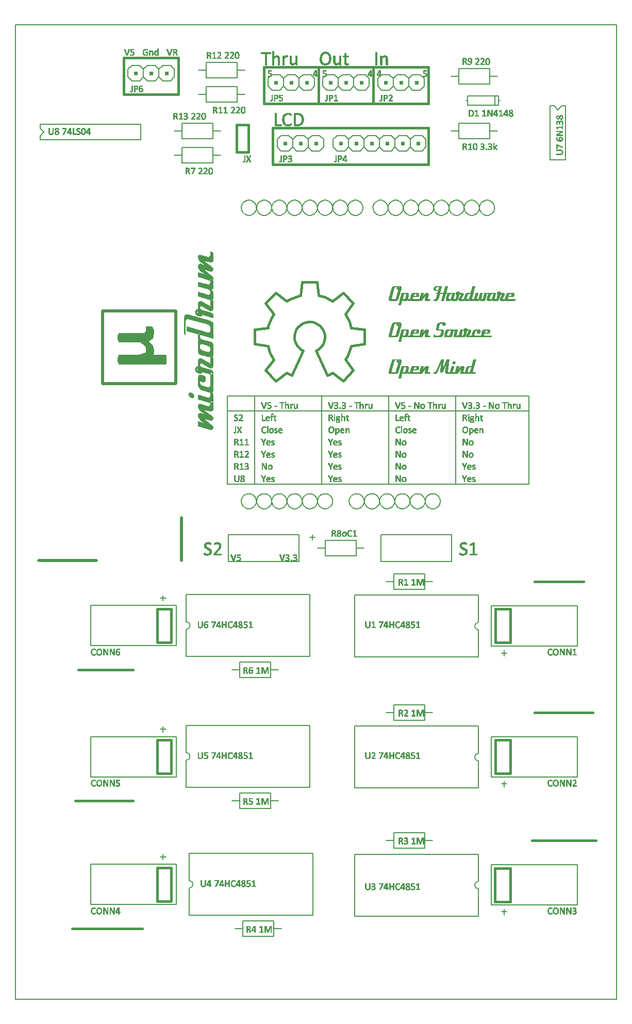
<source format=gbr>
%FSLAX23Y23*%
%MOIN*%
G04 EasyPC Gerber Version 16.0.6 Build 3249 *
%ADD14C,0.00100*%
%ADD17C,0.00500*%
%ADD16C,0.00600*%
%ADD15C,0.00700*%
%ADD13C,0.00787*%
%ADD10C,0.00800*%
%ADD11C,0.01575*%
%ADD12C,0.01969*%
X0Y0D02*
D02*
D10*
X563Y615D02*
X1118D01*
Y875*
X563*
Y615*
Y1441D02*
X1118D01*
Y1701*
X563*
Y1441*
Y2288D02*
X1118D01*
Y2548*
X563*
Y2288*
X1454Y2833D02*
X1912D01*
Y3005*
X1454*
Y2833*
X1557Y3262D02*
G75*
G03X1616Y3183I30J-39D01*
G01*
G75*
G03X1557Y3262I-30J39*
G01*
Y5159D02*
G75*
G03X1616Y5080I30J-39D01*
G01*
G75*
G03X1557Y5159I-30J39*
G01*
X1656Y3262D02*
G75*
G03X1715Y3183I30J-39D01*
G01*
G75*
G03X1656Y3262I-30J39*
G01*
Y5159D02*
G75*
G03X1715Y5080I30J-39D01*
G01*
G75*
G03X1656Y5159I-30J39*
G01*
X1754Y3262D02*
G75*
G03X1813Y3183I30J-39D01*
G01*
G75*
G03X1754Y3262I-30J39*
G01*
Y5159D02*
G75*
G03X1813Y5080I30J-39D01*
G01*
G75*
G03X1754Y5159I-30J39*
G01*
X1853Y3262D02*
G75*
G03X1912Y3183I30J-39D01*
G01*
G75*
G03X1853Y3262I-30J39*
G01*
Y5159D02*
G75*
G03X1912Y5080I30J-39D01*
G01*
G75*
G03X1853Y5159I-30J39*
G01*
X1951Y3262D02*
G75*
G03X2010Y3183I30J-39D01*
G01*
G75*
G03X1951Y3262I-30J39*
G01*
Y5159D02*
G75*
G03X2010Y5080I30J-39D01*
G01*
G75*
G03X1951Y5159I-30J39*
G01*
X2050Y3262D02*
G75*
G03X2109Y3183I30J-39D01*
G01*
G75*
G03X2050Y3262I-30J39*
G01*
Y5159D02*
G75*
G03X2109Y5080I30J-39D01*
G01*
G75*
G03X2050Y5159I-30J39*
G01*
X2148D02*
G75*
G03X2207Y5080I30J-39D01*
G01*
G75*
G03X2148Y5159I-30J39*
G01*
X2246D02*
G75*
G03X2305Y5080I30J-39D01*
G01*
G75*
G03X2246Y5159I-30J39*
G01*
X2254Y3262D02*
G75*
G03X2313Y3183I30J-39D01*
G01*
G75*
G03X2254Y3262I-30J39*
G01*
X2353D02*
G75*
G03X2412Y3183I30J-39D01*
G01*
G75*
G03X2353Y3262I-30J39*
G01*
X2408Y5159D02*
G75*
G03X2467Y5080I30J-39D01*
G01*
G75*
G03X2408Y5159I-30J39*
G01*
X2439Y2833D02*
X2897D01*
Y3005*
X2439*
Y2833*
X2451Y3262D02*
G75*
G03X2510Y3183I30J-39D01*
G01*
G75*
G03X2451Y3262I-30J39*
G01*
X2506Y5159D02*
G75*
G03X2565Y5080I30J-39D01*
G01*
G75*
G03X2506Y5159I-30J39*
G01*
X2550Y3262D02*
G75*
G03X2609Y3183I30J-39D01*
G01*
G75*
G03X2550Y3262I-30J39*
G01*
X2605Y5159D02*
G75*
G03X2664Y5080I30J-39D01*
G01*
G75*
G03X2605Y5159I-30J39*
G01*
X2648Y3262D02*
G75*
G03X2707Y3183I30J-39D01*
G01*
G75*
G03X2648Y3262I-30J39*
G01*
X2703Y5159D02*
G75*
G03X2762Y5080I30J-39D01*
G01*
G75*
G03X2703Y5159I-30J39*
G01*
X2746Y3262D02*
G75*
G03X2805Y3183I30J-39D01*
G01*
G75*
G03X2746Y3262I-30J39*
G01*
X2801Y5159D02*
G75*
G03X2861Y5080I30J-39D01*
G01*
G75*
G03X2801Y5159I-30J39*
G01*
X2900D02*
G75*
G03X2959Y5080I30J-39D01*
G01*
G75*
G03X2900Y5159I-30J39*
G01*
X2998D02*
G75*
G03X3057Y5080I30J-39D01*
G01*
G75*
G03X2998Y5159I-30J39*
G01*
X3001Y5783D02*
Y5843D01*
X3201*
Y5783*
X3001*
Y5813D02*
X2991D01*
X3097Y5159D02*
G75*
G03X3156Y5080I30J-39D01*
G01*
G75*
G03X3097Y5159I-30J39*
G01*
X3176Y5838D02*
Y5788D01*
X3201Y5813D02*
X3211D01*
X3710Y873D02*
X3155D01*
Y613*
X3710*
Y873*
Y1700D02*
X3155D01*
Y1440*
X3710*
Y1700*
Y2546D02*
X3155D01*
Y2286*
X3710*
Y2546*
D02*
D11*
X443Y458D02*
X896D01*
X463Y1285D02*
X837D01*
X483Y2132D02*
X837D01*
X778Y5852D02*
X1132D01*
Y6088*
X778*
Y5852*
X994Y636D02*
X1083D01*
Y852*
X994*
Y636*
Y1462D02*
X1083D01*
Y1679*
X994*
Y1462*
Y2309D02*
X1083D01*
Y2525*
X994*
Y2309*
X1506Y5478D02*
X1585D01*
Y5655*
X1506*
Y5478*
X1624Y4238D02*
Y4332D01*
X1711Y4344*
X1712Y4356*
X1733Y4410*
X1747Y4432*
X1695Y4502*
X1761Y4569*
X1831Y4516*
X1854Y4530*
X1907Y4551*
X1919Y4553*
X1932Y4639*
X2026*
X2038Y4553*
X2077Y4542*
X2127Y4517*
X2196Y4569*
X2262Y4502*
X2211Y4433*
X2236Y4384*
X2246Y4344*
X2333Y4332*
Y4238*
X2247Y4226*
X2245Y4214*
X2224Y4160*
X2210Y4138*
X2262Y4068*
X2196Y4001*
X2126Y4054*
X2104Y4039*
X2095Y4036*
X2020Y4196*
X2023Y4197*
X2041Y4208*
X2055Y4223*
X2066Y4240*
X2074Y4259*
X2077Y4280*
X2076Y4300*
X2071Y4320*
X2061Y4339*
X2048Y4355*
X2032Y4367*
X2014Y4377*
X1994Y4382*
X1973Y4383*
X1953Y4380*
X1934Y4373*
X1917Y4361*
X1902Y4347*
X1891Y4330*
X1884Y4310*
X1880Y4290*
X1881Y4270*
X1887Y4250*
X1896Y4231*
X1909Y4215*
X1925Y4202*
X1937Y4196*
X1863Y4036*
X1830Y4053*
X1761Y4001*
X1695Y4068*
X1747Y4137*
X1721Y4186*
X1711Y4226*
X1624Y4238*
X1683Y5793D02*
X2038D01*
Y6029*
X1683*
Y5793*
X1742Y5399D02*
X2746D01*
Y5636*
X1742*
Y5399*
X2038Y5793D02*
X2392D01*
Y6029*
X2038*
Y5793*
X2392D02*
X2746D01*
Y6029*
X2392*
Y5793*
X3176Y633D02*
X3278D01*
Y850*
X3176*
Y633*
X3179Y1462D02*
X3278D01*
Y1679*
X3179*
Y1462*
Y2309D02*
X3278D01*
Y2525*
X3179*
Y2309*
X3435Y1856D02*
X3809D01*
X3750Y2703D02*
X3435D01*
X3829Y1029D02*
X3416D01*
D02*
D12*
X601Y2840D02*
X227D01*
X640Y3982D02*
X1113D01*
Y4454*
X640*
Y3982*
X1152Y2840D02*
Y3116D01*
D02*
D13*
X1447Y3332D02*
X3396D01*
Y3903*
X1447*
Y3332*
Y3805D02*
X3396D01*
X1624Y3903D02*
Y3332D01*
X1981Y1773D02*
X1181D01*
Y1598*
G75*
G02Y1548J-25*
G01*
Y1373*
X1981*
Y1773*
Y2619D02*
X1181D01*
Y2444*
G75*
G02Y2394J-25*
G01*
Y2219*
X1981*
Y2619*
X2000Y946D02*
X1200D01*
Y771*
G75*
G02Y721J-25*
G01*
Y546*
X2000*
Y946*
X2057Y3903D02*
Y3332D01*
X2272Y541D02*
X3072D01*
Y716*
G75*
G02Y766J25*
G01*
Y941*
X2272*
Y541*
Y1368D02*
X3072D01*
Y1543*
G75*
G02Y1593J25*
G01*
Y1768*
X2272*
Y1368*
Y2215D02*
X3072D01*
Y2390*
G75*
G02Y2440J25*
G01*
Y2615*
X2272*
Y2215*
X2490Y3903D02*
Y3332D01*
X2924Y3903D02*
Y3332D01*
D02*
D14*
X322Y5609D02*
X321Y5602D01*
X318Y5597*
X313Y5594*
X306Y5593*
X300Y5594*
X295Y5597*
X292Y5602*
X291Y5608*
Y5634*
X292Y5635*
X293*
X294*
X295*
X296*
X297Y5634*
Y5609*
X298Y5604*
X299Y5600*
X302Y5599*
X307Y5598*
X311Y5599*
X314Y5600*
X316Y5604*
X316Y5609*
Y5634*
X317Y5635*
X318*
X320*
X320*
X321*
X322Y5634*
Y5609*
X357Y5604D02*
X357Y5599D01*
X353Y5596*
X350Y5594*
X343Y5593*
X338Y5594*
X334Y5595*
X331Y5599*
X330Y5603*
X331Y5606*
X332Y5610*
X335Y5613*
X339Y5614*
X336Y5617*
X334Y5619*
X332Y5622*
X331Y5625*
X332Y5629*
X335Y5632*
X338Y5635*
X344Y5636*
X350Y5635*
X353Y5632*
X355Y5629*
X356Y5626*
X355Y5623*
X353Y5620*
X351Y5617*
X348Y5615*
X352Y5613*
X355Y5610*
X357Y5607*
X357Y5604*
X350Y5625D02*
X350Y5628D01*
X349Y5630*
X346Y5631*
X343Y5632*
X341Y5631*
X338Y5630*
X338Y5628*
X337Y5625*
X338Y5623*
X338Y5621*
X341Y5619*
X344Y5617*
X346Y5619*
X349Y5621*
X350Y5623*
Y5625*
X352Y5603D02*
X351Y5606D01*
X350Y5609*
X347Y5610*
X343Y5613*
X340Y5610*
X338Y5609*
X336Y5606*
X335Y5603*
X336Y5601*
X338Y5599*
X340Y5597*
X344*
X347*
X350Y5599*
X351Y5601*
X352Y5603*
X405Y5632D02*
Y5632D01*
Y5631*
Y5630*
X405Y5629*
X390Y5595*
Y5595*
X389Y5594*
X388*
X387*
X385*
X384*
Y5595*
Y5595*
X400Y5630*
X380*
X379Y5631*
Y5632*
Y5633*
Y5634*
X379Y5635*
X380*
X404*
X405*
X405Y5634*
Y5633*
Y5632*
X439Y5606D02*
Y5604D01*
X438Y5603*
X434*
Y5595*
X433Y5594*
X432*
X431*
X430*
X429*
X428Y5595*
Y5603*
X412*
X411*
X410*
Y5604*
Y5606*
Y5606*
Y5608*
X411Y5609*
Y5610*
X425Y5634*
X426*
X427Y5635*
X428*
X430*
X431*
X433*
X434Y5634*
Y5608*
X438*
X439Y5607*
Y5606*
X428Y5630D02*
X415Y5608D01*
X428*
Y5630*
X468Y5596D02*
Y5595D01*
Y5595*
X468Y5594*
X450*
X448Y5595*
X447Y5596*
Y5634*
X448Y5635*
X449*
X450*
X451*
X452*
X453Y5634*
Y5599*
X468*
X468Y5598*
Y5597*
Y5596*
X496Y5605D02*
X495Y5600D01*
X492Y5596*
X487Y5594*
X482Y5593*
X478*
X475Y5594*
X473Y5595*
X472Y5595*
X471Y5597*
Y5599*
Y5599*
Y5600*
X472Y5601*
X473Y5600*
X475Y5599*
X479Y5599*
X483Y5598*
X486Y5599*
X488Y5599*
X490Y5602*
X490Y5605*
X490Y5607*
X487Y5610*
X484Y5611*
X481Y5613*
X478Y5615*
X475Y5617*
X472Y5621*
X472Y5625*
X472Y5629*
X475Y5632*
X479Y5635*
X484Y5636*
X487*
X490Y5635*
X492Y5633*
X493Y5632*
X494*
Y5632*
Y5631*
Y5630*
Y5629*
Y5628*
X493Y5628*
X492Y5628*
X490Y5629*
X487Y5630*
X484Y5631*
X481Y5630*
X479Y5629*
X478Y5628*
X477Y5625*
X478Y5622*
X480Y5620*
X483Y5618*
X487Y5617*
X490Y5615*
X493Y5613*
X495Y5610*
X496Y5605*
X529Y5614D02*
X528Y5606D01*
X526Y5599*
X521Y5595*
X518Y5593*
X514*
X508Y5595*
X504Y5599*
X501Y5605*
X501Y5614*
X501Y5623*
X504Y5629*
X509Y5634*
X516Y5636*
X522Y5634*
X526Y5630*
X528Y5624*
X529Y5614*
X524D02*
Y5620D01*
X523Y5624*
X521Y5627*
X520Y5629*
X518Y5630*
X515Y5631*
X511Y5629*
X508Y5626*
X506Y5621*
Y5614*
X507Y5606*
X509Y5602*
X511Y5599*
X515Y5598*
X518Y5599*
X520Y5600*
X522Y5603*
X523Y5606*
X524Y5610*
Y5614*
X562Y5606D02*
Y5604D01*
X561Y5603*
X557*
Y5595*
X556Y5594*
X555*
X553*
X553*
X552*
X551Y5595*
Y5603*
X535*
X534*
X533*
Y5604*
Y5606*
Y5606*
Y5608*
X534Y5609*
Y5610*
X548Y5634*
X549*
X550Y5635*
X551*
X553*
X554*
X556*
X557Y5634*
Y5608*
X561*
X562Y5607*
Y5606*
X551Y5630D02*
X538Y5608D01*
X551*
Y5630*
X304Y5593D02*
X309D01*
X341D02*
X346D01*
X477D02*
X484D01*
X513D02*
X519D01*
X299Y5594D02*
X313D01*
X336D02*
X350D01*
X384D02*
X389D01*
X429D02*
X433D01*
X449D02*
X468D01*
X474D02*
X488D01*
X509D02*
X521D01*
X551D02*
X556D01*
X298Y5595D02*
X315D01*
X334D02*
X352D01*
X384D02*
X390D01*
X428D02*
X434D01*
X448D02*
X468D01*
X472D02*
X490D01*
X507D02*
X522D01*
X551D02*
X557D01*
X296Y5596D02*
X317D01*
X333D02*
X353D01*
X385D02*
X390D01*
X428D02*
X434D01*
X447D02*
X468D01*
X471D02*
X492D01*
X506D02*
X523D01*
X551D02*
X557D01*
X295Y5597D02*
X318D01*
X332D02*
X340D01*
X347D02*
X354D01*
X385D02*
X390D01*
X428D02*
X434D01*
X447D02*
X468D01*
X471D02*
X493D01*
X505D02*
X524D01*
X551D02*
X557D01*
X294Y5598D02*
X305D01*
X308D02*
X319D01*
X331D02*
X338D01*
X349D02*
X355D01*
X385D02*
X391D01*
X428D02*
X434D01*
X447D02*
X468D01*
X471D02*
X481D01*
X484D02*
X494D01*
X504D02*
X513D01*
X516D02*
X525D01*
X551D02*
X557D01*
X294Y5599D02*
X301D01*
X312D02*
X319D01*
X331D02*
X337D01*
X350D02*
X356D01*
X386D02*
X391D01*
X428D02*
X434D01*
X447D02*
X453D01*
X471D02*
X477D01*
X487D02*
X494D01*
X504D02*
X511D01*
X519D02*
X526D01*
X551D02*
X557D01*
X293Y5600D02*
X300D01*
X314D02*
X320D01*
X330D02*
X337D01*
X350D02*
X357D01*
X386D02*
X392D01*
X428D02*
X434D01*
X447D02*
X453D01*
X471D02*
X474D01*
X488D02*
X495D01*
X503D02*
X510D01*
X520D02*
X526D01*
X551D02*
X557D01*
X293Y5601D02*
X299D01*
X314D02*
X321D01*
X330D02*
X336D01*
X351D02*
X357D01*
X387D02*
X392D01*
X428D02*
X434D01*
X447D02*
X453D01*
X472D02*
X472D01*
X489D02*
X495D01*
X503D02*
X509D01*
X521D02*
X527D01*
X551D02*
X557D01*
X292Y5602D02*
X298D01*
X315D02*
X321D01*
X330D02*
X336D01*
X351D02*
X357D01*
X387D02*
X392D01*
X428D02*
X434D01*
X447D02*
X453D01*
X490D02*
X495D01*
X503D02*
X509D01*
X521D02*
X527D01*
X551D02*
X557D01*
X292Y5603D02*
X298D01*
X315D02*
X321D01*
X330D02*
X336D01*
X352D02*
X357D01*
X387D02*
X393D01*
X428D02*
X434D01*
X447D02*
X453D01*
X490D02*
X496D01*
X502D02*
X508D01*
X522D02*
X527D01*
X551D02*
X557D01*
X292Y5604D02*
X298D01*
X315D02*
X321D01*
X330D02*
X335D01*
X352D02*
X357D01*
X388D02*
X393D01*
X410D02*
X439D01*
X447D02*
X453D01*
X490D02*
X496D01*
X502D02*
X508D01*
X522D02*
X528D01*
X533D02*
X562D01*
X292Y5605D02*
X297D01*
X316D02*
X321D01*
X330D02*
X336D01*
X352D02*
X357D01*
X388D02*
X394D01*
X410D02*
X439D01*
X447D02*
X453D01*
X490D02*
X496D01*
X502D02*
X508D01*
X522D02*
X528D01*
X533D02*
X562D01*
X292Y5606D02*
X297D01*
X316D02*
X322D01*
X330D02*
X336D01*
X351D02*
X357D01*
X389D02*
X394D01*
X410D02*
X439D01*
X447D02*
X453D01*
X490D02*
X496D01*
X501D02*
X507D01*
X523D02*
X528D01*
X533D02*
X562D01*
X291Y5607D02*
X297D01*
X316D02*
X322D01*
X331D02*
X336D01*
X351D02*
X357D01*
X389D02*
X395D01*
X410D02*
X439D01*
X447D02*
X453D01*
X490D02*
X496D01*
X501D02*
X507D01*
X523D02*
X528D01*
X533D02*
X562D01*
X291Y5607D02*
X297D01*
X316D02*
X322D01*
X331D02*
X337D01*
X350D02*
X356D01*
X390D02*
X395D01*
X410D02*
X439D01*
X447D02*
X453D01*
X489D02*
X496D01*
X501D02*
X507D01*
X523D02*
X528D01*
X533D02*
X562D01*
X291Y5608D02*
X297D01*
X316D02*
X322D01*
X332D02*
X337D01*
X350D02*
X356D01*
X390D02*
X395D01*
X411D02*
X415D01*
X428D02*
X434D01*
X447D02*
X453D01*
X489D02*
X495D01*
X501D02*
X507D01*
X523D02*
X528D01*
X533D02*
X538D01*
X551D02*
X557D01*
X291Y5609D02*
X297D01*
X316D02*
X322D01*
X332D02*
X338D01*
X349D02*
X356D01*
X390D02*
X396D01*
X411D02*
X416D01*
X428D02*
X434D01*
X447D02*
X453D01*
X488D02*
X495D01*
X501D02*
X507D01*
X523D02*
X529D01*
X534D02*
X538D01*
X551D02*
X557D01*
X291Y5610D02*
X297D01*
X316D02*
X322D01*
X333D02*
X340D01*
X347D02*
X355D01*
X391D02*
X396D01*
X411D02*
X416D01*
X428D02*
X434D01*
X447D02*
X453D01*
X486D02*
X495D01*
X501D02*
X507D01*
X524D02*
X529D01*
X534D02*
X539D01*
X551D02*
X557D01*
X291Y5611D02*
X297D01*
X316D02*
X322D01*
X334D02*
X341D01*
X346D02*
X354D01*
X391D02*
X397D01*
X412D02*
X417D01*
X428D02*
X434D01*
X447D02*
X453D01*
X484D02*
X494D01*
X501D02*
X507D01*
X524D02*
X529D01*
X535D02*
X540D01*
X551D02*
X557D01*
X291Y5612D02*
X297D01*
X316D02*
X322D01*
X335D02*
X342D01*
X344D02*
X353D01*
X392D02*
X397D01*
X412D02*
X417D01*
X428D02*
X434D01*
X447D02*
X453D01*
X482D02*
X493D01*
X501D02*
X506D01*
X524D02*
X529D01*
X535D02*
X540D01*
X551D02*
X557D01*
X291Y5613D02*
X297D01*
X316D02*
X322D01*
X336D02*
X351D01*
X392D02*
X397D01*
X413D02*
X418D01*
X428D02*
X434D01*
X447D02*
X453D01*
X481D02*
X492D01*
X501D02*
X506D01*
X524D02*
X529D01*
X536D02*
X541D01*
X551D02*
X557D01*
X291Y5614D02*
X297D01*
X316D02*
X322D01*
X338D02*
X350D01*
X393D02*
X398D01*
X413D02*
X418D01*
X428D02*
X434D01*
X447D02*
X453D01*
X479D02*
X491D01*
X501D02*
X506D01*
X524D02*
X529D01*
X536D02*
X541D01*
X551D02*
X557D01*
X291Y5615D02*
X297D01*
X316D02*
X322D01*
X338D02*
X348D01*
X393D02*
X398D01*
X414D02*
X419D01*
X428D02*
X434D01*
X447D02*
X453D01*
X478D02*
X490D01*
X501D02*
X506D01*
X524D02*
X529D01*
X537D02*
X542D01*
X551D02*
X557D01*
X291Y5616D02*
X297D01*
X316D02*
X322D01*
X337D02*
X349D01*
X393D02*
X399D01*
X415D02*
X420D01*
X428D02*
X434D01*
X447D02*
X453D01*
X477D02*
X488D01*
X501D02*
X506D01*
X524D02*
X529D01*
X537D02*
X542D01*
X551D02*
X557D01*
X291Y5617D02*
X297D01*
X316D02*
X322D01*
X336D02*
X350D01*
X394D02*
X399D01*
X415D02*
X420D01*
X428D02*
X434D01*
X447D02*
X453D01*
X476D02*
X486D01*
X501D02*
X506D01*
X524D02*
X529D01*
X538D02*
X543D01*
X551D02*
X557D01*
X291Y5618D02*
X297D01*
X316D02*
X322D01*
X335D02*
X343D01*
X344D02*
X351D01*
X394D02*
X400D01*
X416D02*
X421D01*
X428D02*
X434D01*
X447D02*
X453D01*
X474D02*
X484D01*
X501D02*
X506D01*
X524D02*
X529D01*
X538D02*
X544D01*
X551D02*
X557D01*
X291Y5619D02*
X297D01*
X316D02*
X322D01*
X334D02*
X342D01*
X346D02*
X352D01*
X395D02*
X400D01*
X416D02*
X421D01*
X428D02*
X434D01*
X447D02*
X453D01*
X474D02*
X483D01*
X501D02*
X506D01*
X524D02*
X529D01*
X539D02*
X544D01*
X551D02*
X557D01*
X291Y5620D02*
X297D01*
X316D02*
X322D01*
X333D02*
X340D01*
X347D02*
X353D01*
X395D02*
X400D01*
X417D02*
X422D01*
X428D02*
X434D01*
X447D02*
X453D01*
X473D02*
X481D01*
X501D02*
X506D01*
X524D02*
X529D01*
X540D02*
X545D01*
X551D02*
X557D01*
X291Y5621D02*
X297D01*
X316D02*
X322D01*
X333D02*
X339D01*
X348D02*
X354D01*
X396D02*
X401D01*
X417D02*
X422D01*
X428D02*
X434D01*
X447D02*
X453D01*
X472D02*
X479D01*
X501D02*
X506D01*
X523D02*
X529D01*
X540D02*
X545D01*
X551D02*
X557D01*
X291Y5621D02*
X297D01*
X316D02*
X322D01*
X333D02*
X338D01*
X349D02*
X354D01*
X396D02*
X401D01*
X418D02*
X423D01*
X428D02*
X434D01*
X447D02*
X453D01*
X472D02*
X479D01*
X501D02*
X506D01*
X523D02*
X528D01*
X541D02*
X546D01*
X551D02*
X557D01*
X291Y5622D02*
X297D01*
X316D02*
X322D01*
X332D02*
X338D01*
X350D02*
X355D01*
X396D02*
X402D01*
X418D02*
X424D01*
X428D02*
X434D01*
X447D02*
X453D01*
X472D02*
X478D01*
X501D02*
X507D01*
X523D02*
X528D01*
X541D02*
X546D01*
X551D02*
X557D01*
X291Y5623D02*
X297D01*
X316D02*
X322D01*
X332D02*
X338D01*
X350D02*
X355D01*
X397D02*
X402D01*
X419D02*
X424D01*
X428D02*
X434D01*
X447D02*
X453D01*
X472D02*
X478D01*
X502D02*
X507D01*
X523D02*
X528D01*
X542D02*
X547D01*
X551D02*
X557D01*
X291Y5624D02*
X297D01*
X316D02*
X322D01*
X332D02*
X337D01*
X350D02*
X355D01*
X397D02*
X402D01*
X419D02*
X425D01*
X428D02*
X434D01*
X447D02*
X453D01*
X472D02*
X477D01*
X502D02*
X507D01*
X522D02*
X528D01*
X542D02*
X548D01*
X551D02*
X557D01*
X291Y5625D02*
X297D01*
X316D02*
X322D01*
X331D02*
X337D01*
X350D02*
X356D01*
X398D02*
X403D01*
X420D02*
X425D01*
X428D02*
X434D01*
X447D02*
X453D01*
X472D02*
X477D01*
X502D02*
X508D01*
X522D02*
X528D01*
X543D02*
X548D01*
X551D02*
X557D01*
X291Y5626D02*
X297D01*
X316D02*
X322D01*
X332D02*
X337D01*
X350D02*
X356D01*
X398D02*
X403D01*
X421D02*
X426D01*
X428D02*
X434D01*
X447D02*
X453D01*
X472D02*
X477D01*
X503D02*
X508D01*
X522D02*
X527D01*
X543D02*
X549D01*
X551D02*
X557D01*
X291Y5627D02*
X297D01*
X316D02*
X322D01*
X332D02*
X338D01*
X350D02*
X356D01*
X399D02*
X404D01*
X421D02*
X426D01*
X428D02*
X434D01*
X447D02*
X453D01*
X472D02*
X478D01*
X503D02*
X509D01*
X521D02*
X527D01*
X544D02*
X549D01*
X551D02*
X557D01*
X291Y5628D02*
X297D01*
X316D02*
X322D01*
X332D02*
X338D01*
X349D02*
X355D01*
X399D02*
X404D01*
X422D02*
X427D01*
X428D02*
X434D01*
X447D02*
X453D01*
X472D02*
X478D01*
X492D02*
X493D01*
X503D02*
X510D01*
X520D02*
X527D01*
X544D02*
X550D01*
X551D02*
X557D01*
X291Y5629D02*
X297D01*
X316D02*
X322D01*
X332D02*
X338D01*
X349D02*
X355D01*
X399D02*
X405D01*
X422D02*
X428D01*
X428D02*
X434D01*
X447D02*
X453D01*
X472D02*
X479D01*
X491D02*
X494D01*
X504D02*
X511D01*
X520D02*
X526D01*
X545D02*
X550D01*
X551D02*
X557D01*
X291Y5630D02*
X297D01*
X316D02*
X322D01*
X333D02*
X338D01*
X349D02*
X355D01*
X400D02*
X405D01*
X423D02*
X428D01*
X428D02*
X434D01*
X447D02*
X453D01*
X473D02*
X481D01*
X488D02*
X494D01*
X504D02*
X513D01*
X518D02*
X526D01*
X546D02*
X551D01*
X551D02*
X557D01*
X291Y5631D02*
X297D01*
X316D02*
X322D01*
X333D02*
X341D01*
X346D02*
X354D01*
X379D02*
X405D01*
X423D02*
X434D01*
X447D02*
X453D01*
X474D02*
X494D01*
X505D02*
X525D01*
X546D02*
X557D01*
X291Y5632D02*
X297D01*
X316D02*
X322D01*
X334D02*
X353D01*
X379D02*
X405D01*
X424D02*
X434D01*
X447D02*
X453D01*
X475D02*
X494D01*
X506D02*
X524D01*
X547D02*
X557D01*
X291Y5633D02*
X297D01*
X316D02*
X322D01*
X335D02*
X352D01*
X379D02*
X405D01*
X424D02*
X434D01*
X447D02*
X453D01*
X476D02*
X493D01*
X507D02*
X523D01*
X547D02*
X557D01*
X291Y5634D02*
X297D01*
X316D02*
X322D01*
X337D02*
X351D01*
X379D02*
X405D01*
X425D02*
X434D01*
X447D02*
X453D01*
X478D02*
X491D01*
X508D02*
X522D01*
X548D02*
X557D01*
X292Y5635D02*
X296D01*
X317D02*
X321D01*
X338D02*
X350D01*
X379D02*
X405D01*
X427D02*
X433D01*
X448D02*
X452D01*
X479D02*
X490D01*
X511D02*
X519D01*
X549D02*
X556D01*
X344Y5636D02*
X344D01*
X484D02*
X487D01*
X516D02*
X516D01*
X594Y560D02*
Y559D01*
Y558*
Y558*
X594*
X592Y556*
X590Y555*
X587Y554*
X582*
X575Y555*
X569Y559*
X566Y565*
X564Y574*
X566Y584*
X569Y591*
X575Y595*
X583Y596*
X587Y595*
X590Y595*
X592Y594*
X594Y592*
X594*
Y591*
Y591*
Y590*
Y589*
Y588*
X594Y588*
X592Y588*
X590Y589*
X587Y591*
X583Y591*
X577Y590*
X573Y587*
X571Y582*
X570Y575*
X571Y568*
X573Y562*
X577Y559*
X583Y558*
X587Y559*
X590Y560*
X592Y562*
X594Y562*
X594Y562*
Y561*
Y560*
X635Y576D02*
X635Y566D01*
X631Y559*
X625Y555*
X617Y554*
X609Y555*
X603Y559*
X600Y565*
X599Y575*
X601Y584*
X604Y590*
X609Y595*
X618Y596*
X625Y595*
X631Y591*
X635Y584*
X635Y576*
X630Y575D02*
X629Y581D01*
X627Y587*
X624Y590*
X617Y591*
X612Y590*
X608Y587*
X605Y581*
X605Y575*
X605Y569*
X607Y563*
X611Y559*
X617Y558*
X624Y560*
X627Y563*
X629Y569*
X630Y575*
X675Y557D02*
Y555D01*
X674*
X673Y554*
X672*
X671*
X669*
X668Y555*
X667Y557*
X665Y558*
X653Y582*
X651Y585*
X650Y589*
Y584*
Y580*
Y555*
X649Y554*
X648*
X646*
X646*
X645*
X644Y555*
Y593*
X645Y595*
X646Y595*
X649*
X650*
X652Y595*
X653Y594*
X653Y592*
X663Y574*
X664Y571*
X666Y568*
X668Y565*
X669Y562*
Y567*
Y573*
Y595*
X670Y595*
X671*
X672*
X673*
X674*
X675Y595*
Y557*
X716D02*
Y555D01*
X716*
X715Y554*
X714*
X713*
X711*
X709Y555*
X709Y557*
X707Y558*
X695Y582*
X693Y585*
X691Y589*
Y584*
Y580*
Y555*
X690Y554*
X690*
X688*
X687*
X687*
X686Y555*
Y593*
X687Y595*
X688Y595*
X690*
X692*
X694Y595*
X694Y594*
X695Y592*
X705Y574*
X706Y571*
X708Y568*
X709Y565*
X711Y562*
Y567*
Y573*
Y595*
X712Y595*
X713*
X714*
X715*
X716*
X716Y595*
Y557*
X753Y566D02*
Y565D01*
X752Y564*
X747*
Y555*
X746Y554*
X746*
X744*
X743*
X742*
X742Y555*
Y564*
X725*
X724*
X724*
Y565*
Y566*
Y567*
Y569*
X724Y569*
Y570*
X738Y595*
X739*
X740Y595*
X742*
X743*
X745*
X746*
X747Y595*
Y569*
X752*
X753Y568*
Y566*
X742Y591D02*
X728Y569D01*
X742*
Y591*
X580Y554D02*
X587D01*
X615D02*
X619D01*
X576Y555D02*
X589D01*
X610D02*
X624D01*
X644D02*
X649D01*
X668D02*
X674D01*
X686D02*
X691D01*
X710D02*
X715D01*
X742D02*
X747D01*
X574Y556D02*
X592D01*
X608D02*
X626D01*
X644D02*
X650D01*
X667D02*
X675D01*
X686D02*
X691D01*
X709D02*
X716D01*
X742D02*
X747D01*
X573Y557D02*
X593D01*
X606D02*
X627D01*
X644D02*
X650D01*
X667D02*
X675D01*
X686D02*
X691D01*
X709D02*
X716D01*
X742D02*
X747D01*
X571Y558D02*
X594D01*
X605D02*
X629D01*
X644D02*
X650D01*
X666D02*
X675D01*
X686D02*
X691D01*
X708D02*
X716D01*
X742D02*
X747D01*
X570Y559D02*
X581D01*
X584D02*
X594D01*
X604D02*
X615D01*
X618D02*
X630D01*
X644D02*
X650D01*
X665D02*
X675D01*
X686D02*
X691D01*
X707D02*
X716D01*
X742D02*
X747D01*
X569Y560D02*
X577D01*
X589D02*
X594D01*
X603D02*
X610D01*
X622D02*
X631D01*
X644D02*
X650D01*
X665D02*
X675D01*
X686D02*
X691D01*
X706D02*
X716D01*
X742D02*
X747D01*
X569Y561D02*
X575D01*
X591D02*
X594D01*
X602D02*
X610D01*
X624D02*
X631D01*
X644D02*
X650D01*
X664D02*
X675D01*
X686D02*
X691D01*
X706D02*
X716D01*
X742D02*
X747D01*
X568Y562D02*
X574D01*
X592D02*
X594D01*
X602D02*
X609D01*
X625D02*
X632D01*
X644D02*
X650D01*
X664D02*
X675D01*
X686D02*
X691D01*
X705D02*
X716D01*
X742D02*
X747D01*
X568Y562D02*
X573D01*
X601D02*
X608D01*
X627D02*
X632D01*
X644D02*
X650D01*
X663D02*
X669D01*
X669D02*
X675D01*
X686D02*
X691D01*
X705D02*
X711D01*
X711D02*
X716D01*
X742D02*
X747D01*
X567Y563D02*
X573D01*
X601D02*
X607D01*
X628D02*
X633D01*
X644D02*
X650D01*
X663D02*
X669D01*
X669D02*
X675D01*
X686D02*
X691D01*
X705D02*
X710D01*
X711D02*
X716D01*
X742D02*
X747D01*
X567Y564D02*
X572D01*
X600D02*
X607D01*
X628D02*
X633D01*
X644D02*
X650D01*
X662D02*
X668D01*
X669D02*
X675D01*
X686D02*
X691D01*
X704D02*
X710D01*
X711D02*
X716D01*
X724D02*
X752D01*
X566Y565D02*
X572D01*
X600D02*
X606D01*
X628D02*
X634D01*
X644D02*
X650D01*
X662D02*
X667D01*
X669D02*
X675D01*
X686D02*
X691D01*
X704D02*
X709D01*
X711D02*
X716D01*
X724D02*
X753D01*
X566Y566D02*
X571D01*
X600D02*
X606D01*
X628D02*
X635D01*
X644D02*
X650D01*
X661D02*
X667D01*
X669D02*
X675D01*
X686D02*
X691D01*
X703D02*
X709D01*
X711D02*
X716D01*
X724D02*
X753D01*
X566Y567D02*
X571D01*
X600D02*
X606D01*
X629D02*
X635D01*
X644D02*
X650D01*
X661D02*
X666D01*
X669D02*
X675D01*
X686D02*
X691D01*
X703D02*
X708D01*
X711D02*
X716D01*
X724D02*
X753D01*
X566Y568D02*
X571D01*
X600D02*
X606D01*
X629D02*
X635D01*
X644D02*
X650D01*
X660D02*
X666D01*
X669D02*
X675D01*
X686D02*
X691D01*
X702D02*
X708D01*
X711D02*
X716D01*
X724D02*
X752D01*
X565Y569D02*
X571D01*
X600D02*
X605D01*
X629D02*
X635D01*
X644D02*
X650D01*
X660D02*
X665D01*
X669D02*
X675D01*
X686D02*
X691D01*
X702D02*
X707D01*
X711D02*
X716D01*
X724D02*
X728D01*
X742D02*
X747D01*
X565Y570D02*
X571D01*
X600D02*
X605D01*
X629D02*
X635D01*
X644D02*
X650D01*
X659D02*
X665D01*
X669D02*
X675D01*
X686D02*
X691D01*
X701D02*
X707D01*
X711D02*
X716D01*
X724D02*
X729D01*
X742D02*
X747D01*
X565Y571D02*
X570D01*
X599D02*
X605D01*
X629D02*
X635D01*
X644D02*
X650D01*
X659D02*
X665D01*
X669D02*
X675D01*
X686D02*
X691D01*
X701D02*
X706D01*
X711D02*
X716D01*
X725D02*
X730D01*
X742D02*
X747D01*
X565Y572D02*
X570D01*
X599D02*
X605D01*
X629D02*
X635D01*
X644D02*
X650D01*
X659D02*
X664D01*
X669D02*
X675D01*
X686D02*
X691D01*
X700D02*
X706D01*
X711D02*
X716D01*
X725D02*
X730D01*
X742D02*
X747D01*
X565Y573D02*
X570D01*
X599D02*
X605D01*
X630D02*
X635D01*
X644D02*
X650D01*
X658D02*
X664D01*
X669D02*
X675D01*
X686D02*
X691D01*
X700D02*
X705D01*
X711D02*
X716D01*
X726D02*
X731D01*
X742D02*
X747D01*
X565Y574D02*
X570D01*
X599D02*
X605D01*
X630D02*
X635D01*
X644D02*
X650D01*
X658D02*
X663D01*
X669D02*
X675D01*
X686D02*
X691D01*
X699D02*
X705D01*
X711D02*
X716D01*
X726D02*
X731D01*
X742D02*
X747D01*
X565Y575D02*
X570D01*
X599D02*
X605D01*
X630D02*
X635D01*
X644D02*
X650D01*
X657D02*
X663D01*
X669D02*
X675D01*
X686D02*
X691D01*
X699D02*
X704D01*
X711D02*
X716D01*
X727D02*
X732D01*
X742D02*
X747D01*
X565Y576D02*
X570D01*
X599D02*
X605D01*
X630D02*
X635D01*
X644D02*
X650D01*
X657D02*
X662D01*
X669D02*
X675D01*
X686D02*
X691D01*
X698D02*
X704D01*
X711D02*
X716D01*
X727D02*
X732D01*
X742D02*
X747D01*
X565Y577D02*
X570D01*
X599D02*
X605D01*
X630D02*
X635D01*
X644D02*
X650D01*
X656D02*
X662D01*
X669D02*
X675D01*
X686D02*
X691D01*
X698D02*
X703D01*
X711D02*
X716D01*
X728D02*
X733D01*
X742D02*
X747D01*
X565Y577D02*
X570D01*
X600D02*
X605D01*
X630D02*
X635D01*
X644D02*
X650D01*
X656D02*
X661D01*
X669D02*
X675D01*
X686D02*
X691D01*
X697D02*
X703D01*
X711D02*
X716D01*
X729D02*
X734D01*
X742D02*
X747D01*
X565Y578D02*
X570D01*
X600D02*
X605D01*
X629D02*
X635D01*
X644D02*
X650D01*
X655D02*
X661D01*
X669D02*
X675D01*
X686D02*
X691D01*
X697D02*
X702D01*
X711D02*
X716D01*
X729D02*
X734D01*
X742D02*
X747D01*
X565Y579D02*
X570D01*
X600D02*
X605D01*
X629D02*
X635D01*
X644D02*
X650D01*
X655D02*
X660D01*
X669D02*
X675D01*
X686D02*
X691D01*
X697D02*
X702D01*
X711D02*
X716D01*
X730D02*
X735D01*
X742D02*
X747D01*
X565Y580D02*
X571D01*
X600D02*
X605D01*
X629D02*
X635D01*
X644D02*
X650D01*
X654D02*
X660D01*
X669D02*
X675D01*
X686D02*
X691D01*
X696D02*
X701D01*
X711D02*
X716D01*
X730D02*
X735D01*
X742D02*
X747D01*
X566Y581D02*
X571D01*
X600D02*
X605D01*
X629D02*
X635D01*
X644D02*
X650D01*
X654D02*
X659D01*
X669D02*
X675D01*
X686D02*
X691D01*
X696D02*
X701D01*
X711D02*
X716D01*
X731D02*
X736D01*
X742D02*
X747D01*
X566Y582D02*
X571D01*
X600D02*
X606D01*
X629D02*
X635D01*
X644D02*
X650D01*
X653D02*
X659D01*
X669D02*
X675D01*
X686D02*
X691D01*
X695D02*
X700D01*
X711D02*
X716D01*
X731D02*
X736D01*
X742D02*
X747D01*
X566Y583D02*
X571D01*
X601D02*
X606D01*
X629D02*
X635D01*
X644D02*
X650D01*
X653D02*
X658D01*
X669D02*
X675D01*
X686D02*
X691D01*
X694D02*
X700D01*
X711D02*
X716D01*
X732D02*
X737D01*
X742D02*
X747D01*
X566Y584D02*
X572D01*
X601D02*
X607D01*
X628D02*
X635D01*
X644D02*
X650D01*
X652D02*
X658D01*
X669D02*
X675D01*
X686D02*
X691D01*
X694D02*
X699D01*
X711D02*
X716D01*
X732D02*
X738D01*
X742D02*
X747D01*
X567Y585D02*
X572D01*
X601D02*
X607D01*
X628D02*
X634D01*
X644D02*
X650D01*
X651D02*
X657D01*
X669D02*
X675D01*
X686D02*
X691D01*
X693D02*
X699D01*
X711D02*
X716D01*
X733D02*
X738D01*
X742D02*
X747D01*
X567Y586D02*
X573D01*
X602D02*
X607D01*
X628D02*
X634D01*
X644D02*
X650D01*
X651D02*
X657D01*
X669D02*
X675D01*
X686D02*
X691D01*
X693D02*
X699D01*
X711D02*
X716D01*
X733D02*
X739D01*
X742D02*
X747D01*
X567Y587D02*
X573D01*
X602D02*
X608D01*
X627D02*
X633D01*
X644D02*
X650D01*
X650D02*
X656D01*
X669D02*
X675D01*
X686D02*
X691D01*
X692D02*
X698D01*
X711D02*
X716D01*
X734D02*
X739D01*
X742D02*
X747D01*
X568Y588D02*
X574D01*
X593D02*
X594D01*
X603D02*
X609D01*
X626D02*
X632D01*
X644D02*
X650D01*
X650D02*
X656D01*
X669D02*
X675D01*
X686D02*
X691D01*
X692D02*
X698D01*
X711D02*
X716D01*
X734D02*
X740D01*
X742D02*
X747D01*
X568Y589D02*
X576D01*
X591D02*
X594D01*
X603D02*
X610D01*
X625D02*
X632D01*
X644D02*
X650D01*
X650D02*
X655D01*
X669D02*
X675D01*
X686D02*
X691D01*
X691D02*
X697D01*
X711D02*
X716D01*
X735D02*
X740D01*
X742D02*
X747D01*
X569Y590D02*
X577D01*
X589D02*
X594D01*
X604D02*
X611D01*
X624D02*
X631D01*
X644D02*
X655D01*
X669D02*
X675D01*
X686D02*
X697D01*
X711D02*
X716D01*
X736D02*
X741D01*
X742D02*
X747D01*
X569Y591D02*
X579D01*
X587D02*
X594D01*
X605D02*
X614D01*
X621D02*
X631D01*
X644D02*
X654D01*
X669D02*
X675D01*
X686D02*
X696D01*
X711D02*
X716D01*
X736D02*
X742D01*
X742D02*
X747D01*
X570Y591D02*
X594D01*
X606D02*
X629D01*
X644D02*
X654D01*
X669D02*
X675D01*
X686D02*
X696D01*
X711D02*
X716D01*
X737D02*
X747D01*
X572Y592D02*
X593D01*
X607D02*
X628D01*
X644D02*
X653D01*
X669D02*
X675D01*
X686D02*
X695D01*
X711D02*
X716D01*
X737D02*
X747D01*
X573Y593D02*
X593D01*
X608D02*
X627D01*
X644D02*
X653D01*
X669D02*
X675D01*
X686D02*
X695D01*
X711D02*
X716D01*
X738D02*
X747D01*
X575Y594D02*
X591D01*
X609D02*
X626D01*
X645D02*
X652D01*
X669D02*
X675D01*
X686D02*
X694D01*
X711D02*
X716D01*
X738D02*
X747D01*
X578Y595D02*
X587D01*
X613D02*
X622D01*
X646D02*
X651D01*
X670D02*
X674D01*
X688D02*
X692D01*
X712D02*
X716D01*
X740D02*
X747D01*
X582Y596D02*
X583D01*
X618D02*
X618D01*
X594Y1387D02*
Y1386D01*
Y1385*
Y1384*
X594*
X592Y1383*
X590Y1382*
X587Y1380*
X582*
X575Y1382*
X569Y1386*
X566Y1392*
X564Y1401*
X566Y1410*
X569Y1417*
X575Y1421*
X583Y1423*
X587Y1422*
X590Y1421*
X592Y1421*
X594Y1419*
X594*
Y1418*
Y1417*
Y1417*
Y1416*
Y1415*
X594Y1414*
X592Y1415*
X590Y1416*
X587Y1417*
X583Y1418*
X577Y1417*
X573Y1414*
X571Y1409*
X570Y1402*
X571Y1395*
X573Y1389*
X577Y1386*
X583Y1385*
X587Y1386*
X590Y1387*
X592Y1388*
X594Y1389*
X594Y1388*
Y1388*
Y1387*
X635Y1403D02*
X635Y1393D01*
X631Y1386*
X625Y1382*
X617Y1380*
X609Y1382*
X603Y1386*
X600Y1392*
X599Y1402*
X601Y1410*
X604Y1417*
X609Y1421*
X618Y1423*
X625Y1421*
X631Y1417*
X635Y1411*
X635Y1403*
X630Y1402D02*
X629Y1408D01*
X627Y1414*
X624Y1417*
X617Y1418*
X612Y1417*
X608Y1414*
X605Y1408*
X605Y1402*
X605Y1395*
X607Y1390*
X611Y1386*
X617Y1385*
X624Y1387*
X627Y1390*
X629Y1395*
X630Y1402*
X675Y1384D02*
Y1382D01*
X674*
X673Y1381*
X672*
X671*
X669*
X668Y1382*
X667Y1384*
X665Y1385*
X653Y1409*
X651Y1412*
X650Y1416*
Y1411*
Y1406*
Y1382*
X649Y1381*
X648*
X646*
X646*
X645*
X644Y1382*
Y1420*
X645Y1421*
X646Y1422*
X649*
X650*
X652Y1421*
X653Y1421*
X653Y1419*
X663Y1401*
X664Y1398*
X666Y1395*
X668Y1391*
X669Y1389*
Y1394*
Y1399*
Y1421*
X670Y1422*
X671*
X672*
X673*
X674*
X675Y1421*
Y1384*
X716D02*
Y1382D01*
X716*
X715Y1381*
X714*
X713*
X711*
X709Y1382*
X709Y1384*
X707Y1385*
X695Y1409*
X693Y1412*
X691Y1416*
Y1411*
Y1406*
Y1382*
X690Y1381*
X690*
X688*
X687*
X687*
X686Y1382*
Y1420*
X687Y1421*
X688Y1422*
X690*
X692*
X694Y1421*
X694Y1421*
X695Y1419*
X705Y1401*
X706Y1398*
X708Y1395*
X709Y1391*
X711Y1389*
Y1394*
Y1399*
Y1421*
X712Y1422*
X713*
X714*
X715*
X716*
X716Y1421*
Y1384*
X751Y1394D02*
X750Y1388D01*
X747Y1384*
X742Y1381*
X735Y1380*
X732*
X729Y1381*
X727Y1382*
X726Y1383*
X725*
Y1384*
Y1384*
Y1385*
Y1386*
Y1387*
X726Y1388*
X727Y1387*
X729Y1386*
X731Y1385*
X735*
X740Y1386*
X742Y1388*
X745Y1390*
X746Y1394*
X745Y1397*
X743Y1399*
X740Y1401*
X735Y1402*
X731*
X729Y1401*
X728Y1402*
X727Y1403*
Y1420*
X728Y1421*
X729Y1422*
X747*
X748*
X749Y1421*
Y1421*
Y1420*
Y1418*
X748Y1417*
X733*
Y1406*
X735*
X738*
X743Y1405*
X748Y1403*
X750Y1399*
X751Y1394*
X580Y1381D02*
X587D01*
X615D02*
X619D01*
X731D02*
X738D01*
X576Y1382D02*
X589D01*
X610D02*
X624D01*
X644D02*
X649D01*
X668D02*
X674D01*
X686D02*
X691D01*
X710D02*
X715D01*
X728D02*
X743D01*
X574Y1383D02*
X592D01*
X608D02*
X626D01*
X644D02*
X650D01*
X667D02*
X675D01*
X686D02*
X691D01*
X709D02*
X716D01*
X726D02*
X745D01*
X573Y1384D02*
X593D01*
X606D02*
X627D01*
X644D02*
X650D01*
X667D02*
X675D01*
X686D02*
X691D01*
X709D02*
X716D01*
X725D02*
X747D01*
X571Y1385D02*
X594D01*
X605D02*
X629D01*
X644D02*
X650D01*
X666D02*
X675D01*
X686D02*
X691D01*
X708D02*
X716D01*
X725D02*
X748D01*
X570Y1385D02*
X581D01*
X584D02*
X594D01*
X604D02*
X615D01*
X618D02*
X630D01*
X644D02*
X650D01*
X665D02*
X675D01*
X686D02*
X691D01*
X707D02*
X716D01*
X725D02*
X731D01*
X737D02*
X748D01*
X569Y1386D02*
X577D01*
X589D02*
X594D01*
X603D02*
X610D01*
X622D02*
X631D01*
X644D02*
X650D01*
X665D02*
X675D01*
X686D02*
X691D01*
X706D02*
X716D01*
X725D02*
X728D01*
X741D02*
X749D01*
X569Y1387D02*
X575D01*
X591D02*
X594D01*
X602D02*
X610D01*
X624D02*
X631D01*
X644D02*
X650D01*
X664D02*
X675D01*
X686D02*
X691D01*
X706D02*
X716D01*
X726D02*
X726D01*
X742D02*
X750D01*
X568Y1388D02*
X574D01*
X592D02*
X594D01*
X602D02*
X609D01*
X625D02*
X632D01*
X644D02*
X650D01*
X664D02*
X675D01*
X686D02*
X691D01*
X705D02*
X716D01*
X743D02*
X750D01*
X568Y1389D02*
X573D01*
X601D02*
X608D01*
X627D02*
X632D01*
X644D02*
X650D01*
X663D02*
X669D01*
X669D02*
X675D01*
X686D02*
X691D01*
X705D02*
X711D01*
X711D02*
X716D01*
X744D02*
X750D01*
X567Y1390D02*
X573D01*
X601D02*
X607D01*
X628D02*
X633D01*
X644D02*
X650D01*
X663D02*
X669D01*
X669D02*
X675D01*
X686D02*
X691D01*
X705D02*
X710D01*
X711D02*
X716D01*
X745D02*
X751D01*
X567Y1391D02*
X572D01*
X600D02*
X607D01*
X628D02*
X633D01*
X644D02*
X650D01*
X662D02*
X668D01*
X669D02*
X675D01*
X686D02*
X691D01*
X704D02*
X710D01*
X711D02*
X716D01*
X745D02*
X751D01*
X566Y1392D02*
X572D01*
X600D02*
X606D01*
X628D02*
X634D01*
X644D02*
X650D01*
X662D02*
X667D01*
X669D02*
X675D01*
X686D02*
X691D01*
X704D02*
X709D01*
X711D02*
X716D01*
X745D02*
X751D01*
X566Y1393D02*
X571D01*
X600D02*
X606D01*
X628D02*
X635D01*
X644D02*
X650D01*
X661D02*
X667D01*
X669D02*
X675D01*
X686D02*
X691D01*
X703D02*
X709D01*
X711D02*
X716D01*
X745D02*
X751D01*
X566Y1394D02*
X571D01*
X600D02*
X606D01*
X629D02*
X635D01*
X644D02*
X650D01*
X661D02*
X666D01*
X669D02*
X675D01*
X686D02*
X691D01*
X703D02*
X708D01*
X711D02*
X716D01*
X746D02*
X751D01*
X566Y1395D02*
X571D01*
X600D02*
X606D01*
X629D02*
X635D01*
X644D02*
X650D01*
X660D02*
X666D01*
X669D02*
X675D01*
X686D02*
X691D01*
X702D02*
X708D01*
X711D02*
X716D01*
X745D02*
X751D01*
X565Y1396D02*
X571D01*
X600D02*
X605D01*
X629D02*
X635D01*
X644D02*
X650D01*
X660D02*
X665D01*
X669D02*
X675D01*
X686D02*
X691D01*
X702D02*
X707D01*
X711D02*
X716D01*
X745D02*
X751D01*
X565Y1397D02*
X571D01*
X600D02*
X605D01*
X629D02*
X635D01*
X644D02*
X650D01*
X659D02*
X665D01*
X669D02*
X675D01*
X686D02*
X691D01*
X701D02*
X707D01*
X711D02*
X716D01*
X745D02*
X751D01*
X565Y1398D02*
X570D01*
X599D02*
X605D01*
X629D02*
X635D01*
X644D02*
X650D01*
X659D02*
X665D01*
X669D02*
X675D01*
X686D02*
X691D01*
X701D02*
X706D01*
X711D02*
X716D01*
X744D02*
X750D01*
X565Y1399D02*
X570D01*
X599D02*
X605D01*
X629D02*
X635D01*
X644D02*
X650D01*
X659D02*
X664D01*
X669D02*
X675D01*
X686D02*
X691D01*
X700D02*
X706D01*
X711D02*
X716D01*
X744D02*
X750D01*
X565Y1400D02*
X570D01*
X599D02*
X605D01*
X630D02*
X635D01*
X644D02*
X650D01*
X658D02*
X664D01*
X669D02*
X675D01*
X686D02*
X691D01*
X700D02*
X705D01*
X711D02*
X716D01*
X743D02*
X750D01*
X565Y1400D02*
X570D01*
X599D02*
X605D01*
X630D02*
X635D01*
X644D02*
X650D01*
X658D02*
X663D01*
X669D02*
X675D01*
X686D02*
X691D01*
X699D02*
X705D01*
X711D02*
X716D01*
X741D02*
X749D01*
X565Y1401D02*
X570D01*
X599D02*
X605D01*
X630D02*
X635D01*
X644D02*
X650D01*
X657D02*
X663D01*
X669D02*
X675D01*
X686D02*
X691D01*
X699D02*
X704D01*
X711D02*
X716D01*
X729D02*
X730D01*
X737D02*
X749D01*
X565Y1402D02*
X570D01*
X599D02*
X605D01*
X630D02*
X635D01*
X644D02*
X650D01*
X657D02*
X662D01*
X669D02*
X675D01*
X686D02*
X691D01*
X698D02*
X704D01*
X711D02*
X716D01*
X728D02*
X748D01*
X565Y1403D02*
X570D01*
X599D02*
X605D01*
X630D02*
X635D01*
X644D02*
X650D01*
X656D02*
X662D01*
X669D02*
X675D01*
X686D02*
X691D01*
X698D02*
X703D01*
X711D02*
X716D01*
X727D02*
X746D01*
X565Y1404D02*
X570D01*
X600D02*
X605D01*
X630D02*
X635D01*
X644D02*
X650D01*
X656D02*
X661D01*
X669D02*
X675D01*
X686D02*
X691D01*
X697D02*
X703D01*
X711D02*
X716D01*
X727D02*
X745D01*
X565Y1405D02*
X570D01*
X600D02*
X605D01*
X629D02*
X635D01*
X644D02*
X650D01*
X655D02*
X661D01*
X669D02*
X675D01*
X686D02*
X691D01*
X697D02*
X702D01*
X711D02*
X716D01*
X727D02*
X741D01*
X565Y1406D02*
X570D01*
X600D02*
X605D01*
X629D02*
X635D01*
X644D02*
X650D01*
X655D02*
X660D01*
X669D02*
X675D01*
X686D02*
X691D01*
X697D02*
X702D01*
X711D02*
X716D01*
X727D02*
X733D01*
X565Y1407D02*
X571D01*
X600D02*
X605D01*
X629D02*
X635D01*
X644D02*
X650D01*
X654D02*
X660D01*
X669D02*
X675D01*
X686D02*
X691D01*
X696D02*
X701D01*
X711D02*
X716D01*
X727D02*
X733D01*
X566Y1408D02*
X571D01*
X600D02*
X605D01*
X629D02*
X635D01*
X644D02*
X650D01*
X654D02*
X659D01*
X669D02*
X675D01*
X686D02*
X691D01*
X696D02*
X701D01*
X711D02*
X716D01*
X727D02*
X733D01*
X566Y1409D02*
X571D01*
X600D02*
X606D01*
X629D02*
X635D01*
X644D02*
X650D01*
X653D02*
X659D01*
X669D02*
X675D01*
X686D02*
X691D01*
X695D02*
X700D01*
X711D02*
X716D01*
X727D02*
X733D01*
X566Y1410D02*
X571D01*
X601D02*
X606D01*
X629D02*
X635D01*
X644D02*
X650D01*
X653D02*
X658D01*
X669D02*
X675D01*
X686D02*
X691D01*
X694D02*
X700D01*
X711D02*
X716D01*
X727D02*
X733D01*
X566Y1411D02*
X572D01*
X601D02*
X607D01*
X628D02*
X635D01*
X644D02*
X650D01*
X652D02*
X658D01*
X669D02*
X675D01*
X686D02*
X691D01*
X694D02*
X699D01*
X711D02*
X716D01*
X727D02*
X733D01*
X567Y1412D02*
X572D01*
X601D02*
X607D01*
X628D02*
X634D01*
X644D02*
X650D01*
X651D02*
X657D01*
X669D02*
X675D01*
X686D02*
X691D01*
X693D02*
X699D01*
X711D02*
X716D01*
X727D02*
X733D01*
X567Y1413D02*
X573D01*
X602D02*
X607D01*
X628D02*
X634D01*
X644D02*
X650D01*
X651D02*
X657D01*
X669D02*
X675D01*
X686D02*
X691D01*
X693D02*
X699D01*
X711D02*
X716D01*
X727D02*
X733D01*
X567Y1414D02*
X573D01*
X602D02*
X608D01*
X627D02*
X633D01*
X644D02*
X650D01*
X650D02*
X656D01*
X669D02*
X675D01*
X686D02*
X691D01*
X692D02*
X698D01*
X711D02*
X716D01*
X727D02*
X733D01*
X568Y1415D02*
X574D01*
X593D02*
X594D01*
X603D02*
X609D01*
X626D02*
X632D01*
X644D02*
X650D01*
X650D02*
X656D01*
X669D02*
X675D01*
X686D02*
X691D01*
X692D02*
X698D01*
X711D02*
X716D01*
X727D02*
X733D01*
X568Y1415D02*
X576D01*
X591D02*
X594D01*
X603D02*
X610D01*
X625D02*
X632D01*
X644D02*
X650D01*
X650D02*
X655D01*
X669D02*
X675D01*
X686D02*
X691D01*
X691D02*
X697D01*
X711D02*
X716D01*
X727D02*
X733D01*
X569Y1416D02*
X577D01*
X589D02*
X594D01*
X604D02*
X611D01*
X624D02*
X631D01*
X644D02*
X655D01*
X669D02*
X675D01*
X686D02*
X697D01*
X711D02*
X716D01*
X727D02*
X733D01*
X569Y1417D02*
X579D01*
X587D02*
X594D01*
X605D02*
X614D01*
X621D02*
X631D01*
X644D02*
X654D01*
X669D02*
X675D01*
X686D02*
X696D01*
X711D02*
X716D01*
X727D02*
X733D01*
X570Y1418D02*
X594D01*
X606D02*
X629D01*
X644D02*
X654D01*
X669D02*
X675D01*
X686D02*
X696D01*
X711D02*
X716D01*
X727D02*
X749D01*
X572Y1419D02*
X593D01*
X607D02*
X628D01*
X644D02*
X653D01*
X669D02*
X675D01*
X686D02*
X695D01*
X711D02*
X716D01*
X727D02*
X749D01*
X573Y1420D02*
X593D01*
X608D02*
X627D01*
X644D02*
X653D01*
X669D02*
X675D01*
X686D02*
X695D01*
X711D02*
X716D01*
X728D02*
X749D01*
X575Y1421D02*
X591D01*
X609D02*
X626D01*
X645D02*
X652D01*
X669D02*
X675D01*
X686D02*
X694D01*
X711D02*
X716D01*
X728D02*
X749D01*
X578Y1422D02*
X587D01*
X613D02*
X622D01*
X646D02*
X651D01*
X670D02*
X674D01*
X688D02*
X692D01*
X712D02*
X716D01*
X729D02*
X748D01*
X582Y1423D02*
X583D01*
X618D02*
X618D01*
X594Y2233D02*
Y2232D01*
Y2232*
Y2231*
X594*
X592Y2229*
X590Y2228*
X587Y2227*
X582*
X575Y2228*
X569Y2232*
X566Y2239*
X564Y2247*
X566Y2257*
X569Y2264*
X575Y2268*
X583Y2269*
X587Y2269*
X590Y2268*
X592Y2267*
X594Y2265*
X594*
Y2265*
Y2264*
Y2263*
Y2262*
Y2262*
X594Y2261*
X592Y2262*
X590Y2262*
X587Y2264*
X583Y2265*
X577Y2263*
X573Y2260*
X571Y2255*
X570Y2248*
X571Y2241*
X573Y2236*
X577Y2232*
X583Y2232*
X587Y2232*
X590Y2233*
X592Y2235*
X594Y2236*
X594Y2235*
Y2234*
Y2233*
X635Y2249D02*
X635Y2240D01*
X631Y2232*
X625Y2228*
X617Y2227*
X609Y2228*
X603Y2232*
X600Y2239*
X599Y2248*
X601Y2257*
X604Y2263*
X609Y2268*
X618Y2269*
X625Y2268*
X631Y2264*
X635Y2258*
X635Y2249*
X630Y2248D02*
X629Y2254D01*
X627Y2260*
X624Y2263*
X617Y2265*
X612Y2263*
X608Y2260*
X605Y2254*
X605Y2248*
X605Y2242*
X607Y2236*
X611Y2232*
X617Y2232*
X624Y2233*
X627Y2236*
X629Y2242*
X630Y2248*
X675Y2230D02*
Y2228D01*
X674*
X673Y2228*
X672*
X671*
X669*
X668Y2228*
X667Y2230*
X665Y2232*
X653Y2255*
X651Y2258*
X650Y2262*
Y2258*
Y2253*
Y2228*
X649Y2228*
X648*
X646*
X646*
X645*
X644Y2228*
Y2266*
X645Y2268*
X646Y2269*
X649*
X650*
X652Y2268*
X653Y2267*
X653Y2265*
X663Y2247*
X664Y2244*
X666Y2241*
X668Y2238*
X669Y2236*
Y2240*
Y2246*
Y2268*
X670Y2269*
X671*
X672*
X673*
X674*
X675Y2268*
Y2230*
X716D02*
Y2228D01*
X716*
X715Y2228*
X714*
X713*
X711*
X709Y2228*
X709Y2230*
X707Y2232*
X695Y2255*
X693Y2258*
X691Y2262*
Y2258*
Y2253*
Y2228*
X690Y2228*
X690*
X688*
X687*
X687*
X686Y2228*
Y2266*
X687Y2268*
X688Y2269*
X690*
X692*
X694Y2268*
X694Y2267*
X695Y2265*
X705Y2247*
X706Y2244*
X708Y2241*
X709Y2238*
X711Y2236*
Y2240*
Y2246*
Y2268*
X712Y2269*
X713*
X714*
X715*
X716*
X716Y2268*
Y2230*
X752Y2241D02*
X751Y2236D01*
X749Y2231*
X744Y2228*
X738Y2227*
X734Y2228*
X730Y2229*
X727Y2232*
X726Y2236*
X725Y2241*
Y2247*
Y2252*
X727Y2257*
X728Y2262*
X731Y2265*
X736Y2269*
X742Y2269*
X744*
X746Y2269*
X748*
X749Y2268*
X750*
Y2267*
Y2266*
Y2265*
Y2265*
Y2264*
X749*
X748*
X746Y2265*
X744Y2265*
X742*
X737Y2264*
X733Y2261*
X731Y2256*
X731Y2251*
X732Y2251*
X735Y2252*
X737Y2253*
X740*
X746Y2252*
X750Y2250*
X751Y2246*
X752Y2241*
X746D02*
Y2244D01*
X745Y2247*
X742Y2248*
X739Y2249*
X737*
X735Y2248*
X732Y2247*
X731Y2246*
X731Y2240*
X733Y2235*
X735Y2232*
X738Y2232*
X742Y2232*
X745Y2235*
X746Y2237*
X746Y2241*
X580Y2227D02*
X587D01*
X615D02*
X619D01*
X736D02*
X740D01*
X576Y2228D02*
X589D01*
X610D02*
X624D01*
X644D02*
X649D01*
X668D02*
X674D01*
X686D02*
X691D01*
X710D02*
X715D01*
X733D02*
X745D01*
X574Y2229D02*
X592D01*
X608D02*
X626D01*
X644D02*
X650D01*
X667D02*
X675D01*
X686D02*
X691D01*
X709D02*
X716D01*
X730D02*
X746D01*
X573Y2230D02*
X593D01*
X606D02*
X627D01*
X644D02*
X650D01*
X667D02*
X675D01*
X686D02*
X691D01*
X709D02*
X716D01*
X729D02*
X748D01*
X571Y2231D02*
X594D01*
X605D02*
X629D01*
X644D02*
X650D01*
X666D02*
X675D01*
X686D02*
X691D01*
X708D02*
X716D01*
X729D02*
X749D01*
X570Y2232D02*
X581D01*
X584D02*
X594D01*
X604D02*
X615D01*
X618D02*
X630D01*
X644D02*
X650D01*
X665D02*
X675D01*
X686D02*
X691D01*
X707D02*
X716D01*
X728D02*
X737D01*
X740D02*
X749D01*
X569Y2233D02*
X577D01*
X589D02*
X594D01*
X603D02*
X610D01*
X622D02*
X631D01*
X644D02*
X650D01*
X665D02*
X675D01*
X686D02*
X691D01*
X706D02*
X716D01*
X727D02*
X735D01*
X743D02*
X750D01*
X569Y2234D02*
X575D01*
X591D02*
X594D01*
X602D02*
X610D01*
X624D02*
X631D01*
X644D02*
X650D01*
X664D02*
X675D01*
X686D02*
X691D01*
X706D02*
X716D01*
X727D02*
X734D01*
X744D02*
X750D01*
X568Y2235D02*
X574D01*
X592D02*
X594D01*
X602D02*
X609D01*
X625D02*
X632D01*
X644D02*
X650D01*
X664D02*
X675D01*
X686D02*
X691D01*
X705D02*
X716D01*
X727D02*
X733D01*
X745D02*
X751D01*
X568Y2236D02*
X573D01*
X601D02*
X608D01*
X627D02*
X632D01*
X644D02*
X650D01*
X663D02*
X669D01*
X669D02*
X675D01*
X686D02*
X691D01*
X705D02*
X711D01*
X711D02*
X716D01*
X726D02*
X733D01*
X745D02*
X751D01*
X567Y2237D02*
X573D01*
X601D02*
X607D01*
X628D02*
X633D01*
X644D02*
X650D01*
X663D02*
X669D01*
X669D02*
X675D01*
X686D02*
X691D01*
X705D02*
X710D01*
X711D02*
X716D01*
X726D02*
X732D01*
X745D02*
X751D01*
X567Y2238D02*
X572D01*
X600D02*
X607D01*
X628D02*
X633D01*
X644D02*
X650D01*
X662D02*
X668D01*
X669D02*
X675D01*
X686D02*
X691D01*
X704D02*
X710D01*
X711D02*
X716D01*
X726D02*
X732D01*
X746D02*
X751D01*
X566Y2238D02*
X572D01*
X600D02*
X606D01*
X628D02*
X634D01*
X644D02*
X650D01*
X662D02*
X667D01*
X669D02*
X675D01*
X686D02*
X691D01*
X704D02*
X709D01*
X711D02*
X716D01*
X726D02*
X732D01*
X746D02*
X751D01*
X566Y2239D02*
X571D01*
X600D02*
X606D01*
X628D02*
X635D01*
X644D02*
X650D01*
X661D02*
X667D01*
X669D02*
X675D01*
X686D02*
X691D01*
X703D02*
X709D01*
X711D02*
X716D01*
X725D02*
X731D01*
X746D02*
X752D01*
X566Y2240D02*
X571D01*
X600D02*
X606D01*
X629D02*
X635D01*
X644D02*
X650D01*
X661D02*
X666D01*
X669D02*
X675D01*
X686D02*
X691D01*
X703D02*
X708D01*
X711D02*
X716D01*
X725D02*
X731D01*
X746D02*
X752D01*
X566Y2241D02*
X571D01*
X600D02*
X606D01*
X629D02*
X635D01*
X644D02*
X650D01*
X660D02*
X666D01*
X669D02*
X675D01*
X686D02*
X691D01*
X702D02*
X708D01*
X711D02*
X716D01*
X725D02*
X731D01*
X746D02*
X752D01*
X565Y2242D02*
X571D01*
X600D02*
X605D01*
X629D02*
X635D01*
X644D02*
X650D01*
X660D02*
X665D01*
X669D02*
X675D01*
X686D02*
X691D01*
X702D02*
X707D01*
X711D02*
X716D01*
X725D02*
X731D01*
X746D02*
X752D01*
X565Y2243D02*
X571D01*
X600D02*
X605D01*
X629D02*
X635D01*
X644D02*
X650D01*
X659D02*
X665D01*
X669D02*
X675D01*
X686D02*
X691D01*
X701D02*
X707D01*
X711D02*
X716D01*
X725D02*
X731D01*
X746D02*
X752D01*
X565Y2244D02*
X570D01*
X599D02*
X605D01*
X629D02*
X635D01*
X644D02*
X650D01*
X659D02*
X665D01*
X669D02*
X675D01*
X686D02*
X691D01*
X701D02*
X706D01*
X711D02*
X716D01*
X725D02*
X731D01*
X746D02*
X751D01*
X565Y2245D02*
X570D01*
X599D02*
X605D01*
X629D02*
X635D01*
X644D02*
X650D01*
X659D02*
X664D01*
X669D02*
X675D01*
X686D02*
X691D01*
X700D02*
X706D01*
X711D02*
X716D01*
X725D02*
X731D01*
X746D02*
X751D01*
X565Y2246D02*
X570D01*
X599D02*
X605D01*
X630D02*
X635D01*
X644D02*
X650D01*
X658D02*
X664D01*
X669D02*
X675D01*
X686D02*
X691D01*
X700D02*
X705D01*
X711D02*
X716D01*
X725D02*
X731D01*
X745D02*
X751D01*
X565Y2247D02*
X570D01*
X599D02*
X605D01*
X630D02*
X635D01*
X644D02*
X650D01*
X658D02*
X663D01*
X669D02*
X675D01*
X686D02*
X691D01*
X699D02*
X705D01*
X711D02*
X716D01*
X725D02*
X732D01*
X744D02*
X751D01*
X565Y2248D02*
X570D01*
X599D02*
X605D01*
X630D02*
X635D01*
X644D02*
X650D01*
X657D02*
X663D01*
X669D02*
X675D01*
X686D02*
X691D01*
X699D02*
X704D01*
X711D02*
X716D01*
X725D02*
X734D01*
X743D02*
X750D01*
X565Y2249D02*
X570D01*
X599D02*
X605D01*
X630D02*
X635D01*
X644D02*
X650D01*
X657D02*
X662D01*
X669D02*
X675D01*
X686D02*
X691D01*
X698D02*
X704D01*
X711D02*
X716D01*
X725D02*
X736D01*
X740D02*
X750D01*
X565Y2250D02*
X570D01*
X599D02*
X605D01*
X630D02*
X635D01*
X644D02*
X650D01*
X656D02*
X662D01*
X669D02*
X675D01*
X686D02*
X691D01*
X698D02*
X703D01*
X711D02*
X716D01*
X725D02*
X750D01*
X565Y2251D02*
X570D01*
X600D02*
X605D01*
X630D02*
X635D01*
X644D02*
X650D01*
X656D02*
X661D01*
X669D02*
X675D01*
X686D02*
X691D01*
X697D02*
X703D01*
X711D02*
X716D01*
X725D02*
X731D01*
X731D02*
X748D01*
X565Y2252D02*
X570D01*
X600D02*
X605D01*
X629D02*
X635D01*
X644D02*
X650D01*
X655D02*
X661D01*
X669D02*
X675D01*
X686D02*
X691D01*
X697D02*
X702D01*
X711D02*
X716D01*
X725D02*
X731D01*
X733D02*
X746D01*
X565Y2253D02*
X570D01*
X600D02*
X605D01*
X629D02*
X635D01*
X644D02*
X650D01*
X655D02*
X660D01*
X669D02*
X675D01*
X686D02*
X691D01*
X697D02*
X702D01*
X711D02*
X716D01*
X725D02*
X731D01*
X736D02*
X743D01*
X565Y2253D02*
X571D01*
X600D02*
X605D01*
X629D02*
X635D01*
X644D02*
X650D01*
X654D02*
X660D01*
X669D02*
X675D01*
X686D02*
X691D01*
X696D02*
X701D01*
X711D02*
X716D01*
X726D02*
X731D01*
X566Y2254D02*
X571D01*
X600D02*
X605D01*
X629D02*
X635D01*
X644D02*
X650D01*
X654D02*
X659D01*
X669D02*
X675D01*
X686D02*
X691D01*
X696D02*
X701D01*
X711D02*
X716D01*
X726D02*
X731D01*
X566Y2255D02*
X571D01*
X600D02*
X606D01*
X629D02*
X635D01*
X644D02*
X650D01*
X653D02*
X659D01*
X669D02*
X675D01*
X686D02*
X691D01*
X695D02*
X700D01*
X711D02*
X716D01*
X726D02*
X731D01*
X566Y2256D02*
X571D01*
X601D02*
X606D01*
X629D02*
X635D01*
X644D02*
X650D01*
X653D02*
X658D01*
X669D02*
X675D01*
X686D02*
X691D01*
X694D02*
X700D01*
X711D02*
X716D01*
X726D02*
X731D01*
X566Y2257D02*
X572D01*
X601D02*
X607D01*
X628D02*
X635D01*
X644D02*
X650D01*
X652D02*
X658D01*
X669D02*
X675D01*
X686D02*
X691D01*
X694D02*
X699D01*
X711D02*
X716D01*
X727D02*
X732D01*
X567Y2258D02*
X572D01*
X601D02*
X607D01*
X628D02*
X634D01*
X644D02*
X650D01*
X651D02*
X657D01*
X669D02*
X675D01*
X686D02*
X691D01*
X693D02*
X699D01*
X711D02*
X716D01*
X727D02*
X732D01*
X567Y2259D02*
X573D01*
X602D02*
X607D01*
X628D02*
X634D01*
X644D02*
X650D01*
X651D02*
X657D01*
X669D02*
X675D01*
X686D02*
X691D01*
X693D02*
X699D01*
X711D02*
X716D01*
X727D02*
X732D01*
X567Y2260D02*
X573D01*
X602D02*
X608D01*
X627D02*
X633D01*
X644D02*
X650D01*
X650D02*
X656D01*
X669D02*
X675D01*
X686D02*
X691D01*
X692D02*
X698D01*
X711D02*
X716D01*
X728D02*
X733D01*
X568Y2261D02*
X574D01*
X593D02*
X594D01*
X603D02*
X609D01*
X626D02*
X632D01*
X644D02*
X650D01*
X650D02*
X656D01*
X669D02*
X675D01*
X686D02*
X691D01*
X692D02*
X698D01*
X711D02*
X716D01*
X728D02*
X733D01*
X568Y2262D02*
X576D01*
X591D02*
X594D01*
X603D02*
X610D01*
X625D02*
X632D01*
X644D02*
X650D01*
X650D02*
X655D01*
X669D02*
X675D01*
X686D02*
X691D01*
X691D02*
X697D01*
X711D02*
X716D01*
X729D02*
X734D01*
X569Y2263D02*
X577D01*
X589D02*
X594D01*
X604D02*
X611D01*
X624D02*
X631D01*
X644D02*
X655D01*
X669D02*
X675D01*
X686D02*
X697D01*
X711D02*
X716D01*
X729D02*
X736D01*
X569Y2264D02*
X579D01*
X587D02*
X594D01*
X605D02*
X614D01*
X621D02*
X631D01*
X644D02*
X654D01*
X669D02*
X675D01*
X686D02*
X696D01*
X711D02*
X716D01*
X730D02*
X737D01*
X570Y2265D02*
X594D01*
X606D02*
X629D01*
X644D02*
X654D01*
X669D02*
X675D01*
X686D02*
X696D01*
X711D02*
X716D01*
X731D02*
X739D01*
X746D02*
X750D01*
X572Y2266D02*
X593D01*
X607D02*
X628D01*
X644D02*
X653D01*
X669D02*
X675D01*
X686D02*
X695D01*
X711D02*
X716D01*
X732D02*
X750D01*
X573Y2267D02*
X593D01*
X608D02*
X627D01*
X644D02*
X653D01*
X669D02*
X675D01*
X686D02*
X695D01*
X711D02*
X716D01*
X733D02*
X750D01*
X575Y2268D02*
X591D01*
X609D02*
X626D01*
X645D02*
X652D01*
X669D02*
X675D01*
X686D02*
X694D01*
X711D02*
X716D01*
X734D02*
X750D01*
X578Y2268D02*
X587D01*
X613D02*
X622D01*
X646D02*
X651D01*
X670D02*
X674D01*
X688D02*
X692D01*
X712D02*
X716D01*
X736D02*
X748D01*
X582Y2269D02*
X583D01*
X618D02*
X618D01*
X741D02*
X744D01*
X800Y6106D02*
X799Y6106D01*
X798*
X797*
X795*
X794*
X794*
X793Y6106*
X779Y6144*
Y6146*
X780Y6147*
X782*
X783*
X784*
X785Y6146*
X797Y6111*
X808Y6146*
X809*
Y6147*
X809*
X811*
X813*
X813Y6146*
Y6144*
X800Y6106*
X844Y6118D02*
X843Y6113D01*
X840Y6108*
X835Y6106*
X828Y6105*
X825*
X822Y6106*
X820Y6106*
X819Y6107*
X818*
Y6108*
Y6109*
Y6110*
Y6110*
Y6111*
X819Y6112*
X820Y6111*
X822Y6110*
X824Y6110*
X828*
X833Y6110*
X835Y6112*
X838Y6114*
X838Y6118*
X838Y6121*
X836Y6124*
X833Y6125*
X828Y6126*
X824*
X822Y6125*
X821Y6126*
X820Y6128*
Y6144*
X821Y6146*
X822Y6147*
X840*
X841*
X842Y6146*
Y6145*
Y6144*
Y6143*
X841Y6142*
X826*
Y6130*
X828*
X831*
X836Y6129*
X841Y6127*
X843Y6123*
X844Y6118*
X824Y6105D02*
X831D01*
X793Y6106D02*
X800D01*
X821D02*
X836D01*
X793Y6107D02*
X800D01*
X819D02*
X838D01*
X792Y6108D02*
X800D01*
X818D02*
X840D01*
X792Y6109D02*
X801D01*
X818D02*
X841D01*
X792Y6110D02*
X801D01*
X818D02*
X823D01*
X830D02*
X841D01*
X791Y6111D02*
X801D01*
X818D02*
X821D01*
X834D02*
X842D01*
X791Y6112D02*
X797D01*
X797D02*
X802D01*
X819D02*
X819D01*
X835D02*
X843D01*
X791Y6113D02*
X796D01*
X797D02*
X802D01*
X836D02*
X843D01*
X790Y6114D02*
X796D01*
X798D02*
X802D01*
X837D02*
X843D01*
X790Y6115D02*
X796D01*
X798D02*
X803D01*
X838D02*
X843D01*
X790Y6116D02*
X795D01*
X798D02*
X803D01*
X838D02*
X844D01*
X789Y6116D02*
X795D01*
X798D02*
X803D01*
X838D02*
X844D01*
X789Y6117D02*
X795D01*
X799D02*
X804D01*
X838D02*
X844D01*
X789Y6118D02*
X794D01*
X799D02*
X804D01*
X838D02*
X844D01*
X788Y6119D02*
X794D01*
X799D02*
X804D01*
X838D02*
X844D01*
X788Y6120D02*
X794D01*
X800D02*
X805D01*
X838D02*
X844D01*
X788Y6121D02*
X793D01*
X800D02*
X805D01*
X838D02*
X844D01*
X787Y6122D02*
X793D01*
X800D02*
X805D01*
X837D02*
X843D01*
X787Y6123D02*
X793D01*
X801D02*
X806D01*
X837D02*
X843D01*
X787Y6124D02*
X792D01*
X801D02*
X806D01*
X836D02*
X843D01*
X786Y6125D02*
X792D01*
X801D02*
X806D01*
X834D02*
X842D01*
X786Y6126D02*
X792D01*
X801D02*
X807D01*
X821D02*
X823D01*
X830D02*
X842D01*
X786Y6127D02*
X791D01*
X802D02*
X807D01*
X821D02*
X841D01*
X785Y6128D02*
X791D01*
X802D02*
X807D01*
X820D02*
X839D01*
X785Y6129D02*
X791D01*
X802D02*
X808D01*
X820D02*
X837D01*
X785Y6130D02*
X790D01*
X803D02*
X808D01*
X820D02*
X834D01*
X784Y6130D02*
X790D01*
X803D02*
X808D01*
X820D02*
X826D01*
X784Y6131D02*
X790D01*
X803D02*
X809D01*
X820D02*
X826D01*
X784Y6132D02*
X790D01*
X804D02*
X809D01*
X820D02*
X826D01*
X783Y6133D02*
X789D01*
X804D02*
X809D01*
X820D02*
X826D01*
X783Y6134D02*
X789D01*
X804D02*
X810D01*
X820D02*
X826D01*
X783Y6135D02*
X789D01*
X804D02*
X810D01*
X820D02*
X826D01*
X782Y6136D02*
X788D01*
X805D02*
X810D01*
X820D02*
X826D01*
X782Y6137D02*
X788D01*
X805D02*
X811D01*
X820D02*
X826D01*
X782Y6138D02*
X788D01*
X805D02*
X811D01*
X820D02*
X826D01*
X781Y6139D02*
X787D01*
X806D02*
X811D01*
X820D02*
X826D01*
X781Y6140D02*
X787D01*
X806D02*
X812D01*
X820D02*
X826D01*
X781Y6141D02*
X787D01*
X806D02*
X812D01*
X820D02*
X826D01*
X780Y6142D02*
X786D01*
X806D02*
X812D01*
X820D02*
X826D01*
X780Y6143D02*
X786D01*
X807D02*
X813D01*
X820D02*
X842D01*
X780Y6144D02*
X786D01*
X807D02*
X813D01*
X820D02*
X842D01*
X779Y6145D02*
X785D01*
X807D02*
X813D01*
X821D02*
X842D01*
X779Y6145D02*
X785D01*
X808D02*
X813D01*
X821D02*
X842D01*
X780Y6146D02*
X784D01*
X809D02*
X813D01*
X822D02*
X841D01*
X833Y5880D02*
X832Y5875D01*
X831Y5872*
X828Y5869*
X824Y5869*
X822*
X820Y5869*
X819*
X818Y5870*
X817Y5871*
Y5872*
Y5873*
Y5873*
Y5874*
X818Y5875*
X819*
X820Y5874*
X821Y5873*
X823*
X825*
X827Y5875*
X827Y5877*
Y5880*
Y5910*
X828Y5910*
X829*
X831*
X831*
X832*
X833Y5910*
Y5880*
X868Y5899D02*
X868Y5893D01*
X864Y5888*
X860Y5886*
X853Y5885*
X849*
Y5870*
X848Y5869*
X847*
X846*
X845*
X844*
X843Y5870*
Y5908*
X844Y5910*
X846Y5910*
X854*
X857*
X860Y5910*
X863Y5908*
X866Y5906*
X868Y5903*
X868Y5899*
X863Y5898D02*
X862Y5902D01*
X860Y5904*
X857Y5906*
X853*
X849*
Y5890*
X853*
X858Y5891*
X861Y5892*
X862Y5895*
X863Y5898*
X901Y5883D02*
X900Y5877D01*
X898Y5873*
X893Y5869*
X887Y5869*
X883Y5869*
X879Y5871*
X876Y5874*
X875Y5878*
X874Y5883*
Y5888*
Y5894*
X875Y5899*
X877Y5903*
X880Y5907*
X885Y5910*
X890Y5911*
X893*
X895Y5910*
X897*
X898Y5910*
X898*
Y5909*
Y5908*
Y5907*
Y5906*
Y5906*
X898*
X897*
X895Y5906*
X893Y5907*
X890*
X886Y5906*
X882Y5903*
X880Y5898*
X879Y5892*
X881Y5893*
X883Y5894*
X886Y5895*
X889*
X894Y5894*
X898Y5891*
X900Y5888*
X901Y5883*
X895D02*
Y5886D01*
X894Y5888*
X891Y5890*
X888Y5891*
X886*
X883Y5890*
X881Y5889*
X879Y5888*
X880Y5881*
X882Y5877*
X884Y5874*
X887Y5873*
X891Y5874*
X894Y5877*
X894Y5879*
X895Y5883*
X821Y5869D02*
X826D01*
X885D02*
X889D01*
X818Y5870D02*
X829D01*
X844D02*
X848D01*
X881D02*
X894D01*
X817Y5871D02*
X830D01*
X843D02*
X849D01*
X879D02*
X895D01*
X817Y5872D02*
X831D01*
X843D02*
X849D01*
X878D02*
X896D01*
X817Y5873D02*
X831D01*
X843D02*
X849D01*
X877D02*
X898D01*
X817Y5874D02*
X821D01*
X825D02*
X832D01*
X843D02*
X849D01*
X877D02*
X886D01*
X889D02*
X898D01*
X818Y5875D02*
X819D01*
X826D02*
X832D01*
X843D02*
X849D01*
X876D02*
X884D01*
X892D02*
X899D01*
X827Y5876D02*
X832D01*
X843D02*
X849D01*
X876D02*
X883D01*
X893D02*
X899D01*
X827Y5876D02*
X832D01*
X843D02*
X849D01*
X875D02*
X882D01*
X894D02*
X899D01*
X827Y5877D02*
X833D01*
X843D02*
X849D01*
X875D02*
X881D01*
X894D02*
X900D01*
X827Y5878D02*
X833D01*
X843D02*
X849D01*
X875D02*
X881D01*
X894D02*
X900D01*
X827Y5879D02*
X833D01*
X843D02*
X849D01*
X875D02*
X881D01*
X894D02*
X900D01*
X827Y5880D02*
X833D01*
X843D02*
X849D01*
X874D02*
X881D01*
X895D02*
X900D01*
X827Y5881D02*
X833D01*
X843D02*
X849D01*
X874D02*
X880D01*
X895D02*
X900D01*
X827Y5882D02*
X833D01*
X843D02*
X849D01*
X874D02*
X880D01*
X895D02*
X901D01*
X827Y5883D02*
X833D01*
X843D02*
X849D01*
X874D02*
X880D01*
X895D02*
X901D01*
X827Y5884D02*
X833D01*
X843D02*
X849D01*
X874D02*
X880D01*
X895D02*
X900D01*
X827Y5885D02*
X833D01*
X843D02*
X849D01*
X874D02*
X880D01*
X895D02*
X900D01*
X827Y5886D02*
X833D01*
X843D02*
X859D01*
X874D02*
X880D01*
X895D02*
X900D01*
X827Y5887D02*
X833D01*
X843D02*
X861D01*
X874D02*
X880D01*
X895D02*
X900D01*
X827Y5888D02*
X833D01*
X843D02*
X863D01*
X874D02*
X880D01*
X894D02*
X900D01*
X827Y5889D02*
X833D01*
X843D02*
X865D01*
X874D02*
X881D01*
X893D02*
X899D01*
X827Y5890D02*
X833D01*
X843D02*
X865D01*
X874D02*
X882D01*
X892D02*
X899D01*
X827Y5891D02*
X833D01*
X843D02*
X849D01*
X857D02*
X866D01*
X874D02*
X885D01*
X889D02*
X899D01*
X827Y5891D02*
X833D01*
X843D02*
X849D01*
X859D02*
X867D01*
X874D02*
X898D01*
X827Y5892D02*
X833D01*
X843D02*
X849D01*
X861D02*
X867D01*
X874D02*
X879D01*
X880D02*
X897D01*
X827Y5893D02*
X833D01*
X843D02*
X849D01*
X861D02*
X868D01*
X874D02*
X880D01*
X882D02*
X895D01*
X827Y5894D02*
X833D01*
X843D02*
X849D01*
X862D02*
X868D01*
X874D02*
X880D01*
X885D02*
X891D01*
X827Y5895D02*
X833D01*
X843D02*
X849D01*
X862D02*
X868D01*
X874D02*
X880D01*
X827Y5896D02*
X833D01*
X843D02*
X849D01*
X862D02*
X868D01*
X875D02*
X880D01*
X827Y5897D02*
X833D01*
X843D02*
X849D01*
X863D02*
X868D01*
X875D02*
X880D01*
X827Y5898D02*
X833D01*
X843D02*
X849D01*
X863D02*
X868D01*
X875D02*
X880D01*
X827Y5899D02*
X833D01*
X843D02*
X849D01*
X863D02*
X868D01*
X876D02*
X881D01*
X827Y5900D02*
X833D01*
X843D02*
X849D01*
X862D02*
X868D01*
X876D02*
X881D01*
X827Y5901D02*
X833D01*
X843D02*
X849D01*
X862D02*
X868D01*
X876D02*
X881D01*
X827Y5902D02*
X833D01*
X843D02*
X849D01*
X862D02*
X868D01*
X877D02*
X882D01*
X827Y5903D02*
X833D01*
X843D02*
X849D01*
X861D02*
X868D01*
X877D02*
X882D01*
X827Y5904D02*
X833D01*
X843D02*
X849D01*
X860D02*
X867D01*
X877D02*
X883D01*
X827Y5905D02*
X833D01*
X843D02*
X849D01*
X859D02*
X867D01*
X878D02*
X884D01*
X827Y5906D02*
X833D01*
X843D02*
X849D01*
X857D02*
X866D01*
X879D02*
X886D01*
X827Y5906D02*
X833D01*
X843D02*
X865D01*
X880D02*
X888D01*
X895D02*
X898D01*
X827Y5907D02*
X833D01*
X843D02*
X864D01*
X880D02*
X898D01*
X827Y5908D02*
X833D01*
X843D02*
X862D01*
X882D02*
X898D01*
X827Y5909D02*
X833D01*
X844D02*
X860D01*
X883D02*
X898D01*
X828Y5910D02*
X832D01*
X845D02*
X857D01*
X885D02*
X897D01*
X890Y5911D02*
X893D01*
X845Y5980D02*
X865D01*
Y6000*
X845*
Y5980*
G36*
X865*
Y6000*
X845*
Y5980*
G37*
X932Y6141D02*
Y6140D01*
Y6140*
X931Y6139*
X930Y6140*
X927Y6140*
X924Y6142*
X919Y6143*
X913Y6141*
X909Y6138*
X905Y6132*
X905Y6126*
X905Y6119*
X909Y6114*
X913Y6110*
X920Y6110*
X923*
X927Y6111*
Y6123*
X917*
X916Y6124*
Y6125*
Y6126*
Y6127*
X917Y6128*
X931*
X931Y6127*
X932Y6126*
Y6125*
Y6110*
Y6109*
X931Y6107*
X928Y6106*
X925Y6106*
X922Y6105*
X919*
X915*
X911Y6106*
X905Y6110*
X901Y6117*
X899Y6125*
X901Y6135*
X905Y6141*
X911Y6146*
X920Y6147*
X924Y6147*
X927Y6146*
X930Y6145*
X931Y6143*
X932Y6143*
Y6141*
X966Y6106D02*
X965Y6106D01*
X964*
X964*
X962*
X961*
X961Y6106*
Y6123*
Y6127*
X959Y6129*
X957Y6131*
X955Y6132*
X951Y6130*
X947Y6126*
Y6106*
X946Y6106*
X946*
X944*
X943*
X942*
X942Y6106*
Y6135*
X942Y6136*
X943*
X944*
X946*
X946*
Y6135*
Y6131*
X951Y6135*
X956Y6136*
X961Y6136*
X964Y6132*
X965Y6129*
X966Y6124*
Y6106*
X1000D02*
X999Y6106D01*
X998*
X998*
X997*
X996*
X995Y6106*
Y6110*
X990Y6106*
X985Y6105*
X980Y6106*
X976Y6110*
X975Y6114*
X974Y6120*
X975Y6127*
X977Y6132*
X981Y6135*
X986Y6136*
X990Y6136*
X994Y6132*
Y6149*
X995Y6150*
X996*
X997*
X998*
X999*
X1000Y6149*
Y6106*
X994Y6126D02*
X990Y6130D01*
X987Y6132*
X983Y6131*
X981Y6128*
X980Y6125*
X979Y6121*
Y6117*
X981Y6113*
X983Y6110*
X987Y6110*
X988*
X990Y6110*
X992Y6113*
X994Y6115*
Y6126*
X914Y6105D02*
X923D01*
X983D02*
X986D01*
X912Y6106D02*
X927D01*
X942D02*
X947D01*
X961D02*
X966D01*
X980D02*
X989D01*
X995D02*
X1000D01*
X910Y6107D02*
X930D01*
X942D02*
X947D01*
X961D02*
X966D01*
X979D02*
X991D01*
X995D02*
X1000D01*
X908Y6108D02*
X931D01*
X942D02*
X947D01*
X961D02*
X966D01*
X978D02*
X992D01*
X995D02*
X1000D01*
X907Y6109D02*
X932D01*
X942D02*
X947D01*
X961D02*
X966D01*
X977D02*
X993D01*
X995D02*
X1000D01*
X905Y6110D02*
X917D01*
X923D02*
X932D01*
X942D02*
X947D01*
X961D02*
X966D01*
X976D02*
X985D01*
X989D02*
X995D01*
X995D02*
X1000D01*
X904Y6111D02*
X913D01*
X926D02*
X932D01*
X942D02*
X947D01*
X961D02*
X966D01*
X976D02*
X983D01*
X991D02*
X1000D01*
X904Y6112D02*
X911D01*
X927D02*
X932D01*
X942D02*
X947D01*
X961D02*
X966D01*
X976D02*
X982D01*
X991D02*
X1000D01*
X903Y6113D02*
X910D01*
X927D02*
X932D01*
X942D02*
X947D01*
X961D02*
X966D01*
X975D02*
X981D01*
X992D02*
X1000D01*
X903Y6114D02*
X909D01*
X927D02*
X932D01*
X942D02*
X947D01*
X961D02*
X966D01*
X975D02*
X981D01*
X993D02*
X1000D01*
X902Y6115D02*
X908D01*
X927D02*
X932D01*
X942D02*
X947D01*
X961D02*
X966D01*
X975D02*
X980D01*
X994D02*
X1000D01*
X902Y6116D02*
X907D01*
X927D02*
X932D01*
X942D02*
X947D01*
X961D02*
X966D01*
X975D02*
X980D01*
X994D02*
X1000D01*
X901Y6116D02*
X907D01*
X927D02*
X932D01*
X942D02*
X947D01*
X961D02*
X966D01*
X974D02*
X980D01*
X994D02*
X1000D01*
X901Y6117D02*
X906D01*
X927D02*
X932D01*
X942D02*
X947D01*
X961D02*
X966D01*
X974D02*
X979D01*
X994D02*
X1000D01*
X901Y6118D02*
X906D01*
X927D02*
X932D01*
X942D02*
X947D01*
X961D02*
X966D01*
X974D02*
X979D01*
X994D02*
X1000D01*
X900Y6119D02*
X905D01*
X927D02*
X932D01*
X942D02*
X947D01*
X961D02*
X966D01*
X974D02*
X979D01*
X994D02*
X1000D01*
X900Y6120D02*
X905D01*
X927D02*
X932D01*
X942D02*
X947D01*
X961D02*
X966D01*
X974D02*
X979D01*
X994D02*
X1000D01*
X900Y6121D02*
X905D01*
X927D02*
X932D01*
X942D02*
X947D01*
X961D02*
X966D01*
X974D02*
X980D01*
X994D02*
X1000D01*
X900Y6122D02*
X905D01*
X927D02*
X932D01*
X942D02*
X947D01*
X961D02*
X966D01*
X974D02*
X980D01*
X994D02*
X1000D01*
X900Y6123D02*
X905D01*
X917D02*
X932D01*
X942D02*
X947D01*
X961D02*
X966D01*
X974D02*
X980D01*
X994D02*
X1000D01*
X899Y6124D02*
X905D01*
X916D02*
X932D01*
X942D02*
X947D01*
X961D02*
X966D01*
X974D02*
X980D01*
X994D02*
X1000D01*
X899Y6125D02*
X905D01*
X916D02*
X932D01*
X942D02*
X947D01*
X961D02*
X966D01*
X974D02*
X980D01*
X994D02*
X1000D01*
X899Y6126D02*
X905D01*
X916D02*
X932D01*
X942D02*
X947D01*
X961D02*
X966D01*
X975D02*
X980D01*
X994D02*
X1000D01*
X899Y6127D02*
X905D01*
X916D02*
X932D01*
X942D02*
X948D01*
X961D02*
X966D01*
X975D02*
X981D01*
X994D02*
X1000D01*
X900Y6128D02*
X905D01*
X942D02*
X949D01*
X960D02*
X965D01*
X975D02*
X981D01*
X993D02*
X1000D01*
X900Y6129D02*
X905D01*
X942D02*
X950D01*
X959D02*
X965D01*
X976D02*
X981D01*
X992D02*
X1000D01*
X900Y6130D02*
X905D01*
X942D02*
X951D01*
X959D02*
X965D01*
X976D02*
X982D01*
X991D02*
X1000D01*
X900Y6130D02*
X905D01*
X942D02*
X952D01*
X958D02*
X965D01*
X976D02*
X983D01*
X989D02*
X1000D01*
X900Y6131D02*
X905D01*
X942D02*
X946D01*
X947D02*
X955D01*
X956D02*
X964D01*
X977D02*
X986D01*
X987D02*
X1000D01*
X900Y6132D02*
X905D01*
X942D02*
X946D01*
X948D02*
X964D01*
X978D02*
X994D01*
X994D02*
X1000D01*
X900Y6133D02*
X906D01*
X942D02*
X946D01*
X949D02*
X963D01*
X979D02*
X993D01*
X994D02*
X1000D01*
X901Y6134D02*
X906D01*
X942D02*
X946D01*
X950D02*
X962D01*
X980D02*
X992D01*
X994D02*
X1000D01*
X901Y6135D02*
X907D01*
X942D02*
X946D01*
X952D02*
X961D01*
X982D02*
X991D01*
X994D02*
X1000D01*
X902Y6136D02*
X908D01*
X955D02*
X957D01*
X985D02*
X987D01*
X994D02*
X1000D01*
X902Y6137D02*
X908D01*
X994D02*
X1000D01*
X903Y6138D02*
X909D01*
X994D02*
X1000D01*
X903Y6139D02*
X910D01*
X931D02*
X932D01*
X994D02*
X1000D01*
X904Y6140D02*
X911D01*
X929D02*
X932D01*
X994D02*
X1000D01*
X904Y6141D02*
X913D01*
X926D02*
X932D01*
X994D02*
X1000D01*
X905Y6142D02*
X916D01*
X925D02*
X932D01*
X994D02*
X1000D01*
X907Y6143D02*
X932D01*
X994D02*
X1000D01*
X908Y6144D02*
X931D01*
X994D02*
X1000D01*
X909Y6145D02*
X930D01*
X994D02*
X1000D01*
X910Y6145D02*
X928D01*
X994D02*
X1000D01*
X914Y6146D02*
X924D01*
X994D02*
X1000D01*
X919Y6147D02*
X920D01*
X994D02*
X1000D01*
X994Y6148D02*
X1000D01*
X995Y6149D02*
X1000D01*
X945Y5980D02*
X965D01*
Y6000*
X945*
Y5980*
G36*
X965*
Y6000*
X945*
Y5980*
G37*
X1045D02*
X1065D01*
Y6000*
X1045*
Y5980*
G36*
X1065*
Y6000*
X1045*
Y5980*
G37*
X1075Y6106D02*
X1075Y6106D01*
X1074*
X1072*
X1071*
X1070*
X1069*
X1068Y6106*
X1055Y6144*
Y6146*
X1056Y6147*
X1057*
X1059*
X1060*
X1061Y6146*
X1072Y6111*
X1083Y6146*
X1084*
Y6147*
X1085*
X1087*
X1088*
X1089Y6146*
Y6144*
X1075Y6106*
X1123D02*
Y6106D01*
X1122*
X1120*
X1119*
X1118*
X1117Y6106*
Y6107*
X1113Y6117*
X1112Y6119*
X1110Y6121*
X1108Y6123*
X1105Y6124*
X1101*
Y6106*
X1101Y6106*
X1100*
X1099*
X1098*
X1097*
X1096Y6106*
Y6144*
X1097Y6146*
X1098Y6147*
X1106*
X1109*
X1111*
X1115Y6145*
X1118Y6143*
X1120Y6140*
X1120Y6136*
X1120Y6132*
X1118Y6129*
X1116Y6127*
X1113Y6125*
X1115Y6125*
X1116Y6123*
X1117Y6121*
X1119Y6117*
X1122Y6109*
X1123Y6107*
Y6106*
X1115Y6135D02*
X1114Y6139D01*
X1113Y6140*
X1110Y6141*
X1109Y6142*
X1106*
X1101*
Y6128*
X1107*
X1110Y6129*
X1113Y6130*
X1114Y6132*
X1115Y6135*
X1069Y6106D02*
X1075D01*
X1096D02*
X1101D01*
X1118D02*
X1123D01*
X1068Y6107D02*
X1076D01*
X1096D02*
X1101D01*
X1117D02*
X1123D01*
X1068Y6108D02*
X1076D01*
X1096D02*
X1101D01*
X1117D02*
X1122D01*
X1068Y6109D02*
X1076D01*
X1096D02*
X1101D01*
X1117D02*
X1122D01*
X1067Y6110D02*
X1077D01*
X1096D02*
X1101D01*
X1116D02*
X1122D01*
X1067Y6111D02*
X1077D01*
X1096D02*
X1101D01*
X1116D02*
X1121D01*
X1067Y6112D02*
X1072D01*
X1073D02*
X1077D01*
X1096D02*
X1101D01*
X1115D02*
X1121D01*
X1066Y6113D02*
X1072D01*
X1073D02*
X1078D01*
X1096D02*
X1101D01*
X1115D02*
X1121D01*
X1066Y6114D02*
X1072D01*
X1073D02*
X1078D01*
X1096D02*
X1101D01*
X1115D02*
X1120D01*
X1066Y6115D02*
X1071D01*
X1073D02*
X1078D01*
X1096D02*
X1101D01*
X1114D02*
X1120D01*
X1065Y6116D02*
X1071D01*
X1074D02*
X1079D01*
X1096D02*
X1101D01*
X1114D02*
X1120D01*
X1065Y6116D02*
X1071D01*
X1074D02*
X1079D01*
X1096D02*
X1101D01*
X1113D02*
X1119D01*
X1065Y6117D02*
X1070D01*
X1074D02*
X1079D01*
X1096D02*
X1101D01*
X1113D02*
X1119D01*
X1064Y6118D02*
X1070D01*
X1075D02*
X1080D01*
X1096D02*
X1101D01*
X1112D02*
X1118D01*
X1064Y6119D02*
X1070D01*
X1075D02*
X1080D01*
X1096D02*
X1101D01*
X1112D02*
X1118D01*
X1064Y6120D02*
X1069D01*
X1075D02*
X1080D01*
X1096D02*
X1101D01*
X1111D02*
X1117D01*
X1063Y6121D02*
X1069D01*
X1076D02*
X1081D01*
X1096D02*
X1101D01*
X1110D02*
X1117D01*
X1063Y6122D02*
X1069D01*
X1076D02*
X1081D01*
X1096D02*
X1101D01*
X1109D02*
X1117D01*
X1063Y6123D02*
X1068D01*
X1076D02*
X1081D01*
X1096D02*
X1101D01*
X1108D02*
X1116D01*
X1062Y6124D02*
X1068D01*
X1076D02*
X1082D01*
X1096D02*
X1115D01*
X1062Y6125D02*
X1068D01*
X1077D02*
X1082D01*
X1096D02*
X1114D01*
X1062Y6126D02*
X1067D01*
X1077D02*
X1082D01*
X1096D02*
X1113D01*
X1061Y6127D02*
X1067D01*
X1077D02*
X1083D01*
X1096D02*
X1115D01*
X1061Y6128D02*
X1067D01*
X1078D02*
X1083D01*
X1096D02*
X1116D01*
X1061Y6129D02*
X1066D01*
X1078D02*
X1083D01*
X1096D02*
X1101D01*
X1108D02*
X1117D01*
X1060Y6130D02*
X1066D01*
X1078D02*
X1084D01*
X1096D02*
X1101D01*
X1111D02*
X1118D01*
X1060Y6130D02*
X1066D01*
X1078D02*
X1084D01*
X1096D02*
X1101D01*
X1113D02*
X1119D01*
X1060Y6131D02*
X1065D01*
X1079D02*
X1084D01*
X1096D02*
X1101D01*
X1114D02*
X1119D01*
X1059Y6132D02*
X1065D01*
X1079D02*
X1085D01*
X1096D02*
X1101D01*
X1114D02*
X1120D01*
X1059Y6133D02*
X1065D01*
X1079D02*
X1085D01*
X1096D02*
X1101D01*
X1114D02*
X1120D01*
X1059Y6134D02*
X1064D01*
X1080D02*
X1085D01*
X1096D02*
X1101D01*
X1115D02*
X1120D01*
X1058Y6135D02*
X1064D01*
X1080D02*
X1086D01*
X1096D02*
X1101D01*
X1115D02*
X1120D01*
X1058Y6136D02*
X1064D01*
X1080D02*
X1086D01*
X1096D02*
X1101D01*
X1115D02*
X1120D01*
X1058Y6137D02*
X1064D01*
X1081D02*
X1086D01*
X1096D02*
X1101D01*
X1114D02*
X1120D01*
X1057Y6138D02*
X1063D01*
X1081D02*
X1087D01*
X1096D02*
X1101D01*
X1114D02*
X1120D01*
X1057Y6139D02*
X1063D01*
X1081D02*
X1087D01*
X1096D02*
X1101D01*
X1114D02*
X1120D01*
X1057Y6140D02*
X1063D01*
X1081D02*
X1087D01*
X1096D02*
X1101D01*
X1113D02*
X1119D01*
X1056Y6141D02*
X1062D01*
X1082D02*
X1088D01*
X1096D02*
X1101D01*
X1111D02*
X1119D01*
X1056Y6142D02*
X1062D01*
X1082D02*
X1088D01*
X1096D02*
X1101D01*
X1109D02*
X1118D01*
X1056Y6143D02*
X1062D01*
X1082D02*
X1088D01*
X1096D02*
X1118D01*
X1055Y6144D02*
X1061D01*
X1083D02*
X1089D01*
X1096D02*
X1117D01*
X1055Y6145D02*
X1061D01*
X1083D02*
X1089D01*
X1096D02*
X1115D01*
X1055Y6145D02*
X1061D01*
X1083D02*
X1089D01*
X1097D02*
X1114D01*
X1056Y6146D02*
X1060D01*
X1084D02*
X1088D01*
X1098D02*
X1111D01*
X939Y4352D02*
X957D01*
X963Y4346*
Y4340*
X969Y4334*
Y4323*
Y4311*
X963Y4275*
X933Y4258*
X963Y4228*
X969Y4199*
Y4181*
X957Y4163*
X969Y4169*
X987*
X998*
X1010*
X1040*
X1046*
X1051Y4163*
Y4151*
Y4140*
Y4128*
Y4116*
X1046Y4110*
X1040*
X750*
X744*
Y4116*
X738Y4128*
Y4140*
Y4151*
X744Y4163*
Y4169*
X750*
X874*
X910Y4181*
X922Y4187*
Y4204*
X916Y4228*
X886Y4252*
X750*
X744*
Y4258*
X738Y4269*
Y4281*
Y4293*
X744Y4305*
Y4311*
X750*
X892*
X910*
X916Y4317*
X922Y4323*
Y4328*
Y4334*
Y4340*
Y4346*
Y4352*
X927*
X939*
X744Y4110D02*
X1046D01*
X744Y4111D02*
X1047D01*
X744Y4112D02*
X1048D01*
X744Y4113D02*
X1049D01*
X744Y4114D02*
X1050D01*
X744Y4115D02*
X1051D01*
X744Y4116D02*
X1051D01*
X744Y4117D02*
X1051D01*
X743Y4118D02*
X1051D01*
X743Y4119D02*
X1051D01*
X742Y4120D02*
X1051D01*
X742Y4121D02*
X1051D01*
X741Y4122D02*
X1051D01*
X741Y4123D02*
X1051D01*
X741Y4124D02*
X1051D01*
X740Y4124D02*
X1051D01*
X740Y4125D02*
X1051D01*
X739Y4126D02*
X1051D01*
X739Y4127D02*
X1051D01*
X738Y4128D02*
X1051D01*
X738Y4129D02*
X1051D01*
X738Y4130D02*
X1051D01*
X738Y4131D02*
X1051D01*
X738Y4132D02*
X1051D01*
X738Y4133D02*
X1051D01*
X738Y4134D02*
X1051D01*
X738Y4135D02*
X1051D01*
X738Y4136D02*
X1051D01*
X738Y4137D02*
X1051D01*
X738Y4138D02*
X1051D01*
X738Y4139D02*
X1051D01*
X738Y4139D02*
X1051D01*
X738Y4140D02*
X1051D01*
X738Y4141D02*
X1051D01*
X738Y4142D02*
X1051D01*
X738Y4143D02*
X1051D01*
X738Y4144D02*
X1051D01*
X738Y4145D02*
X1051D01*
X738Y4146D02*
X1051D01*
X738Y4147D02*
X1051D01*
X738Y4148D02*
X1051D01*
X738Y4149D02*
X1051D01*
X738Y4150D02*
X1051D01*
X738Y4151D02*
X1051D01*
X739Y4152D02*
X1051D01*
X739Y4153D02*
X1051D01*
X740Y4154D02*
X1051D01*
X740Y4154D02*
X1051D01*
X741Y4155D02*
X1051D01*
X741Y4156D02*
X1051D01*
X741Y4157D02*
X1051D01*
X742Y4158D02*
X1051D01*
X742Y4159D02*
X1051D01*
X743Y4160D02*
X1051D01*
X743Y4161D02*
X1051D01*
X744Y4162D02*
X1051D01*
X744Y4163D02*
X1051D01*
X744Y4164D02*
X957D01*
X958D02*
X1051D01*
X744Y4165D02*
X958D01*
X960D02*
X1050D01*
X744Y4166D02*
X959D01*
X962D02*
X1049D01*
X744Y4167D02*
X959D01*
X964D02*
X1048D01*
X744Y4168D02*
X960D01*
X966D02*
X1047D01*
X744Y4169D02*
X961D01*
X968D02*
X1046D01*
X876Y4169D02*
X961D01*
X878Y4170D02*
X962D01*
X881Y4171D02*
X962D01*
X884Y4172D02*
X963D01*
X887Y4173D02*
X964D01*
X890Y4174D02*
X964D01*
X892Y4175D02*
X965D01*
X895Y4176D02*
X966D01*
X898Y4177D02*
X966D01*
X901Y4178D02*
X967D01*
X904Y4179D02*
X967D01*
X907Y4180D02*
X968D01*
X909Y4181D02*
X969D01*
X911Y4182D02*
X969D01*
X913Y4183D02*
X969D01*
X915Y4184D02*
X969D01*
X917Y4184D02*
X969D01*
X919Y4185D02*
X969D01*
X921Y4186D02*
X969D01*
X922Y4187D02*
X969D01*
X922Y4188D02*
X969D01*
X922Y4189D02*
X969D01*
X922Y4190D02*
X969D01*
X922Y4191D02*
X969D01*
X922Y4192D02*
X969D01*
X922Y4193D02*
X969D01*
X922Y4194D02*
X969D01*
X922Y4195D02*
X969D01*
X922Y4196D02*
X969D01*
X922Y4197D02*
X969D01*
X922Y4198D02*
X969D01*
X922Y4199D02*
X969D01*
X922Y4199D02*
X969D01*
X922Y4200D02*
X968D01*
X922Y4201D02*
X968D01*
X922Y4202D02*
X968D01*
X922Y4203D02*
X968D01*
X922Y4204D02*
X968D01*
X921Y4205D02*
X967D01*
X921Y4206D02*
X967D01*
X921Y4207D02*
X967D01*
X921Y4208D02*
X967D01*
X920Y4209D02*
X967D01*
X920Y4210D02*
X967D01*
X920Y4211D02*
X966D01*
X920Y4212D02*
X966D01*
X920Y4213D02*
X966D01*
X919Y4214D02*
X966D01*
X919Y4214D02*
X966D01*
X919Y4215D02*
X965D01*
X919Y4216D02*
X965D01*
X918Y4217D02*
X965D01*
X918Y4218D02*
X965D01*
X918Y4219D02*
X965D01*
X918Y4220D02*
X964D01*
X917Y4221D02*
X964D01*
X917Y4222D02*
X964D01*
X917Y4223D02*
X964D01*
X917Y4224D02*
X964D01*
X916Y4225D02*
X964D01*
X916Y4226D02*
X963D01*
X916Y4227D02*
X963D01*
X916Y4228D02*
X963D01*
X915Y4229D02*
X962D01*
X914Y4229D02*
X962D01*
X913Y4230D02*
X961D01*
X912Y4231D02*
X960D01*
X910Y4232D02*
X959D01*
X909Y4233D02*
X958D01*
X908Y4234D02*
X957D01*
X907Y4235D02*
X956D01*
X906Y4236D02*
X955D01*
X905Y4237D02*
X954D01*
X903Y4238D02*
X953D01*
X902Y4239D02*
X952D01*
X901Y4240D02*
X951D01*
X900Y4241D02*
X950D01*
X899Y4242D02*
X949D01*
X898Y4243D02*
X948D01*
X896Y4243D02*
X947D01*
X895Y4244D02*
X947D01*
X894Y4245D02*
X946D01*
X893Y4246D02*
X945D01*
X892Y4247D02*
X944D01*
X891Y4248D02*
X943D01*
X889Y4249D02*
X942D01*
X888Y4250D02*
X941D01*
X887Y4251D02*
X940D01*
X744Y4252D02*
X939D01*
X744Y4253D02*
X938D01*
X744Y4254D02*
X937D01*
X744Y4255D02*
X936D01*
X744Y4256D02*
X935D01*
X744Y4257D02*
X934D01*
X744Y4258D02*
X933D01*
X744Y4258D02*
X935D01*
X743Y4259D02*
X936D01*
X743Y4260D02*
X938D01*
X743Y4261D02*
X939D01*
X742Y4262D02*
X941D01*
X742Y4263D02*
X943D01*
X741Y4264D02*
X944D01*
X741Y4265D02*
X946D01*
X740Y4266D02*
X947D01*
X740Y4267D02*
X949D01*
X739Y4268D02*
X950D01*
X739Y4269D02*
X952D01*
X738Y4270D02*
X954D01*
X738Y4271D02*
X955D01*
X738Y4272D02*
X957D01*
X738Y4273D02*
X958D01*
X738Y4273D02*
X960D01*
X738Y4274D02*
X961D01*
X738Y4275D02*
X963D01*
X738Y4276D02*
X963D01*
X738Y4277D02*
X963D01*
X738Y4278D02*
X963D01*
X738Y4279D02*
X964D01*
X738Y4280D02*
X964D01*
X738Y4281D02*
X964D01*
X738Y4282D02*
X964D01*
X738Y4283D02*
X964D01*
X738Y4284D02*
X964D01*
X738Y4285D02*
X964D01*
X738Y4286D02*
X965D01*
X738Y4287D02*
X965D01*
X738Y4288D02*
X965D01*
X738Y4288D02*
X965D01*
X738Y4289D02*
X965D01*
X738Y4290D02*
X965D01*
X738Y4291D02*
X966D01*
X738Y4292D02*
X966D01*
X739Y4293D02*
X966D01*
X739Y4294D02*
X966D01*
X739Y4295D02*
X966D01*
X740Y4296D02*
X966D01*
X740Y4297D02*
X966D01*
X741Y4298D02*
X967D01*
X741Y4299D02*
X967D01*
X742Y4300D02*
X967D01*
X742Y4301D02*
X967D01*
X743Y4302D02*
X967D01*
X743Y4303D02*
X967D01*
X744Y4303D02*
X968D01*
X744Y4304D02*
X968D01*
X744Y4305D02*
X968D01*
X744Y4306D02*
X968D01*
X744Y4307D02*
X968D01*
X744Y4308D02*
X968D01*
X744Y4309D02*
X969D01*
X744Y4310D02*
X969D01*
X910Y4311D02*
X969D01*
X911Y4312D02*
X969D01*
X912Y4313D02*
X969D01*
X913Y4314D02*
X969D01*
X914Y4315D02*
X969D01*
X915Y4316D02*
X969D01*
X916Y4317D02*
X969D01*
X916Y4318D02*
X969D01*
X917Y4318D02*
X969D01*
X918Y4319D02*
X969D01*
X919Y4320D02*
X969D01*
X920Y4321D02*
X969D01*
X921Y4322D02*
X969D01*
X922Y4323D02*
X969D01*
X922Y4324D02*
X969D01*
X922Y4325D02*
X969D01*
X922Y4326D02*
X969D01*
X922Y4327D02*
X969D01*
X922Y4328D02*
X969D01*
X922Y4329D02*
X969D01*
X922Y4330D02*
X969D01*
X922Y4331D02*
X969D01*
X922Y4332D02*
X969D01*
X922Y4333D02*
X969D01*
X922Y4333D02*
X969D01*
X922Y4334D02*
X969D01*
X922Y4335D02*
X968D01*
X922Y4336D02*
X967D01*
X922Y4337D02*
X966D01*
X922Y4338D02*
X965D01*
X922Y4339D02*
X964D01*
X922Y4340D02*
X963D01*
X922Y4341D02*
X963D01*
X922Y4342D02*
X963D01*
X922Y4343D02*
X963D01*
X922Y4344D02*
X963D01*
X922Y4345D02*
X963D01*
X922Y4346D02*
X963D01*
X922Y4347D02*
X963D01*
X922Y4348D02*
X962D01*
X922Y4348D02*
X961D01*
X922Y4349D02*
X960D01*
X922Y4350D02*
X959D01*
X922Y4351D02*
X958D01*
X1125Y5693D02*
Y5692D01*
X1124*
X1123*
X1121*
X1120*
X1120Y5693*
Y5694*
X1116Y5703*
X1114Y5706*
X1113Y5708*
X1110Y5710*
X1108Y5710*
X1104*
Y5693*
X1103Y5692*
X1102*
X1101*
X1100*
X1099*
X1098Y5693*
Y5731*
X1099Y5732*
X1101Y5733*
X1109*
X1112*
X1113*
X1117Y5732*
X1120Y5729*
X1122Y5726*
X1123Y5722*
X1122Y5718*
X1120Y5716*
X1118Y5714*
X1115Y5712*
X1117Y5711*
X1119Y5710*
X1120Y5707*
X1121Y5704*
X1124Y5695*
X1125Y5694*
Y5693*
X1117Y5721D02*
X1116Y5725D01*
X1115Y5727*
X1113Y5728*
X1111Y5728*
X1109*
X1104*
Y5715*
X1109*
X1113Y5716*
X1116Y5717*
X1116Y5719*
X1117Y5721*
X1157Y5695D02*
Y5693D01*
X1157Y5692*
X1135*
X1134Y5693*
Y5695*
Y5695*
Y5696*
X1135Y5697*
X1143*
Y5728*
X1135Y5723*
X1135Y5722*
X1134Y5723*
Y5725*
Y5725*
Y5726*
X1135*
Y5727*
X1144Y5732*
Y5733*
X1145*
X1146*
X1146*
X1147*
X1148*
X1149Y5732*
Y5697*
X1157*
X1157Y5696*
Y5695*
Y5695*
X1190Y5704D02*
X1189Y5699D01*
X1186Y5695*
X1182Y5692*
X1175Y5691*
X1172*
X1168Y5692*
X1166Y5694*
X1165Y5695*
X1164Y5695*
Y5696*
Y5697*
Y5699*
X1165Y5699*
X1167Y5699*
X1168Y5698*
X1172Y5697*
X1175Y5696*
X1179Y5697*
X1182Y5699*
X1183Y5700*
X1184Y5703*
X1183Y5706*
X1182Y5709*
X1178Y5710*
X1174Y5711*
X1170*
X1169*
X1168Y5712*
Y5714*
Y5714*
X1169*
Y5715*
X1170*
X1173*
X1177Y5716*
X1180Y5717*
X1182Y5720*
X1183Y5723*
X1182Y5725*
X1181Y5728*
X1179Y5728*
X1175Y5729*
X1172Y5728*
X1169Y5728*
X1168Y5727*
X1166Y5726*
X1165*
Y5727*
Y5728*
Y5729*
X1166Y5730*
Y5731*
X1168Y5732*
X1170Y5732*
X1172Y5733*
X1176Y5734*
X1182Y5733*
X1185Y5731*
X1187Y5728*
X1188Y5724*
X1187Y5720*
X1186Y5717*
X1183Y5715*
X1180Y5714*
X1184Y5713*
X1187Y5710*
X1189Y5707*
X1190Y5704*
X1238Y5695D02*
Y5694D01*
Y5693*
X1238Y5692*
X1215*
X1214*
Y5693*
X1213*
Y5695*
Y5695*
Y5696*
X1214Y5697*
X1215Y5698*
X1223Y5706*
X1227Y5712*
X1230Y5716*
X1231Y5720*
Y5722*
X1231Y5725*
X1230Y5727*
X1227Y5728*
X1224Y5729*
X1221Y5728*
X1218Y5728*
X1216Y5727*
X1215Y5726*
X1214Y5727*
Y5728*
Y5729*
Y5730*
X1215Y5731*
X1216Y5732*
X1219Y5732*
X1222Y5733*
X1225Y5734*
X1231Y5733*
X1234Y5731*
X1236Y5728*
X1237Y5723*
Y5719*
X1235Y5715*
X1232Y5710*
X1226Y5704*
X1220Y5697*
X1237*
X1238*
X1238Y5696*
Y5695*
Y5695*
X1272D02*
Y5694D01*
Y5693*
X1271Y5692*
X1248*
X1247*
Y5693*
X1246*
Y5695*
Y5695*
Y5696*
X1247Y5697*
X1248Y5698*
X1256Y5706*
X1261Y5712*
X1263Y5716*
X1264Y5720*
Y5722*
X1264Y5725*
X1263Y5727*
X1261Y5728*
X1257Y5729*
X1254Y5728*
X1251Y5728*
X1250Y5727*
X1248Y5726*
X1247Y5727*
Y5728*
Y5729*
Y5730*
X1248Y5731*
X1250Y5732*
X1252Y5732*
X1255Y5733*
X1258Y5734*
X1264Y5733*
X1267Y5731*
X1269Y5728*
X1270Y5723*
Y5719*
X1268Y5715*
X1265Y5710*
X1259Y5704*
X1253Y5697*
X1270*
X1271*
X1272Y5696*
Y5695*
Y5695*
X1306Y5713D02*
X1305Y5704D01*
X1303Y5697*
X1298Y5693*
X1295Y5691*
X1291*
X1285Y5693*
X1281Y5697*
X1279Y5703*
X1278Y5713*
X1279Y5721*
X1281Y5728*
X1286Y5732*
X1293Y5734*
X1299Y5732*
X1303Y5728*
X1305Y5722*
X1306Y5713*
X1301D02*
Y5718D01*
X1300Y5722*
X1298Y5725*
X1297Y5728*
X1295Y5728*
X1292Y5729*
X1288Y5728*
X1285Y5725*
X1283Y5719*
Y5713*
X1284Y5705*
X1286Y5700*
X1288Y5697*
X1292Y5696*
X1295Y5697*
X1298Y5699*
X1299Y5701*
X1300Y5704*
X1301Y5708*
Y5713*
X1170Y5692D02*
X1178D01*
X1290D02*
X1296D01*
X1099Y5693D02*
X1104D01*
X1120D02*
X1125D01*
X1134D02*
X1157D01*
X1168D02*
X1183D01*
X1214D02*
X1238D01*
X1247D02*
X1271D01*
X1286D02*
X1298D01*
X1098Y5694D02*
X1104D01*
X1120D02*
X1125D01*
X1134D02*
X1157D01*
X1166D02*
X1184D01*
X1213D02*
X1238D01*
X1246D02*
X1272D01*
X1284D02*
X1299D01*
X1098Y5695D02*
X1104D01*
X1119D02*
X1125D01*
X1134D02*
X1157D01*
X1165D02*
X1186D01*
X1213D02*
X1238D01*
X1246D02*
X1272D01*
X1283D02*
X1300D01*
X1098Y5696D02*
X1104D01*
X1119D02*
X1124D01*
X1134D02*
X1157D01*
X1164D02*
X1186D01*
X1213D02*
X1238D01*
X1246D02*
X1272D01*
X1282D02*
X1301D01*
X1098Y5696D02*
X1104D01*
X1118D02*
X1124D01*
X1134D02*
X1157D01*
X1164D02*
X1174D01*
X1177D02*
X1187D01*
X1214D02*
X1238D01*
X1247D02*
X1271D01*
X1282D02*
X1291D01*
X1293D02*
X1302D01*
X1098Y5697D02*
X1104D01*
X1118D02*
X1124D01*
X1143D02*
X1149D01*
X1164D02*
X1170D01*
X1180D02*
X1188D01*
X1215D02*
X1220D01*
X1248D02*
X1253D01*
X1281D02*
X1288D01*
X1296D02*
X1303D01*
X1098Y5698D02*
X1104D01*
X1118D02*
X1123D01*
X1143D02*
X1149D01*
X1164D02*
X1167D01*
X1181D02*
X1189D01*
X1215D02*
X1221D01*
X1248D02*
X1254D01*
X1280D02*
X1287D01*
X1297D02*
X1304D01*
X1098Y5699D02*
X1104D01*
X1117D02*
X1123D01*
X1143D02*
X1149D01*
X1165D02*
X1165D01*
X1183D02*
X1189D01*
X1216D02*
X1222D01*
X1249D02*
X1255D01*
X1280D02*
X1286D01*
X1298D02*
X1304D01*
X1098Y5700D02*
X1104D01*
X1117D02*
X1123D01*
X1143D02*
X1149D01*
X1183D02*
X1189D01*
X1217D02*
X1222D01*
X1250D02*
X1256D01*
X1280D02*
X1286D01*
X1299D02*
X1304D01*
X1098Y5701D02*
X1104D01*
X1117D02*
X1122D01*
X1143D02*
X1149D01*
X1184D02*
X1189D01*
X1218D02*
X1223D01*
X1251D02*
X1256D01*
X1279D02*
X1285D01*
X1299D02*
X1304D01*
X1098Y5702D02*
X1104D01*
X1116D02*
X1122D01*
X1143D02*
X1149D01*
X1184D02*
X1189D01*
X1219D02*
X1224D01*
X1252D02*
X1257D01*
X1279D02*
X1285D01*
X1299D02*
X1305D01*
X1098Y5703D02*
X1104D01*
X1116D02*
X1122D01*
X1143D02*
X1149D01*
X1184D02*
X1190D01*
X1220D02*
X1225D01*
X1253D02*
X1258D01*
X1279D02*
X1285D01*
X1300D02*
X1305D01*
X1098Y5704D02*
X1104D01*
X1115D02*
X1121D01*
X1143D02*
X1149D01*
X1184D02*
X1190D01*
X1221D02*
X1226D01*
X1254D02*
X1259D01*
X1279D02*
X1284D01*
X1300D02*
X1305D01*
X1098Y5705D02*
X1104D01*
X1115D02*
X1121D01*
X1143D02*
X1149D01*
X1184D02*
X1189D01*
X1221D02*
X1227D01*
X1254D02*
X1260D01*
X1279D02*
X1284D01*
X1300D02*
X1305D01*
X1098Y5706D02*
X1104D01*
X1114D02*
X1120D01*
X1143D02*
X1149D01*
X1184D02*
X1189D01*
X1222D02*
X1228D01*
X1255D02*
X1261D01*
X1278D02*
X1284D01*
X1300D02*
X1306D01*
X1098Y5707D02*
X1104D01*
X1113D02*
X1120D01*
X1143D02*
X1149D01*
X1183D02*
X1189D01*
X1223D02*
X1229D01*
X1256D02*
X1262D01*
X1278D02*
X1284D01*
X1300D02*
X1306D01*
X1098Y5708D02*
X1104D01*
X1113D02*
X1119D01*
X1143D02*
X1149D01*
X1183D02*
X1189D01*
X1224D02*
X1230D01*
X1257D02*
X1263D01*
X1278D02*
X1284D01*
X1301D02*
X1306D01*
X1098Y5709D02*
X1104D01*
X1112D02*
X1119D01*
X1143D02*
X1149D01*
X1182D02*
X1188D01*
X1225D02*
X1230D01*
X1258D02*
X1264D01*
X1278D02*
X1284D01*
X1301D02*
X1306D01*
X1098Y5710D02*
X1104D01*
X1110D02*
X1119D01*
X1143D02*
X1149D01*
X1180D02*
X1188D01*
X1225D02*
X1231D01*
X1259D02*
X1264D01*
X1278D02*
X1284D01*
X1301D02*
X1306D01*
X1098Y5711D02*
X1118D01*
X1143D02*
X1149D01*
X1177D02*
X1187D01*
X1226D02*
X1232D01*
X1259D02*
X1265D01*
X1278D02*
X1284D01*
X1301D02*
X1306D01*
X1098Y5711D02*
X1116D01*
X1143D02*
X1149D01*
X1169D02*
X1186D01*
X1227D02*
X1233D01*
X1260D02*
X1266D01*
X1278D02*
X1283D01*
X1301D02*
X1306D01*
X1098Y5712D02*
X1116D01*
X1143D02*
X1149D01*
X1168D02*
X1185D01*
X1228D02*
X1234D01*
X1261D02*
X1267D01*
X1278D02*
X1283D01*
X1301D02*
X1306D01*
X1098Y5713D02*
X1118D01*
X1143D02*
X1149D01*
X1168D02*
X1181D01*
X1228D02*
X1234D01*
X1261D02*
X1267D01*
X1278D02*
X1283D01*
X1301D02*
X1306D01*
X1098Y5714D02*
X1119D01*
X1143D02*
X1149D01*
X1169D02*
X1182D01*
X1229D02*
X1235D01*
X1262D02*
X1268D01*
X1278D02*
X1283D01*
X1301D02*
X1306D01*
X1098Y5715D02*
X1104D01*
X1110D02*
X1120D01*
X1143D02*
X1149D01*
X1174D02*
X1184D01*
X1229D02*
X1235D01*
X1263D02*
X1268D01*
X1278D02*
X1283D01*
X1301D02*
X1306D01*
X1098Y5716D02*
X1104D01*
X1114D02*
X1121D01*
X1143D02*
X1149D01*
X1178D02*
X1185D01*
X1230D02*
X1236D01*
X1263D02*
X1269D01*
X1278D02*
X1283D01*
X1301D02*
X1306D01*
X1098Y5717D02*
X1104D01*
X1116D02*
X1121D01*
X1143D02*
X1149D01*
X1180D02*
X1186D01*
X1230D02*
X1236D01*
X1263D02*
X1269D01*
X1278D02*
X1283D01*
X1301D02*
X1306D01*
X1098Y5718D02*
X1104D01*
X1116D02*
X1122D01*
X1143D02*
X1149D01*
X1181D02*
X1186D01*
X1231D02*
X1237D01*
X1264D02*
X1270D01*
X1278D02*
X1283D01*
X1301D02*
X1306D01*
X1098Y5719D02*
X1104D01*
X1116D02*
X1122D01*
X1143D02*
X1149D01*
X1181D02*
X1187D01*
X1231D02*
X1237D01*
X1264D02*
X1270D01*
X1278D02*
X1283D01*
X1301D02*
X1306D01*
X1098Y5720D02*
X1104D01*
X1117D02*
X1122D01*
X1143D02*
X1149D01*
X1182D02*
X1187D01*
X1231D02*
X1237D01*
X1264D02*
X1270D01*
X1279D02*
X1284D01*
X1300D02*
X1306D01*
X1098Y5721D02*
X1104D01*
X1117D02*
X1122D01*
X1143D02*
X1149D01*
X1182D02*
X1188D01*
X1231D02*
X1237D01*
X1264D02*
X1270D01*
X1279D02*
X1284D01*
X1300D02*
X1306D01*
X1098Y5722D02*
X1104D01*
X1117D02*
X1123D01*
X1143D02*
X1149D01*
X1182D02*
X1188D01*
X1231D02*
X1237D01*
X1264D02*
X1270D01*
X1279D02*
X1284D01*
X1300D02*
X1305D01*
X1098Y5723D02*
X1104D01*
X1117D02*
X1123D01*
X1134D02*
X1135D01*
X1143D02*
X1149D01*
X1183D02*
X1188D01*
X1231D02*
X1237D01*
X1264D02*
X1270D01*
X1279D02*
X1284D01*
X1300D02*
X1305D01*
X1098Y5724D02*
X1104D01*
X1117D02*
X1122D01*
X1134D02*
X1136D01*
X1143D02*
X1149D01*
X1182D02*
X1188D01*
X1231D02*
X1237D01*
X1264D02*
X1270D01*
X1279D02*
X1285D01*
X1299D02*
X1305D01*
X1098Y5725D02*
X1104D01*
X1117D02*
X1122D01*
X1134D02*
X1138D01*
X1143D02*
X1149D01*
X1182D02*
X1188D01*
X1231D02*
X1237D01*
X1264D02*
X1270D01*
X1280D02*
X1285D01*
X1299D02*
X1305D01*
X1098Y5726D02*
X1104D01*
X1116D02*
X1122D01*
X1134D02*
X1140D01*
X1143D02*
X1149D01*
X1182D02*
X1188D01*
X1231D02*
X1236D01*
X1264D02*
X1270D01*
X1280D02*
X1286D01*
X1298D02*
X1304D01*
X1098Y5726D02*
X1104D01*
X1115D02*
X1122D01*
X1135D02*
X1141D01*
X1143D02*
X1149D01*
X1165D02*
X1167D01*
X1181D02*
X1188D01*
X1215D02*
X1216D01*
X1230D02*
X1236D01*
X1248D02*
X1249D01*
X1263D02*
X1269D01*
X1281D02*
X1287D01*
X1298D02*
X1304D01*
X1098Y5727D02*
X1104D01*
X1113D02*
X1121D01*
X1135D02*
X1143D01*
X1143D02*
X1149D01*
X1165D02*
X1169D01*
X1181D02*
X1187D01*
X1214D02*
X1217D01*
X1229D02*
X1236D01*
X1247D02*
X1251D01*
X1262D02*
X1269D01*
X1281D02*
X1288D01*
X1297D02*
X1303D01*
X1098Y5728D02*
X1104D01*
X1111D02*
X1121D01*
X1137D02*
X1149D01*
X1165D02*
X1172D01*
X1179D02*
X1187D01*
X1214D02*
X1221D01*
X1228D02*
X1236D01*
X1247D02*
X1254D01*
X1261D02*
X1269D01*
X1282D02*
X1290D01*
X1295D02*
X1303D01*
X1098Y5729D02*
X1120D01*
X1139D02*
X1149D01*
X1165D02*
X1186D01*
X1214D02*
X1235D01*
X1247D02*
X1268D01*
X1283D02*
X1302D01*
X1098Y5730D02*
X1119D01*
X1140D02*
X1149D01*
X1166D02*
X1185D01*
X1214D02*
X1234D01*
X1247D02*
X1267D01*
X1284D02*
X1301D01*
X1098Y5731D02*
X1118D01*
X1142D02*
X1149D01*
X1167D02*
X1185D01*
X1215D02*
X1233D01*
X1249D02*
X1266D01*
X1284D02*
X1300D01*
X1099Y5732D02*
X1116D01*
X1143D02*
X1149D01*
X1169D02*
X1183D01*
X1218D02*
X1232D01*
X1251D02*
X1265D01*
X1285D02*
X1299D01*
X1100Y5733D02*
X1114D01*
X1144D02*
X1148D01*
X1172D02*
X1182D01*
X1221D02*
X1231D01*
X1254D02*
X1264D01*
X1288D02*
X1297D01*
X1176Y5734D02*
X1176D01*
X1225D02*
X1225D01*
X1258D02*
X1258D01*
X1293D02*
X1293D01*
X1204Y5339D02*
Y5338D01*
X1203*
X1201*
X1200*
X1199*
X1198Y5339*
Y5340*
X1194Y5349*
X1193Y5351*
X1191Y5354*
X1189Y5355*
X1187Y5356*
X1183*
Y5339*
X1182Y5338*
X1181*
X1180*
X1179*
X1178*
X1177Y5339*
Y5377*
X1178Y5378*
X1179Y5379*
X1187*
X1190*
X1192*
X1196Y5377*
X1199Y5375*
X1201Y5372*
X1201Y5368*
X1201Y5364*
X1199Y5362*
X1197Y5359*
X1194Y5358*
X1196Y5357*
X1198Y5355*
X1198Y5353*
X1200Y5350*
X1203Y5341*
X1204Y5340*
Y5339*
X1196Y5367D02*
X1195Y5371D01*
X1194Y5373*
X1191Y5373*
X1190Y5374*
X1187*
X1183*
Y5361*
X1188*
X1191Y5362*
X1194Y5362*
X1195Y5365*
X1196Y5367*
X1237Y5377D02*
Y5376D01*
Y5375*
Y5374*
X1236Y5373*
X1221Y5340*
Y5339*
X1220Y5338*
X1220*
X1218*
X1216*
X1216*
Y5339*
Y5340*
X1231Y5374*
X1212*
X1210Y5375*
Y5377*
Y5377*
Y5378*
X1211Y5379*
X1212*
X1235*
X1236*
X1237Y5378*
Y5377*
Y5377*
X1284Y5340D02*
Y5340D01*
Y5339*
X1283Y5338*
X1261*
X1260*
Y5339*
X1259*
Y5340*
Y5341*
Y5342*
X1260Y5343*
X1261Y5343*
X1268Y5352*
X1273Y5358*
X1275Y5362*
X1277Y5365*
Y5368*
X1276Y5371*
X1275Y5373*
X1273Y5374*
X1270Y5375*
X1267Y5374*
X1264Y5373*
X1262Y5373*
X1261Y5372*
X1260Y5373*
Y5374*
Y5375*
Y5376*
X1261Y5377*
X1262Y5377*
X1264Y5378*
X1268Y5379*
X1271Y5380*
X1276Y5379*
X1279Y5377*
X1282Y5373*
X1283Y5369*
Y5365*
X1281Y5361*
X1278Y5356*
X1272Y5350*
X1265Y5343*
X1283*
X1283*
X1284Y5342*
Y5341*
Y5340*
X1317D02*
Y5340D01*
Y5339*
X1316Y5338*
X1294*
X1293*
Y5339*
X1292*
Y5340*
Y5341*
Y5342*
X1293Y5343*
X1294Y5343*
X1301Y5352*
X1306Y5358*
X1309Y5362*
X1310Y5365*
Y5368*
X1309Y5371*
X1309Y5373*
X1306Y5374*
X1303Y5375*
X1300Y5374*
X1297Y5373*
X1295Y5373*
X1294Y5372*
X1293Y5373*
Y5374*
Y5375*
Y5376*
X1294Y5377*
X1295Y5377*
X1298Y5378*
X1301Y5379*
X1304Y5380*
X1309Y5379*
X1313Y5377*
X1315Y5373*
X1316Y5369*
Y5365*
X1314Y5361*
X1311Y5356*
X1305Y5350*
X1298Y5343*
X1316*
X1316*
X1317Y5342*
Y5341*
Y5340*
X1352Y5358D02*
X1351Y5350D01*
X1349Y5343*
X1344Y5339*
X1341Y5337*
X1337*
X1331Y5339*
X1327Y5343*
X1324Y5349*
X1324Y5358*
X1324Y5367*
X1327Y5373*
X1331Y5378*
X1338Y5380*
X1345Y5378*
X1349Y5374*
X1351Y5368*
X1352Y5358*
X1346D02*
Y5364D01*
X1346Y5368*
X1344Y5371*
X1342Y5373*
X1341Y5374*
X1338Y5375*
X1334Y5373*
X1331Y5370*
X1329Y5365*
Y5358*
X1330Y5351*
X1331Y5346*
X1334Y5343*
X1338Y5342*
X1341Y5343*
X1343Y5344*
X1345Y5347*
X1346Y5350*
X1346Y5354*
Y5358*
X1336Y5337D02*
X1342D01*
X1177Y5338D02*
X1182D01*
X1199D02*
X1204D01*
X1216D02*
X1221D01*
X1260D02*
X1284D01*
X1293D02*
X1317D01*
X1332D02*
X1343D01*
X1177Y5339D02*
X1183D01*
X1198D02*
X1204D01*
X1216D02*
X1221D01*
X1259D02*
X1284D01*
X1292D02*
X1317D01*
X1330D02*
X1345D01*
X1177Y5340D02*
X1183D01*
X1198D02*
X1203D01*
X1216D02*
X1222D01*
X1259D02*
X1284D01*
X1292D02*
X1317D01*
X1329D02*
X1346D01*
X1177Y5341D02*
X1183D01*
X1198D02*
X1203D01*
X1216D02*
X1222D01*
X1259D02*
X1284D01*
X1292D02*
X1317D01*
X1328D02*
X1347D01*
X1177Y5342D02*
X1183D01*
X1197D02*
X1203D01*
X1217D02*
X1222D01*
X1259D02*
X1284D01*
X1292D02*
X1317D01*
X1327D02*
X1336D01*
X1339D02*
X1348D01*
X1177Y5343D02*
X1183D01*
X1197D02*
X1202D01*
X1217D02*
X1223D01*
X1260D02*
X1266D01*
X1293D02*
X1299D01*
X1327D02*
X1333D01*
X1342D02*
X1349D01*
X1177Y5344D02*
X1183D01*
X1196D02*
X1202D01*
X1218D02*
X1223D01*
X1261D02*
X1266D01*
X1294D02*
X1300D01*
X1326D02*
X1333D01*
X1343D02*
X1349D01*
X1177Y5345D02*
X1183D01*
X1196D02*
X1202D01*
X1218D02*
X1224D01*
X1262D02*
X1267D01*
X1295D02*
X1300D01*
X1326D02*
X1332D01*
X1344D02*
X1349D01*
X1177Y5346D02*
X1183D01*
X1196D02*
X1201D01*
X1219D02*
X1224D01*
X1263D02*
X1268D01*
X1296D02*
X1301D01*
X1325D02*
X1331D01*
X1344D02*
X1350D01*
X1177Y5347D02*
X1183D01*
X1195D02*
X1201D01*
X1219D02*
X1224D01*
X1264D02*
X1269D01*
X1297D02*
X1302D01*
X1325D02*
X1331D01*
X1345D02*
X1350D01*
X1177Y5348D02*
X1183D01*
X1195D02*
X1201D01*
X1219D02*
X1225D01*
X1264D02*
X1270D01*
X1298D02*
X1303D01*
X1325D02*
X1331D01*
X1345D02*
X1350D01*
X1177Y5349D02*
X1183D01*
X1194D02*
X1200D01*
X1220D02*
X1225D01*
X1265D02*
X1271D01*
X1298D02*
X1304D01*
X1324D02*
X1330D01*
X1345D02*
X1351D01*
X1177Y5350D02*
X1183D01*
X1194D02*
X1200D01*
X1220D02*
X1226D01*
X1266D02*
X1271D01*
X1299D02*
X1305D01*
X1324D02*
X1330D01*
X1346D02*
X1351D01*
X1177Y5351D02*
X1183D01*
X1193D02*
X1199D01*
X1221D02*
X1226D01*
X1267D02*
X1272D01*
X1300D02*
X1305D01*
X1324D02*
X1330D01*
X1346D02*
X1351D01*
X1177Y5352D02*
X1183D01*
X1193D02*
X1199D01*
X1221D02*
X1226D01*
X1268D02*
X1273D01*
X1301D02*
X1306D01*
X1324D02*
X1330D01*
X1346D02*
X1351D01*
X1177Y5352D02*
X1183D01*
X1192D02*
X1199D01*
X1222D02*
X1227D01*
X1269D02*
X1274D01*
X1302D02*
X1307D01*
X1324D02*
X1330D01*
X1346D02*
X1351D01*
X1177Y5353D02*
X1183D01*
X1191D02*
X1198D01*
X1222D02*
X1227D01*
X1270D02*
X1275D01*
X1303D02*
X1308D01*
X1324D02*
X1330D01*
X1346D02*
X1351D01*
X1177Y5354D02*
X1183D01*
X1190D02*
X1198D01*
X1222D02*
X1228D01*
X1270D02*
X1276D01*
X1303D02*
X1309D01*
X1324D02*
X1329D01*
X1346D02*
X1351D01*
X1177Y5355D02*
X1183D01*
X1189D02*
X1198D01*
X1223D02*
X1228D01*
X1271D02*
X1277D01*
X1304D02*
X1310D01*
X1324D02*
X1329D01*
X1346D02*
X1352D01*
X1177Y5356D02*
X1197D01*
X1223D02*
X1229D01*
X1272D02*
X1278D01*
X1305D02*
X1311D01*
X1324D02*
X1329D01*
X1346D02*
X1352D01*
X1177Y5357D02*
X1195D01*
X1224D02*
X1229D01*
X1273D02*
X1279D01*
X1306D02*
X1312D01*
X1324D02*
X1329D01*
X1346D02*
X1352D01*
X1177Y5358D02*
X1195D01*
X1224D02*
X1229D01*
X1273D02*
X1279D01*
X1306D02*
X1312D01*
X1324D02*
X1329D01*
X1346D02*
X1352D01*
X1177Y5359D02*
X1196D01*
X1225D02*
X1230D01*
X1274D02*
X1280D01*
X1307D02*
X1313D01*
X1324D02*
X1329D01*
X1346D02*
X1352D01*
X1177Y5360D02*
X1198D01*
X1225D02*
X1230D01*
X1275D02*
X1280D01*
X1308D02*
X1314D01*
X1324D02*
X1329D01*
X1346D02*
X1352D01*
X1177Y5361D02*
X1183D01*
X1189D02*
X1198D01*
X1225D02*
X1231D01*
X1275D02*
X1281D01*
X1308D02*
X1314D01*
X1324D02*
X1329D01*
X1346D02*
X1352D01*
X1177Y5362D02*
X1183D01*
X1192D02*
X1199D01*
X1226D02*
X1231D01*
X1276D02*
X1281D01*
X1309D02*
X1315D01*
X1324D02*
X1329D01*
X1346D02*
X1352D01*
X1177Y5363D02*
X1183D01*
X1195D02*
X1200D01*
X1226D02*
X1231D01*
X1276D02*
X1282D01*
X1309D02*
X1315D01*
X1324D02*
X1329D01*
X1346D02*
X1352D01*
X1177Y5364D02*
X1183D01*
X1195D02*
X1201D01*
X1227D02*
X1232D01*
X1276D02*
X1282D01*
X1309D02*
X1315D01*
X1324D02*
X1329D01*
X1346D02*
X1351D01*
X1177Y5365D02*
X1183D01*
X1195D02*
X1201D01*
X1227D02*
X1232D01*
X1277D02*
X1283D01*
X1310D02*
X1316D01*
X1324D02*
X1329D01*
X1346D02*
X1351D01*
X1177Y5366D02*
X1183D01*
X1195D02*
X1201D01*
X1228D02*
X1233D01*
X1277D02*
X1283D01*
X1310D02*
X1316D01*
X1324D02*
X1329D01*
X1346D02*
X1351D01*
X1177Y5367D02*
X1183D01*
X1196D02*
X1201D01*
X1228D02*
X1233D01*
X1277D02*
X1283D01*
X1310D02*
X1316D01*
X1324D02*
X1330D01*
X1346D02*
X1351D01*
X1177Y5367D02*
X1183D01*
X1196D02*
X1201D01*
X1228D02*
X1234D01*
X1277D02*
X1283D01*
X1310D02*
X1316D01*
X1324D02*
X1330D01*
X1346D02*
X1351D01*
X1177Y5368D02*
X1183D01*
X1196D02*
X1201D01*
X1229D02*
X1234D01*
X1277D02*
X1283D01*
X1310D02*
X1316D01*
X1325D02*
X1330D01*
X1345D02*
X1351D01*
X1177Y5369D02*
X1183D01*
X1196D02*
X1201D01*
X1229D02*
X1234D01*
X1277D02*
X1282D01*
X1310D02*
X1316D01*
X1325D02*
X1330D01*
X1345D02*
X1351D01*
X1177Y5370D02*
X1183D01*
X1195D02*
X1201D01*
X1230D02*
X1235D01*
X1276D02*
X1282D01*
X1310D02*
X1315D01*
X1326D02*
X1331D01*
X1344D02*
X1350D01*
X1177Y5371D02*
X1183D01*
X1195D02*
X1201D01*
X1230D02*
X1235D01*
X1276D02*
X1282D01*
X1309D02*
X1315D01*
X1326D02*
X1332D01*
X1344D02*
X1350D01*
X1177Y5372D02*
X1183D01*
X1194D02*
X1201D01*
X1230D02*
X1236D01*
X1260D02*
X1261D01*
X1276D02*
X1282D01*
X1293D02*
X1294D01*
X1309D02*
X1315D01*
X1326D02*
X1333D01*
X1343D02*
X1349D01*
X1177Y5373D02*
X1183D01*
X1192D02*
X1200D01*
X1231D02*
X1236D01*
X1260D02*
X1263D01*
X1275D02*
X1282D01*
X1293D02*
X1296D01*
X1308D02*
X1315D01*
X1327D02*
X1333D01*
X1343D02*
X1349D01*
X1177Y5374D02*
X1183D01*
X1190D02*
X1200D01*
X1231D02*
X1237D01*
X1260D02*
X1266D01*
X1273D02*
X1281D01*
X1293D02*
X1299D01*
X1306D02*
X1314D01*
X1327D02*
X1335D01*
X1341D02*
X1349D01*
X1177Y5375D02*
X1199D01*
X1210D02*
X1237D01*
X1260D02*
X1281D01*
X1293D02*
X1314D01*
X1328D02*
X1348D01*
X1177Y5376D02*
X1198D01*
X1210D02*
X1237D01*
X1260D02*
X1280D01*
X1293D02*
X1313D01*
X1329D02*
X1347D01*
X1177Y5377D02*
X1197D01*
X1210D02*
X1237D01*
X1261D02*
X1279D01*
X1294D02*
X1312D01*
X1330D02*
X1346D01*
X1178Y5378D02*
X1195D01*
X1210D02*
X1237D01*
X1264D02*
X1278D01*
X1297D02*
X1311D01*
X1331D02*
X1345D01*
X1179Y5379D02*
X1192D01*
X1211D02*
X1236D01*
X1267D02*
X1277D01*
X1300D02*
X1310D01*
X1334D02*
X1342D01*
X1271Y5380D02*
X1271D01*
X1304D02*
X1304D01*
X1338D02*
X1339D01*
X1287Y1573D02*
X1286Y1566D01*
X1283Y1562*
X1277Y1558*
X1271Y1558*
X1264Y1558*
X1260Y1562*
X1257Y1566*
X1256Y1573*
Y1599*
X1257Y1599*
X1257*
X1259*
X1260*
X1261*
X1261Y1599*
Y1573*
X1262Y1569*
X1264Y1565*
X1267Y1563*
X1272Y1562*
X1275Y1563*
X1279Y1565*
X1280Y1569*
X1281Y1573*
Y1599*
X1282Y1599*
X1283*
X1284*
X1285*
X1286*
X1287Y1599*
Y1573*
X1321Y1571D02*
X1320Y1565D01*
X1317Y1561*
X1312Y1558*
X1305Y1558*
X1302*
X1299Y1558*
X1297Y1559*
X1296Y1560*
X1295*
Y1561*
Y1562*
Y1562*
Y1563*
Y1564*
X1296Y1565*
X1297Y1564*
X1299Y1563*
X1301Y1562*
X1305*
X1310Y1563*
X1313Y1565*
X1315Y1567*
X1316Y1571*
X1315Y1574*
X1313Y1577*
X1310Y1578*
X1305Y1579*
X1301*
X1299Y1578*
X1298Y1579*
X1298Y1580*
Y1597*
X1298Y1599*
X1299Y1599*
X1317*
X1318*
X1319Y1599*
Y1598*
Y1597*
Y1595*
X1318Y1595*
X1303*
Y1583*
X1305*
X1308*
X1313Y1582*
X1318Y1580*
X1320Y1576*
X1321Y1571*
X1370Y1597D02*
Y1596D01*
Y1595*
Y1595*
X1369Y1594*
X1354Y1560*
Y1559*
X1353Y1558*
X1353*
X1351*
X1350*
X1349*
Y1559*
Y1560*
X1364Y1595*
X1345*
X1343Y1595*
Y1597*
Y1598*
Y1599*
X1344Y1599*
X1345*
X1368*
X1369*
X1370Y1599*
Y1598*
Y1597*
X1404Y1570D02*
Y1569D01*
X1403Y1568*
X1398*
Y1559*
X1398Y1558*
X1397*
X1395*
X1394*
X1394*
X1393Y1559*
Y1568*
X1376*
X1375*
X1375*
Y1569*
Y1570*
Y1571*
Y1573*
X1375Y1573*
Y1574*
X1390Y1599*
X1390*
X1391Y1599*
X1393*
X1394*
X1396*
X1398*
X1398Y1599*
Y1573*
X1403*
X1404Y1572*
Y1570*
X1393Y1595D02*
X1379Y1573D01*
X1393*
Y1595*
X1441Y1559D02*
X1440Y1558D01*
X1439*
X1438*
X1437*
X1436*
X1435Y1559*
Y1577*
X1417*
Y1559*
X1416Y1558*
X1416*
X1415*
X1413*
X1413*
X1412Y1559*
Y1599*
X1413Y1599*
X1413*
X1415*
X1416*
X1416*
X1417Y1599*
Y1582*
X1435*
Y1599*
X1436Y1599*
X1437*
X1438*
X1439*
X1440*
X1441Y1599*
Y1559*
X1479Y1564D02*
Y1563D01*
Y1562*
Y1562*
X1479*
X1477Y1560*
X1475Y1559*
X1472Y1558*
X1467*
X1460Y1559*
X1454Y1563*
X1451Y1569*
X1450Y1578*
X1451Y1588*
X1454Y1595*
X1461Y1599*
X1468Y1600*
X1472Y1599*
X1475Y1599*
X1477Y1598*
X1479Y1596*
X1479*
Y1595*
Y1595*
Y1594*
Y1593*
Y1592*
X1479Y1591*
X1477Y1592*
X1475Y1593*
X1472Y1595*
X1468Y1595*
X1462Y1594*
X1458Y1591*
X1456Y1586*
X1455Y1579*
X1456Y1572*
X1458Y1566*
X1462Y1563*
X1468Y1562*
X1472Y1563*
X1475Y1564*
X1477Y1565*
X1479Y1566*
X1479Y1565*
Y1565*
Y1564*
X1512Y1570D02*
Y1569D01*
X1511Y1568*
X1506*
Y1559*
X1505Y1558*
X1505*
X1503*
X1502*
X1501*
X1501Y1559*
Y1568*
X1484*
X1483*
X1483*
Y1569*
Y1570*
Y1571*
Y1573*
X1483Y1573*
Y1574*
X1498Y1599*
X1498*
X1499Y1599*
X1501*
X1502*
X1504*
X1505*
X1506Y1599*
Y1573*
X1511*
X1512Y1572*
Y1570*
X1501Y1595D02*
X1487Y1573D01*
X1501*
Y1595*
X1544Y1569D02*
X1543Y1564D01*
X1540Y1561*
X1536Y1558*
X1530Y1558*
X1524Y1558*
X1520Y1560*
X1517Y1563*
X1516Y1568*
X1517Y1571*
X1519Y1574*
X1522Y1577*
X1526Y1579*
X1523Y1581*
X1520Y1584*
X1519Y1587*
X1518Y1590*
X1519Y1594*
X1521Y1597*
X1525Y1599*
X1531Y1600*
X1536Y1599*
X1539Y1597*
X1542Y1594*
X1542Y1591*
X1542Y1588*
X1540Y1584*
X1538Y1582*
X1535Y1580*
X1538Y1577*
X1542Y1575*
X1543Y1572*
X1544Y1569*
X1537Y1590D02*
X1536Y1592D01*
X1535Y1595*
X1533Y1595*
X1530Y1596*
X1527Y1595*
X1525Y1595*
X1524Y1592*
X1524Y1590*
X1524Y1588*
X1525Y1586*
X1527Y1584*
X1531Y1582*
X1533Y1584*
X1535Y1586*
X1537Y1588*
Y1590*
X1538Y1568D02*
X1538Y1571D01*
X1536Y1573*
X1534Y1575*
X1530Y1577*
X1527Y1575*
X1524Y1573*
X1523Y1571*
X1522Y1568*
X1523Y1565*
X1524Y1563*
X1527Y1562*
X1531*
X1534*
X1536Y1563*
X1538Y1565*
X1538Y1568*
X1576Y1571D02*
X1575Y1565D01*
X1572Y1561*
X1567Y1558*
X1561Y1558*
X1557*
X1554Y1558*
X1552Y1559*
X1551Y1560*
X1550*
Y1561*
Y1562*
Y1562*
Y1563*
Y1564*
X1551Y1565*
X1552Y1564*
X1554Y1563*
X1557Y1562*
X1561*
X1565Y1563*
X1568Y1565*
X1570Y1567*
X1571Y1571*
X1570Y1574*
X1568Y1577*
X1565Y1578*
X1561Y1579*
X1557*
X1554Y1578*
X1553Y1579*
X1553Y1580*
Y1597*
X1553Y1599*
X1554Y1599*
X1572*
X1573*
X1574Y1599*
Y1598*
Y1597*
Y1595*
X1573Y1595*
X1558*
Y1583*
X1561*
X1563*
X1568Y1582*
X1573Y1580*
X1575Y1576*
X1576Y1571*
X1609Y1561D02*
Y1559D01*
X1609Y1558*
X1587*
X1586Y1559*
Y1561*
Y1562*
Y1562*
X1587Y1563*
X1595*
Y1594*
X1587Y1589*
X1587Y1588*
X1586Y1589*
Y1591*
Y1591*
Y1592*
X1587*
Y1593*
X1596Y1599*
Y1599*
X1597*
X1598*
X1598*
X1599*
X1600*
X1601Y1599*
Y1563*
X1609*
X1609Y1562*
Y1562*
Y1561*
X1268Y1558D02*
X1273D01*
X1301D02*
X1308D01*
X1465D02*
X1472D01*
X1528D02*
X1532D01*
X1556D02*
X1563D01*
X1264Y1559D02*
X1278D01*
X1298D02*
X1313D01*
X1349D02*
X1354D01*
X1393D02*
X1398D01*
X1412D02*
X1417D01*
X1436D02*
X1441D01*
X1461D02*
X1474D01*
X1501D02*
X1506D01*
X1523D02*
X1537D01*
X1553D02*
X1568D01*
X1586D02*
X1609D01*
X1262Y1560D02*
X1280D01*
X1296D02*
X1315D01*
X1349D02*
X1354D01*
X1393D02*
X1398D01*
X1412D02*
X1417D01*
X1435D02*
X1441D01*
X1459D02*
X1477D01*
X1501D02*
X1506D01*
X1521D02*
X1538D01*
X1551D02*
X1570D01*
X1586D02*
X1609D01*
X1261Y1561D02*
X1281D01*
X1295D02*
X1317D01*
X1349D02*
X1355D01*
X1393D02*
X1398D01*
X1412D02*
X1417D01*
X1435D02*
X1441D01*
X1458D02*
X1478D01*
X1501D02*
X1506D01*
X1520D02*
X1540D01*
X1550D02*
X1572D01*
X1586D02*
X1609D01*
X1260Y1562D02*
X1283D01*
X1295D02*
X1318D01*
X1350D02*
X1355D01*
X1393D02*
X1398D01*
X1412D02*
X1417D01*
X1435D02*
X1441D01*
X1456D02*
X1479D01*
X1501D02*
X1506D01*
X1519D02*
X1526D01*
X1534D02*
X1541D01*
X1550D02*
X1573D01*
X1586D02*
X1609D01*
X1259Y1563D02*
X1270D01*
X1273D02*
X1283D01*
X1295D02*
X1301D01*
X1307D02*
X1318D01*
X1350D02*
X1355D01*
X1393D02*
X1398D01*
X1412D02*
X1417D01*
X1435D02*
X1441D01*
X1455D02*
X1466D01*
X1469D02*
X1479D01*
X1501D02*
X1506D01*
X1518D02*
X1525D01*
X1535D02*
X1542D01*
X1550D02*
X1556D01*
X1562D02*
X1574D01*
X1586D02*
X1609D01*
X1258Y1564D02*
X1266D01*
X1276D02*
X1284D01*
X1295D02*
X1298D01*
X1311D02*
X1319D01*
X1350D02*
X1356D01*
X1393D02*
X1398D01*
X1412D02*
X1417D01*
X1435D02*
X1441D01*
X1454D02*
X1462D01*
X1474D02*
X1479D01*
X1501D02*
X1506D01*
X1517D02*
X1524D01*
X1536D02*
X1543D01*
X1550D02*
X1553D01*
X1566D02*
X1574D01*
X1595D02*
X1601D01*
X1258Y1565D02*
X1264D01*
X1278D02*
X1285D01*
X1296D02*
X1296D01*
X1312D02*
X1320D01*
X1351D02*
X1356D01*
X1393D02*
X1398D01*
X1412D02*
X1417D01*
X1435D02*
X1441D01*
X1454D02*
X1460D01*
X1476D02*
X1479D01*
X1501D02*
X1506D01*
X1517D02*
X1523D01*
X1537D02*
X1543D01*
X1551D02*
X1551D01*
X1567D02*
X1575D01*
X1595D02*
X1601D01*
X1257Y1565D02*
X1263D01*
X1279D02*
X1285D01*
X1313D02*
X1320D01*
X1351D02*
X1357D01*
X1393D02*
X1398D01*
X1412D02*
X1417D01*
X1435D02*
X1441D01*
X1453D02*
X1459D01*
X1477D02*
X1479D01*
X1501D02*
X1506D01*
X1517D02*
X1523D01*
X1538D02*
X1543D01*
X1568D02*
X1575D01*
X1595D02*
X1601D01*
X1257Y1566D02*
X1263D01*
X1279D02*
X1286D01*
X1314D02*
X1321D01*
X1352D02*
X1357D01*
X1393D02*
X1398D01*
X1412D02*
X1417D01*
X1435D02*
X1441D01*
X1453D02*
X1458D01*
X1501D02*
X1506D01*
X1517D02*
X1522D01*
X1538D02*
X1544D01*
X1569D02*
X1576D01*
X1595D02*
X1601D01*
X1256Y1567D02*
X1263D01*
X1280D02*
X1286D01*
X1315D02*
X1321D01*
X1352D02*
X1357D01*
X1393D02*
X1398D01*
X1412D02*
X1417D01*
X1435D02*
X1441D01*
X1452D02*
X1458D01*
X1501D02*
X1506D01*
X1517D02*
X1522D01*
X1538D02*
X1544D01*
X1570D02*
X1576D01*
X1595D02*
X1601D01*
X1256Y1568D02*
X1262D01*
X1280D02*
X1286D01*
X1315D02*
X1321D01*
X1352D02*
X1358D01*
X1375D02*
X1403D01*
X1412D02*
X1417D01*
X1435D02*
X1441D01*
X1452D02*
X1457D01*
X1483D02*
X1511D01*
X1517D02*
X1522D01*
X1538D02*
X1544D01*
X1570D02*
X1576D01*
X1595D02*
X1601D01*
X1256Y1569D02*
X1262D01*
X1280D02*
X1286D01*
X1315D02*
X1321D01*
X1353D02*
X1358D01*
X1375D02*
X1404D01*
X1412D02*
X1417D01*
X1435D02*
X1441D01*
X1451D02*
X1457D01*
X1483D02*
X1512D01*
X1517D02*
X1522D01*
X1538D02*
X1544D01*
X1570D02*
X1576D01*
X1595D02*
X1601D01*
X1256Y1570D02*
X1262D01*
X1280D02*
X1286D01*
X1315D02*
X1321D01*
X1353D02*
X1359D01*
X1375D02*
X1404D01*
X1412D02*
X1417D01*
X1435D02*
X1441D01*
X1451D02*
X1457D01*
X1483D02*
X1512D01*
X1517D02*
X1523D01*
X1538D02*
X1544D01*
X1571D02*
X1576D01*
X1595D02*
X1601D01*
X1256Y1571D02*
X1262D01*
X1281D02*
X1286D01*
X1316D02*
X1321D01*
X1354D02*
X1359D01*
X1375D02*
X1404D01*
X1412D02*
X1417D01*
X1435D02*
X1441D01*
X1451D02*
X1456D01*
X1483D02*
X1512D01*
X1517D02*
X1523D01*
X1538D02*
X1543D01*
X1571D02*
X1576D01*
X1595D02*
X1601D01*
X1256Y1572D02*
X1262D01*
X1281D02*
X1286D01*
X1315D02*
X1321D01*
X1354D02*
X1360D01*
X1375D02*
X1404D01*
X1412D02*
X1417D01*
X1435D02*
X1441D01*
X1451D02*
X1456D01*
X1483D02*
X1512D01*
X1518D02*
X1523D01*
X1537D02*
X1543D01*
X1571D02*
X1576D01*
X1595D02*
X1601D01*
X1256Y1573D02*
X1261D01*
X1281D02*
X1286D01*
X1315D02*
X1321D01*
X1355D02*
X1360D01*
X1375D02*
X1380D01*
X1393D02*
X1398D01*
X1412D02*
X1417D01*
X1435D02*
X1441D01*
X1450D02*
X1456D01*
X1483D02*
X1488D01*
X1501D02*
X1506D01*
X1518D02*
X1524D01*
X1536D02*
X1543D01*
X1570D02*
X1576D01*
X1595D02*
X1601D01*
X1256Y1574D02*
X1261D01*
X1281D02*
X1287D01*
X1315D02*
X1321D01*
X1355D02*
X1360D01*
X1375D02*
X1380D01*
X1393D02*
X1398D01*
X1412D02*
X1417D01*
X1435D02*
X1441D01*
X1450D02*
X1456D01*
X1483D02*
X1488D01*
X1501D02*
X1506D01*
X1519D02*
X1525D01*
X1535D02*
X1542D01*
X1570D02*
X1576D01*
X1595D02*
X1601D01*
X1256Y1575D02*
X1261D01*
X1281D02*
X1287D01*
X1314D02*
X1321D01*
X1355D02*
X1361D01*
X1376D02*
X1381D01*
X1393D02*
X1398D01*
X1412D02*
X1417D01*
X1435D02*
X1441D01*
X1450D02*
X1455D01*
X1484D02*
X1489D01*
X1501D02*
X1506D01*
X1519D02*
X1526D01*
X1534D02*
X1542D01*
X1570D02*
X1576D01*
X1595D02*
X1601D01*
X1256Y1576D02*
X1261D01*
X1281D02*
X1287D01*
X1314D02*
X1320D01*
X1356D02*
X1361D01*
X1376D02*
X1381D01*
X1393D02*
X1398D01*
X1412D02*
X1417D01*
X1435D02*
X1441D01*
X1450D02*
X1455D01*
X1484D02*
X1489D01*
X1501D02*
X1506D01*
X1520D02*
X1528D01*
X1532D02*
X1541D01*
X1569D02*
X1575D01*
X1595D02*
X1601D01*
X1256Y1577D02*
X1261D01*
X1281D02*
X1287D01*
X1313D02*
X1320D01*
X1356D02*
X1362D01*
X1377D02*
X1382D01*
X1393D02*
X1398D01*
X1412D02*
X1417D01*
X1435D02*
X1441D01*
X1450D02*
X1455D01*
X1485D02*
X1490D01*
X1501D02*
X1506D01*
X1521D02*
X1529D01*
X1531D02*
X1539D01*
X1568D02*
X1575D01*
X1595D02*
X1601D01*
X1256Y1578D02*
X1261D01*
X1281D02*
X1287D01*
X1311D02*
X1319D01*
X1357D02*
X1362D01*
X1378D02*
X1382D01*
X1393D02*
X1398D01*
X1412D02*
X1441D01*
X1450D02*
X1455D01*
X1485D02*
X1490D01*
X1501D02*
X1506D01*
X1523D02*
X1538D01*
X1566D02*
X1574D01*
X1595D02*
X1601D01*
X1256Y1579D02*
X1261D01*
X1281D02*
X1287D01*
X1299D02*
X1301D01*
X1307D02*
X1319D01*
X1357D02*
X1362D01*
X1378D02*
X1383D01*
X1393D02*
X1398D01*
X1412D02*
X1441D01*
X1450D02*
X1455D01*
X1486D02*
X1491D01*
X1501D02*
X1506D01*
X1525D02*
X1536D01*
X1554D02*
X1556D01*
X1562D02*
X1574D01*
X1595D02*
X1601D01*
X1256Y1580D02*
X1261D01*
X1281D02*
X1287D01*
X1298D02*
X1318D01*
X1358D02*
X1363D01*
X1379D02*
X1384D01*
X1393D02*
X1398D01*
X1412D02*
X1441D01*
X1450D02*
X1455D01*
X1486D02*
X1492D01*
X1501D02*
X1506D01*
X1525D02*
X1535D01*
X1553D02*
X1573D01*
X1595D02*
X1601D01*
X1256Y1580D02*
X1261D01*
X1281D02*
X1287D01*
X1298D02*
X1316D01*
X1358D02*
X1363D01*
X1379D02*
X1384D01*
X1393D02*
X1398D01*
X1412D02*
X1441D01*
X1450D02*
X1455D01*
X1487D02*
X1492D01*
X1501D02*
X1506D01*
X1524D02*
X1536D01*
X1553D02*
X1572D01*
X1595D02*
X1601D01*
X1256Y1581D02*
X1261D01*
X1281D02*
X1287D01*
X1298D02*
X1315D01*
X1358D02*
X1364D01*
X1380D02*
X1385D01*
X1393D02*
X1398D01*
X1412D02*
X1441D01*
X1450D02*
X1455D01*
X1488D02*
X1493D01*
X1501D02*
X1506D01*
X1523D02*
X1537D01*
X1553D02*
X1570D01*
X1595D02*
X1601D01*
X1256Y1582D02*
X1261D01*
X1281D02*
X1287D01*
X1298D02*
X1311D01*
X1359D02*
X1364D01*
X1380D02*
X1385D01*
X1393D02*
X1398D01*
X1412D02*
X1417D01*
X1435D02*
X1441D01*
X1450D02*
X1455D01*
X1488D02*
X1493D01*
X1501D02*
X1506D01*
X1522D02*
X1530D01*
X1531D02*
X1538D01*
X1553D02*
X1566D01*
X1595D02*
X1601D01*
X1256Y1583D02*
X1261D01*
X1281D02*
X1287D01*
X1298D02*
X1303D01*
X1359D02*
X1365D01*
X1381D02*
X1386D01*
X1393D02*
X1398D01*
X1412D02*
X1417D01*
X1435D02*
X1441D01*
X1450D02*
X1456D01*
X1489D02*
X1494D01*
X1501D02*
X1506D01*
X1521D02*
X1528D01*
X1532D02*
X1539D01*
X1553D02*
X1558D01*
X1595D02*
X1601D01*
X1256Y1584D02*
X1261D01*
X1281D02*
X1287D01*
X1298D02*
X1303D01*
X1360D02*
X1365D01*
X1381D02*
X1386D01*
X1393D02*
X1398D01*
X1412D02*
X1417D01*
X1435D02*
X1441D01*
X1451D02*
X1456D01*
X1489D02*
X1494D01*
X1501D02*
X1506D01*
X1520D02*
X1527D01*
X1534D02*
X1540D01*
X1553D02*
X1558D01*
X1595D02*
X1601D01*
X1256Y1585D02*
X1261D01*
X1281D02*
X1287D01*
X1298D02*
X1303D01*
X1360D02*
X1365D01*
X1382D02*
X1387D01*
X1393D02*
X1398D01*
X1412D02*
X1417D01*
X1435D02*
X1441D01*
X1451D02*
X1456D01*
X1490D02*
X1495D01*
X1501D02*
X1506D01*
X1520D02*
X1526D01*
X1534D02*
X1540D01*
X1553D02*
X1558D01*
X1595D02*
X1601D01*
X1256Y1586D02*
X1261D01*
X1281D02*
X1287D01*
X1298D02*
X1303D01*
X1361D02*
X1366D01*
X1382D02*
X1388D01*
X1393D02*
X1398D01*
X1412D02*
X1417D01*
X1435D02*
X1441D01*
X1451D02*
X1456D01*
X1490D02*
X1495D01*
X1501D02*
X1506D01*
X1519D02*
X1525D01*
X1535D02*
X1541D01*
X1553D02*
X1558D01*
X1595D02*
X1601D01*
X1256Y1587D02*
X1261D01*
X1281D02*
X1287D01*
X1298D02*
X1303D01*
X1361D02*
X1366D01*
X1383D02*
X1388D01*
X1393D02*
X1398D01*
X1412D02*
X1417D01*
X1435D02*
X1441D01*
X1451D02*
X1456D01*
X1491D02*
X1496D01*
X1501D02*
X1506D01*
X1519D02*
X1525D01*
X1536D02*
X1541D01*
X1553D02*
X1558D01*
X1595D02*
X1601D01*
X1256Y1588D02*
X1261D01*
X1281D02*
X1287D01*
X1298D02*
X1303D01*
X1361D02*
X1367D01*
X1383D02*
X1389D01*
X1393D02*
X1398D01*
X1412D02*
X1417D01*
X1435D02*
X1441D01*
X1451D02*
X1457D01*
X1491D02*
X1497D01*
X1501D02*
X1506D01*
X1519D02*
X1524D01*
X1537D02*
X1542D01*
X1553D02*
X1558D01*
X1595D02*
X1601D01*
X1256Y1589D02*
X1261D01*
X1281D02*
X1287D01*
X1298D02*
X1303D01*
X1362D02*
X1367D01*
X1384D02*
X1389D01*
X1393D02*
X1398D01*
X1412D02*
X1417D01*
X1435D02*
X1441D01*
X1452D02*
X1457D01*
X1492D02*
X1497D01*
X1501D02*
X1506D01*
X1518D02*
X1524D01*
X1537D02*
X1542D01*
X1553D02*
X1558D01*
X1586D02*
X1587D01*
X1595D02*
X1601D01*
X1256Y1590D02*
X1261D01*
X1281D02*
X1287D01*
X1298D02*
X1303D01*
X1362D02*
X1367D01*
X1385D02*
X1390D01*
X1393D02*
X1398D01*
X1412D02*
X1417D01*
X1435D02*
X1441D01*
X1452D02*
X1458D01*
X1492D02*
X1498D01*
X1501D02*
X1506D01*
X1518D02*
X1524D01*
X1537D02*
X1542D01*
X1553D02*
X1558D01*
X1586D02*
X1588D01*
X1595D02*
X1601D01*
X1256Y1591D02*
X1261D01*
X1281D02*
X1287D01*
X1298D02*
X1303D01*
X1363D02*
X1368D01*
X1385D02*
X1390D01*
X1393D02*
X1398D01*
X1412D02*
X1417D01*
X1435D02*
X1441D01*
X1453D02*
X1458D01*
X1493D02*
X1498D01*
X1501D02*
X1506D01*
X1518D02*
X1524D01*
X1537D02*
X1542D01*
X1553D02*
X1558D01*
X1586D02*
X1590D01*
X1595D02*
X1601D01*
X1256Y1592D02*
X1261D01*
X1281D02*
X1287D01*
X1298D02*
X1303D01*
X1363D02*
X1368D01*
X1386D02*
X1391D01*
X1393D02*
X1398D01*
X1412D02*
X1417D01*
X1435D02*
X1441D01*
X1453D02*
X1459D01*
X1478D02*
X1479D01*
X1494D02*
X1499D01*
X1501D02*
X1506D01*
X1518D02*
X1524D01*
X1536D02*
X1542D01*
X1553D02*
X1558D01*
X1586D02*
X1592D01*
X1595D02*
X1601D01*
X1256Y1593D02*
X1261D01*
X1281D02*
X1287D01*
X1298D02*
X1303D01*
X1364D02*
X1369D01*
X1386D02*
X1392D01*
X1393D02*
X1398D01*
X1412D02*
X1417D01*
X1435D02*
X1441D01*
X1453D02*
X1461D01*
X1476D02*
X1479D01*
X1494D02*
X1499D01*
X1501D02*
X1506D01*
X1519D02*
X1524D01*
X1536D02*
X1542D01*
X1553D02*
X1558D01*
X1587D02*
X1593D01*
X1595D02*
X1601D01*
X1256Y1594D02*
X1261D01*
X1281D02*
X1287D01*
X1298D02*
X1303D01*
X1364D02*
X1369D01*
X1387D02*
X1392D01*
X1393D02*
X1398D01*
X1412D02*
X1417D01*
X1435D02*
X1441D01*
X1454D02*
X1462D01*
X1474D02*
X1479D01*
X1495D02*
X1500D01*
X1501D02*
X1506D01*
X1519D02*
X1525D01*
X1536D02*
X1542D01*
X1553D02*
X1558D01*
X1587D02*
X1595D01*
X1595D02*
X1601D01*
X1256Y1594D02*
X1261D01*
X1281D02*
X1287D01*
X1298D02*
X1303D01*
X1364D02*
X1370D01*
X1387D02*
X1393D01*
X1393D02*
X1398D01*
X1412D02*
X1417D01*
X1435D02*
X1441D01*
X1454D02*
X1464D01*
X1472D02*
X1479D01*
X1495D02*
X1501D01*
X1501D02*
X1506D01*
X1519D02*
X1525D01*
X1535D02*
X1541D01*
X1553D02*
X1558D01*
X1589D02*
X1601D01*
X1256Y1595D02*
X1261D01*
X1281D02*
X1287D01*
X1298D02*
X1319D01*
X1343D02*
X1370D01*
X1388D02*
X1398D01*
X1412D02*
X1417D01*
X1435D02*
X1441D01*
X1456D02*
X1479D01*
X1496D02*
X1506D01*
X1520D02*
X1527D01*
X1533D02*
X1540D01*
X1553D02*
X1574D01*
X1591D02*
X1601D01*
X1256Y1596D02*
X1261D01*
X1281D02*
X1287D01*
X1298D02*
X1319D01*
X1343D02*
X1370D01*
X1388D02*
X1398D01*
X1412D02*
X1417D01*
X1435D02*
X1441D01*
X1457D02*
X1478D01*
X1496D02*
X1506D01*
X1521D02*
X1540D01*
X1553D02*
X1574D01*
X1592D02*
X1601D01*
X1256Y1597D02*
X1261D01*
X1281D02*
X1287D01*
X1298D02*
X1319D01*
X1343D02*
X1370D01*
X1389D02*
X1398D01*
X1412D02*
X1417D01*
X1435D02*
X1441D01*
X1459D02*
X1478D01*
X1497D02*
X1506D01*
X1522D02*
X1539D01*
X1553D02*
X1574D01*
X1594D02*
X1601D01*
X1256Y1598D02*
X1261D01*
X1281D02*
X1287D01*
X1298D02*
X1319D01*
X1343D02*
X1370D01*
X1389D02*
X1398D01*
X1412D02*
X1417D01*
X1435D02*
X1441D01*
X1460D02*
X1476D01*
X1497D02*
X1506D01*
X1523D02*
X1538D01*
X1553D02*
X1574D01*
X1595D02*
X1601D01*
X1256Y1599D02*
X1261D01*
X1282D02*
X1286D01*
X1299D02*
X1318D01*
X1344D02*
X1369D01*
X1391D02*
X1398D01*
X1412D02*
X1417D01*
X1436D02*
X1440D01*
X1463D02*
X1472D01*
X1499D02*
X1506D01*
X1525D02*
X1536D01*
X1554D02*
X1573D01*
X1596D02*
X1600D01*
X1468Y1600D02*
X1468D01*
X1530D02*
X1531D01*
X1287Y2420D02*
X1286Y2413D01*
X1283Y2408*
X1277Y2405*
X1271Y2404*
X1264Y2405*
X1260Y2408*
X1257Y2413*
X1256Y2419*
Y2445*
X1257Y2446*
X1257*
X1259*
X1260*
X1261*
X1261Y2445*
Y2420*
X1262Y2415*
X1264Y2411*
X1267Y2410*
X1272Y2409*
X1275Y2410*
X1279Y2411*
X1280Y2415*
X1281Y2420*
Y2445*
X1282Y2446*
X1283*
X1284*
X1285*
X1286*
X1287Y2445*
Y2420*
X1322Y2418D02*
X1321Y2413D01*
X1319Y2408*
X1314Y2405*
X1308Y2404*
X1304Y2405*
X1300Y2406*
X1298Y2410*
X1296Y2414*
X1295Y2418*
Y2424*
Y2429*
X1297Y2434*
X1298Y2439*
X1301Y2443*
X1306Y2446*
X1312Y2447*
X1314*
X1316Y2446*
X1318*
X1319Y2445*
X1320*
Y2444*
Y2443*
Y2443*
Y2442*
Y2441*
X1319*
X1318*
X1316Y2442*
X1314Y2443*
X1312*
X1307Y2441*
X1303Y2438*
X1301Y2433*
X1301Y2428*
X1302Y2428*
X1305Y2429*
X1307Y2430*
X1310*
X1316Y2429*
X1320Y2427*
X1321Y2423*
X1322Y2418*
X1316D02*
Y2421D01*
X1315Y2424*
X1313Y2425*
X1309Y2426*
X1307*
X1305Y2425*
X1302Y2425*
X1301Y2423*
X1301Y2417*
X1303Y2412*
X1305Y2410*
X1309Y2409*
X1313Y2410*
X1315Y2412*
X1316Y2414*
X1316Y2418*
X1370Y2443D02*
Y2443D01*
Y2442*
Y2441*
X1369Y2440*
X1354Y2406*
Y2406*
X1353Y2405*
X1353*
X1351*
X1350*
X1349*
Y2406*
Y2406*
X1364Y2441*
X1345*
X1343Y2442*
Y2443*
Y2444*
Y2445*
X1344Y2446*
X1345*
X1368*
X1369*
X1370Y2445*
Y2444*
Y2443*
X1404Y2417D02*
Y2415D01*
X1403Y2414*
X1398*
Y2406*
X1398Y2405*
X1397*
X1395*
X1394*
X1394*
X1393Y2406*
Y2414*
X1376*
X1375*
X1375*
Y2415*
Y2417*
Y2417*
Y2419*
X1375Y2420*
Y2421*
X1390Y2445*
X1390*
X1391Y2446*
X1393*
X1394*
X1396*
X1398*
X1398Y2445*
Y2419*
X1403*
X1404Y2418*
Y2417*
X1393Y2441D02*
X1379Y2419D01*
X1393*
Y2441*
X1441Y2406D02*
X1440Y2405D01*
X1439*
X1438*
X1437*
X1436*
X1435Y2406*
Y2424*
X1417*
Y2406*
X1416Y2405*
X1416*
X1415*
X1413*
X1413*
X1412Y2406*
Y2445*
X1413Y2446*
X1413*
X1415*
X1416*
X1416*
X1417Y2445*
Y2428*
X1435*
Y2445*
X1436Y2446*
X1437*
X1438*
X1439*
X1440*
X1441Y2445*
Y2406*
X1479Y2410D02*
Y2410D01*
Y2409*
Y2408*
X1479*
X1477Y2406*
X1475Y2406*
X1472Y2404*
X1467*
X1460Y2406*
X1454Y2410*
X1451Y2416*
X1450Y2425*
X1451Y2434*
X1454Y2441*
X1461Y2445*
X1468Y2447*
X1472Y2446*
X1475Y2445*
X1477Y2444*
X1479Y2443*
X1479*
Y2442*
Y2441*
Y2440*
Y2440*
Y2439*
X1479Y2438*
X1477Y2439*
X1475Y2440*
X1472Y2441*
X1468Y2442*
X1462Y2440*
X1458Y2437*
X1456Y2432*
X1455Y2425*
X1456Y2418*
X1458Y2413*
X1462Y2410*
X1468Y2409*
X1472Y2410*
X1475Y2410*
X1477Y2412*
X1479Y2413*
X1479Y2412*
Y2411*
Y2410*
X1512Y2417D02*
Y2415D01*
X1511Y2414*
X1506*
Y2406*
X1505Y2405*
X1505*
X1503*
X1502*
X1501*
X1501Y2406*
Y2414*
X1484*
X1483*
X1483*
Y2415*
Y2417*
Y2417*
Y2419*
X1483Y2420*
Y2421*
X1498Y2445*
X1498*
X1499Y2446*
X1501*
X1502*
X1504*
X1505*
X1506Y2445*
Y2419*
X1511*
X1512Y2418*
Y2417*
X1501Y2441D02*
X1487Y2419D01*
X1501*
Y2441*
X1544Y2415D02*
X1543Y2410D01*
X1540Y2407*
X1536Y2405*
X1530Y2404*
X1524Y2405*
X1520Y2406*
X1517Y2410*
X1516Y2414*
X1517Y2417*
X1519Y2421*
X1522Y2424*
X1526Y2425*
X1523Y2428*
X1520Y2430*
X1519Y2433*
X1518Y2436*
X1519Y2440*
X1521Y2443*
X1525Y2446*
X1531Y2447*
X1536Y2446*
X1539Y2443*
X1542Y2440*
X1542Y2437*
X1542Y2434*
X1540Y2431*
X1538Y2428*
X1535Y2426*
X1538Y2424*
X1542Y2421*
X1543Y2418*
X1544Y2415*
X1537Y2436D02*
X1536Y2439D01*
X1535Y2441*
X1533Y2442*
X1530Y2443*
X1527Y2442*
X1525Y2441*
X1524Y2439*
X1524Y2436*
X1524Y2434*
X1525Y2432*
X1527Y2430*
X1531Y2428*
X1533Y2430*
X1535Y2432*
X1537Y2434*
Y2436*
X1538Y2414D02*
X1538Y2417D01*
X1536Y2420*
X1534Y2421*
X1530Y2424*
X1527Y2421*
X1524Y2420*
X1523Y2417*
X1522Y2414*
X1523Y2412*
X1524Y2410*
X1527Y2408*
X1531*
X1534*
X1536Y2410*
X1538Y2412*
X1538Y2414*
X1576Y2417D02*
X1575Y2412D01*
X1572Y2407*
X1567Y2405*
X1561Y2404*
X1557*
X1554Y2405*
X1552Y2406*
X1551Y2406*
X1550*
Y2407*
Y2408*
Y2409*
Y2410*
Y2410*
X1551Y2411*
X1552Y2410*
X1554Y2410*
X1557Y2409*
X1561*
X1565Y2410*
X1568Y2411*
X1570Y2414*
X1571Y2417*
X1570Y2421*
X1568Y2423*
X1565Y2425*
X1561Y2425*
X1557*
X1554Y2425*
X1553Y2425*
X1553Y2427*
Y2443*
X1553Y2445*
X1554Y2446*
X1572*
X1573*
X1574Y2445*
Y2444*
Y2443*
Y2442*
X1573Y2441*
X1558*
Y2429*
X1561*
X1563*
X1568Y2428*
X1573Y2426*
X1575Y2422*
X1576Y2417*
X1609Y2407D02*
Y2406D01*
X1609Y2405*
X1587*
X1586Y2406*
Y2407*
Y2408*
Y2409*
X1587Y2410*
X1595*
Y2440*
X1587Y2436*
X1587Y2435*
X1586Y2436*
Y2437*
Y2438*
Y2439*
X1587*
Y2440*
X1596Y2445*
Y2446*
X1597*
X1598*
X1598*
X1599*
X1600*
X1601Y2445*
Y2410*
X1609*
X1609Y2409*
Y2408*
Y2407*
X1268Y2404D02*
X1273D01*
X1306D02*
X1310D01*
X1465D02*
X1472D01*
X1528D02*
X1532D01*
X1556D02*
X1563D01*
X1264Y2405D02*
X1278D01*
X1303D02*
X1315D01*
X1349D02*
X1354D01*
X1393D02*
X1398D01*
X1412D02*
X1417D01*
X1436D02*
X1441D01*
X1461D02*
X1474D01*
X1501D02*
X1506D01*
X1523D02*
X1537D01*
X1553D02*
X1568D01*
X1586D02*
X1609D01*
X1262Y2406D02*
X1280D01*
X1300D02*
X1316D01*
X1349D02*
X1354D01*
X1393D02*
X1398D01*
X1412D02*
X1417D01*
X1435D02*
X1441D01*
X1459D02*
X1477D01*
X1501D02*
X1506D01*
X1521D02*
X1538D01*
X1551D02*
X1570D01*
X1586D02*
X1609D01*
X1261Y2407D02*
X1281D01*
X1299D02*
X1318D01*
X1349D02*
X1355D01*
X1393D02*
X1398D01*
X1412D02*
X1417D01*
X1435D02*
X1441D01*
X1458D02*
X1478D01*
X1501D02*
X1506D01*
X1520D02*
X1540D01*
X1550D02*
X1572D01*
X1586D02*
X1609D01*
X1260Y2408D02*
X1283D01*
X1299D02*
X1319D01*
X1350D02*
X1355D01*
X1393D02*
X1398D01*
X1412D02*
X1417D01*
X1435D02*
X1441D01*
X1456D02*
X1479D01*
X1501D02*
X1506D01*
X1519D02*
X1526D01*
X1534D02*
X1541D01*
X1550D02*
X1573D01*
X1586D02*
X1609D01*
X1259Y2409D02*
X1270D01*
X1273D02*
X1283D01*
X1298D02*
X1307D01*
X1310D02*
X1319D01*
X1350D02*
X1355D01*
X1393D02*
X1398D01*
X1412D02*
X1417D01*
X1435D02*
X1441D01*
X1455D02*
X1466D01*
X1469D02*
X1479D01*
X1501D02*
X1506D01*
X1518D02*
X1525D01*
X1535D02*
X1542D01*
X1550D02*
X1556D01*
X1562D02*
X1574D01*
X1586D02*
X1609D01*
X1258Y2410D02*
X1266D01*
X1276D02*
X1284D01*
X1297D02*
X1305D01*
X1313D02*
X1320D01*
X1350D02*
X1356D01*
X1393D02*
X1398D01*
X1412D02*
X1417D01*
X1435D02*
X1441D01*
X1454D02*
X1462D01*
X1474D02*
X1479D01*
X1501D02*
X1506D01*
X1517D02*
X1524D01*
X1536D02*
X1543D01*
X1550D02*
X1553D01*
X1566D02*
X1574D01*
X1595D02*
X1601D01*
X1258Y2411D02*
X1264D01*
X1278D02*
X1285D01*
X1297D02*
X1304D01*
X1314D02*
X1320D01*
X1351D02*
X1356D01*
X1393D02*
X1398D01*
X1412D02*
X1417D01*
X1435D02*
X1441D01*
X1454D02*
X1460D01*
X1476D02*
X1479D01*
X1501D02*
X1506D01*
X1517D02*
X1523D01*
X1537D02*
X1543D01*
X1551D02*
X1551D01*
X1567D02*
X1575D01*
X1595D02*
X1601D01*
X1257Y2412D02*
X1263D01*
X1279D02*
X1285D01*
X1297D02*
X1303D01*
X1315D02*
X1321D01*
X1351D02*
X1357D01*
X1393D02*
X1398D01*
X1412D02*
X1417D01*
X1435D02*
X1441D01*
X1453D02*
X1459D01*
X1477D02*
X1479D01*
X1501D02*
X1506D01*
X1517D02*
X1523D01*
X1538D02*
X1543D01*
X1568D02*
X1575D01*
X1595D02*
X1601D01*
X1257Y2413D02*
X1263D01*
X1279D02*
X1286D01*
X1296D02*
X1303D01*
X1315D02*
X1321D01*
X1352D02*
X1357D01*
X1393D02*
X1398D01*
X1412D02*
X1417D01*
X1435D02*
X1441D01*
X1453D02*
X1458D01*
X1501D02*
X1506D01*
X1517D02*
X1522D01*
X1538D02*
X1544D01*
X1569D02*
X1576D01*
X1595D02*
X1601D01*
X1256Y2414D02*
X1263D01*
X1280D02*
X1286D01*
X1296D02*
X1302D01*
X1315D02*
X1321D01*
X1352D02*
X1357D01*
X1393D02*
X1398D01*
X1412D02*
X1417D01*
X1435D02*
X1441D01*
X1452D02*
X1458D01*
X1501D02*
X1506D01*
X1517D02*
X1522D01*
X1538D02*
X1544D01*
X1570D02*
X1576D01*
X1595D02*
X1601D01*
X1256Y2415D02*
X1262D01*
X1280D02*
X1286D01*
X1296D02*
X1302D01*
X1316D02*
X1321D01*
X1352D02*
X1358D01*
X1375D02*
X1403D01*
X1412D02*
X1417D01*
X1435D02*
X1441D01*
X1452D02*
X1457D01*
X1483D02*
X1511D01*
X1517D02*
X1522D01*
X1538D02*
X1544D01*
X1570D02*
X1576D01*
X1595D02*
X1601D01*
X1256Y2416D02*
X1262D01*
X1280D02*
X1286D01*
X1296D02*
X1302D01*
X1316D02*
X1322D01*
X1353D02*
X1358D01*
X1375D02*
X1404D01*
X1412D02*
X1417D01*
X1435D02*
X1441D01*
X1451D02*
X1457D01*
X1483D02*
X1512D01*
X1517D02*
X1522D01*
X1538D02*
X1544D01*
X1570D02*
X1576D01*
X1595D02*
X1601D01*
X1256Y2417D02*
X1262D01*
X1280D02*
X1286D01*
X1295D02*
X1302D01*
X1316D02*
X1322D01*
X1353D02*
X1359D01*
X1375D02*
X1404D01*
X1412D02*
X1417D01*
X1435D02*
X1441D01*
X1451D02*
X1457D01*
X1483D02*
X1512D01*
X1517D02*
X1523D01*
X1538D02*
X1544D01*
X1571D02*
X1576D01*
X1595D02*
X1601D01*
X1256Y2418D02*
X1262D01*
X1281D02*
X1286D01*
X1295D02*
X1301D01*
X1316D02*
X1322D01*
X1354D02*
X1359D01*
X1375D02*
X1404D01*
X1412D02*
X1417D01*
X1435D02*
X1441D01*
X1451D02*
X1456D01*
X1483D02*
X1512D01*
X1517D02*
X1523D01*
X1538D02*
X1543D01*
X1571D02*
X1576D01*
X1595D02*
X1601D01*
X1256Y2418D02*
X1262D01*
X1281D02*
X1286D01*
X1295D02*
X1301D01*
X1316D02*
X1322D01*
X1354D02*
X1360D01*
X1375D02*
X1404D01*
X1412D02*
X1417D01*
X1435D02*
X1441D01*
X1451D02*
X1456D01*
X1483D02*
X1512D01*
X1518D02*
X1523D01*
X1537D02*
X1543D01*
X1571D02*
X1576D01*
X1595D02*
X1601D01*
X1256Y2419D02*
X1261D01*
X1281D02*
X1286D01*
X1295D02*
X1301D01*
X1316D02*
X1322D01*
X1355D02*
X1360D01*
X1375D02*
X1380D01*
X1393D02*
X1398D01*
X1412D02*
X1417D01*
X1435D02*
X1441D01*
X1450D02*
X1456D01*
X1483D02*
X1488D01*
X1501D02*
X1506D01*
X1518D02*
X1524D01*
X1536D02*
X1543D01*
X1570D02*
X1576D01*
X1595D02*
X1601D01*
X1256Y2420D02*
X1261D01*
X1281D02*
X1287D01*
X1295D02*
X1301D01*
X1316D02*
X1322D01*
X1355D02*
X1360D01*
X1375D02*
X1380D01*
X1393D02*
X1398D01*
X1412D02*
X1417D01*
X1435D02*
X1441D01*
X1450D02*
X1456D01*
X1483D02*
X1488D01*
X1501D02*
X1506D01*
X1519D02*
X1525D01*
X1535D02*
X1542D01*
X1570D02*
X1576D01*
X1595D02*
X1601D01*
X1256Y2421D02*
X1261D01*
X1281D02*
X1287D01*
X1295D02*
X1301D01*
X1316D02*
X1321D01*
X1355D02*
X1361D01*
X1376D02*
X1381D01*
X1393D02*
X1398D01*
X1412D02*
X1417D01*
X1435D02*
X1441D01*
X1450D02*
X1455D01*
X1484D02*
X1489D01*
X1501D02*
X1506D01*
X1519D02*
X1526D01*
X1534D02*
X1542D01*
X1570D02*
X1576D01*
X1595D02*
X1601D01*
X1256Y2422D02*
X1261D01*
X1281D02*
X1287D01*
X1295D02*
X1301D01*
X1316D02*
X1321D01*
X1356D02*
X1361D01*
X1376D02*
X1381D01*
X1393D02*
X1398D01*
X1412D02*
X1417D01*
X1435D02*
X1441D01*
X1450D02*
X1455D01*
X1484D02*
X1489D01*
X1501D02*
X1506D01*
X1520D02*
X1528D01*
X1532D02*
X1541D01*
X1569D02*
X1575D01*
X1595D02*
X1601D01*
X1256Y2423D02*
X1261D01*
X1281D02*
X1287D01*
X1295D02*
X1301D01*
X1315D02*
X1321D01*
X1356D02*
X1362D01*
X1377D02*
X1382D01*
X1393D02*
X1398D01*
X1412D02*
X1417D01*
X1435D02*
X1441D01*
X1450D02*
X1455D01*
X1485D02*
X1490D01*
X1501D02*
X1506D01*
X1521D02*
X1529D01*
X1531D02*
X1539D01*
X1568D02*
X1575D01*
X1595D02*
X1601D01*
X1256Y2424D02*
X1261D01*
X1281D02*
X1287D01*
X1295D02*
X1302D01*
X1314D02*
X1321D01*
X1357D02*
X1362D01*
X1378D02*
X1382D01*
X1393D02*
X1398D01*
X1412D02*
X1441D01*
X1450D02*
X1455D01*
X1485D02*
X1490D01*
X1501D02*
X1506D01*
X1523D02*
X1538D01*
X1566D02*
X1574D01*
X1595D02*
X1601D01*
X1256Y2425D02*
X1261D01*
X1281D02*
X1287D01*
X1295D02*
X1304D01*
X1313D02*
X1320D01*
X1357D02*
X1362D01*
X1378D02*
X1383D01*
X1393D02*
X1398D01*
X1412D02*
X1441D01*
X1450D02*
X1455D01*
X1486D02*
X1491D01*
X1501D02*
X1506D01*
X1525D02*
X1536D01*
X1554D02*
X1556D01*
X1562D02*
X1574D01*
X1595D02*
X1601D01*
X1256Y2426D02*
X1261D01*
X1281D02*
X1287D01*
X1295D02*
X1306D01*
X1310D02*
X1320D01*
X1358D02*
X1363D01*
X1379D02*
X1384D01*
X1393D02*
X1398D01*
X1412D02*
X1441D01*
X1450D02*
X1455D01*
X1486D02*
X1492D01*
X1501D02*
X1506D01*
X1525D02*
X1535D01*
X1553D02*
X1573D01*
X1595D02*
X1601D01*
X1256Y2427D02*
X1261D01*
X1281D02*
X1287D01*
X1295D02*
X1320D01*
X1358D02*
X1363D01*
X1379D02*
X1384D01*
X1393D02*
X1398D01*
X1412D02*
X1441D01*
X1450D02*
X1455D01*
X1487D02*
X1492D01*
X1501D02*
X1506D01*
X1524D02*
X1536D01*
X1553D02*
X1572D01*
X1595D02*
X1601D01*
X1256Y2428D02*
X1261D01*
X1281D02*
X1287D01*
X1295D02*
X1301D01*
X1301D02*
X1318D01*
X1358D02*
X1364D01*
X1380D02*
X1385D01*
X1393D02*
X1398D01*
X1412D02*
X1441D01*
X1450D02*
X1455D01*
X1488D02*
X1493D01*
X1501D02*
X1506D01*
X1523D02*
X1537D01*
X1553D02*
X1570D01*
X1595D02*
X1601D01*
X1256Y2429D02*
X1261D01*
X1281D02*
X1287D01*
X1295D02*
X1301D01*
X1303D02*
X1316D01*
X1359D02*
X1364D01*
X1380D02*
X1385D01*
X1393D02*
X1398D01*
X1412D02*
X1417D01*
X1435D02*
X1441D01*
X1450D02*
X1455D01*
X1488D02*
X1493D01*
X1501D02*
X1506D01*
X1522D02*
X1530D01*
X1531D02*
X1538D01*
X1553D02*
X1566D01*
X1595D02*
X1601D01*
X1256Y2430D02*
X1261D01*
X1281D02*
X1287D01*
X1295D02*
X1301D01*
X1306D02*
X1313D01*
X1359D02*
X1365D01*
X1381D02*
X1386D01*
X1393D02*
X1398D01*
X1412D02*
X1417D01*
X1435D02*
X1441D01*
X1450D02*
X1456D01*
X1489D02*
X1494D01*
X1501D02*
X1506D01*
X1521D02*
X1528D01*
X1532D02*
X1539D01*
X1553D02*
X1558D01*
X1595D02*
X1601D01*
X1256Y2431D02*
X1261D01*
X1281D02*
X1287D01*
X1296D02*
X1301D01*
X1360D02*
X1365D01*
X1381D02*
X1386D01*
X1393D02*
X1398D01*
X1412D02*
X1417D01*
X1435D02*
X1441D01*
X1451D02*
X1456D01*
X1489D02*
X1494D01*
X1501D02*
X1506D01*
X1520D02*
X1527D01*
X1534D02*
X1540D01*
X1553D02*
X1558D01*
X1595D02*
X1601D01*
X1256Y2432D02*
X1261D01*
X1281D02*
X1287D01*
X1296D02*
X1301D01*
X1360D02*
X1365D01*
X1382D02*
X1387D01*
X1393D02*
X1398D01*
X1412D02*
X1417D01*
X1435D02*
X1441D01*
X1451D02*
X1456D01*
X1490D02*
X1495D01*
X1501D02*
X1506D01*
X1520D02*
X1526D01*
X1534D02*
X1540D01*
X1553D02*
X1558D01*
X1595D02*
X1601D01*
X1256Y2433D02*
X1261D01*
X1281D02*
X1287D01*
X1296D02*
X1301D01*
X1361D02*
X1366D01*
X1382D02*
X1388D01*
X1393D02*
X1398D01*
X1412D02*
X1417D01*
X1435D02*
X1441D01*
X1451D02*
X1456D01*
X1490D02*
X1495D01*
X1501D02*
X1506D01*
X1519D02*
X1525D01*
X1535D02*
X1541D01*
X1553D02*
X1558D01*
X1595D02*
X1601D01*
X1256Y2433D02*
X1261D01*
X1281D02*
X1287D01*
X1297D02*
X1302D01*
X1361D02*
X1366D01*
X1383D02*
X1388D01*
X1393D02*
X1398D01*
X1412D02*
X1417D01*
X1435D02*
X1441D01*
X1451D02*
X1456D01*
X1491D02*
X1496D01*
X1501D02*
X1506D01*
X1519D02*
X1525D01*
X1536D02*
X1541D01*
X1553D02*
X1558D01*
X1595D02*
X1601D01*
X1256Y2434D02*
X1261D01*
X1281D02*
X1287D01*
X1297D02*
X1302D01*
X1361D02*
X1367D01*
X1383D02*
X1389D01*
X1393D02*
X1398D01*
X1412D02*
X1417D01*
X1435D02*
X1441D01*
X1451D02*
X1457D01*
X1491D02*
X1497D01*
X1501D02*
X1506D01*
X1519D02*
X1524D01*
X1537D02*
X1542D01*
X1553D02*
X1558D01*
X1595D02*
X1601D01*
X1256Y2435D02*
X1261D01*
X1281D02*
X1287D01*
X1297D02*
X1302D01*
X1362D02*
X1367D01*
X1384D02*
X1389D01*
X1393D02*
X1398D01*
X1412D02*
X1417D01*
X1435D02*
X1441D01*
X1452D02*
X1457D01*
X1492D02*
X1497D01*
X1501D02*
X1506D01*
X1518D02*
X1524D01*
X1537D02*
X1542D01*
X1553D02*
X1558D01*
X1586D02*
X1587D01*
X1595D02*
X1601D01*
X1256Y2436D02*
X1261D01*
X1281D02*
X1287D01*
X1298D02*
X1302D01*
X1362D02*
X1367D01*
X1385D02*
X1390D01*
X1393D02*
X1398D01*
X1412D02*
X1417D01*
X1435D02*
X1441D01*
X1452D02*
X1458D01*
X1492D02*
X1498D01*
X1501D02*
X1506D01*
X1518D02*
X1524D01*
X1537D02*
X1542D01*
X1553D02*
X1558D01*
X1586D02*
X1588D01*
X1595D02*
X1601D01*
X1256Y2437D02*
X1261D01*
X1281D02*
X1287D01*
X1298D02*
X1303D01*
X1363D02*
X1368D01*
X1385D02*
X1390D01*
X1393D02*
X1398D01*
X1412D02*
X1417D01*
X1435D02*
X1441D01*
X1453D02*
X1458D01*
X1493D02*
X1498D01*
X1501D02*
X1506D01*
X1518D02*
X1524D01*
X1537D02*
X1542D01*
X1553D02*
X1558D01*
X1586D02*
X1590D01*
X1595D02*
X1601D01*
X1256Y2438D02*
X1261D01*
X1281D02*
X1287D01*
X1298D02*
X1303D01*
X1363D02*
X1368D01*
X1386D02*
X1391D01*
X1393D02*
X1398D01*
X1412D02*
X1417D01*
X1435D02*
X1441D01*
X1453D02*
X1459D01*
X1478D02*
X1479D01*
X1494D02*
X1499D01*
X1501D02*
X1506D01*
X1518D02*
X1524D01*
X1536D02*
X1542D01*
X1553D02*
X1558D01*
X1586D02*
X1592D01*
X1595D02*
X1601D01*
X1256Y2439D02*
X1261D01*
X1281D02*
X1287D01*
X1299D02*
X1304D01*
X1364D02*
X1369D01*
X1386D02*
X1392D01*
X1393D02*
X1398D01*
X1412D02*
X1417D01*
X1435D02*
X1441D01*
X1453D02*
X1461D01*
X1476D02*
X1479D01*
X1494D02*
X1499D01*
X1501D02*
X1506D01*
X1519D02*
X1524D01*
X1536D02*
X1542D01*
X1553D02*
X1558D01*
X1587D02*
X1593D01*
X1595D02*
X1601D01*
X1256Y2440D02*
X1261D01*
X1281D02*
X1287D01*
X1299D02*
X1306D01*
X1364D02*
X1369D01*
X1387D02*
X1392D01*
X1393D02*
X1398D01*
X1412D02*
X1417D01*
X1435D02*
X1441D01*
X1454D02*
X1462D01*
X1474D02*
X1479D01*
X1495D02*
X1500D01*
X1501D02*
X1506D01*
X1519D02*
X1525D01*
X1536D02*
X1542D01*
X1553D02*
X1558D01*
X1587D02*
X1595D01*
X1595D02*
X1601D01*
X1256Y2441D02*
X1261D01*
X1281D02*
X1287D01*
X1300D02*
X1307D01*
X1364D02*
X1370D01*
X1387D02*
X1393D01*
X1393D02*
X1398D01*
X1412D02*
X1417D01*
X1435D02*
X1441D01*
X1454D02*
X1464D01*
X1472D02*
X1479D01*
X1495D02*
X1501D01*
X1501D02*
X1506D01*
X1519D02*
X1525D01*
X1535D02*
X1541D01*
X1553D02*
X1558D01*
X1589D02*
X1601D01*
X1256Y2442D02*
X1261D01*
X1281D02*
X1287D01*
X1301D02*
X1309D01*
X1316D02*
X1320D01*
X1343D02*
X1370D01*
X1388D02*
X1398D01*
X1412D02*
X1417D01*
X1435D02*
X1441D01*
X1456D02*
X1479D01*
X1496D02*
X1506D01*
X1520D02*
X1527D01*
X1533D02*
X1540D01*
X1553D02*
X1574D01*
X1591D02*
X1601D01*
X1256Y2443D02*
X1261D01*
X1281D02*
X1287D01*
X1302D02*
X1320D01*
X1343D02*
X1370D01*
X1388D02*
X1398D01*
X1412D02*
X1417D01*
X1435D02*
X1441D01*
X1457D02*
X1478D01*
X1496D02*
X1506D01*
X1521D02*
X1540D01*
X1553D02*
X1574D01*
X1592D02*
X1601D01*
X1256Y2444D02*
X1261D01*
X1281D02*
X1287D01*
X1303D02*
X1320D01*
X1343D02*
X1370D01*
X1389D02*
X1398D01*
X1412D02*
X1417D01*
X1435D02*
X1441D01*
X1459D02*
X1478D01*
X1497D02*
X1506D01*
X1522D02*
X1539D01*
X1553D02*
X1574D01*
X1594D02*
X1601D01*
X1256Y2445D02*
X1261D01*
X1281D02*
X1287D01*
X1305D02*
X1320D01*
X1343D02*
X1370D01*
X1389D02*
X1398D01*
X1412D02*
X1417D01*
X1435D02*
X1441D01*
X1460D02*
X1476D01*
X1497D02*
X1506D01*
X1523D02*
X1538D01*
X1553D02*
X1574D01*
X1595D02*
X1601D01*
X1256Y2446D02*
X1261D01*
X1282D02*
X1286D01*
X1306D02*
X1318D01*
X1344D02*
X1369D01*
X1391D02*
X1398D01*
X1412D02*
X1417D01*
X1436D02*
X1440D01*
X1463D02*
X1472D01*
X1499D02*
X1506D01*
X1525D02*
X1536D01*
X1554D02*
X1573D01*
X1596D02*
X1600D01*
X1312Y2447D02*
X1314D01*
X1468D02*
X1468D01*
X1530D02*
X1531D01*
X1306Y747D02*
X1305Y740D01*
X1302Y735*
X1297Y732*
X1290Y731*
X1284Y732*
X1279Y735*
X1276Y740*
X1275Y746*
Y772*
X1276Y773*
X1277*
X1279*
X1279*
X1280*
X1281Y772*
Y747*
X1282Y742*
X1283Y738*
X1287Y736*
X1291Y736*
X1295Y736*
X1298Y738*
X1300Y742*
X1301Y747*
Y772*
X1301Y773*
X1302*
X1304*
X1305*
X1305*
X1306Y772*
Y747*
X1342Y743D02*
Y742D01*
X1342Y741*
X1337*
Y732*
X1336Y732*
X1335*
X1334*
X1333*
X1332*
X1331Y732*
Y741*
X1315*
X1314*
X1313*
Y742*
Y743*
Y744*
Y746*
X1314Y747*
Y747*
X1328Y772*
X1329*
X1330Y773*
X1331*
X1333*
X1335*
X1336*
X1337Y772*
Y746*
X1342*
X1342Y745*
Y743*
X1331Y768D02*
X1318Y746D01*
X1331*
Y768*
X1390Y770D02*
Y769D01*
Y769*
Y768*
X1389Y767*
X1374Y733*
Y732*
X1373Y732*
X1372*
X1371*
X1369*
X1368*
Y732*
Y733*
X1384Y768*
X1364*
X1363Y769*
Y770*
Y771*
Y772*
X1364Y773*
X1364*
X1388*
X1389*
X1390Y772*
Y771*
Y770*
X1424Y743D02*
Y742D01*
X1423Y741*
X1418*
Y732*
X1417Y732*
X1416*
X1415*
X1414*
X1413*
X1413Y732*
Y741*
X1396*
X1395*
X1394*
Y742*
Y743*
Y744*
Y746*
X1395Y747*
Y747*
X1409Y772*
X1410*
X1411Y773*
X1413*
X1414*
X1416*
X1417*
X1418Y772*
Y746*
X1423*
X1424Y745*
Y743*
X1413Y768D02*
X1399Y746D01*
X1413*
Y768*
X1461Y732D02*
X1460Y732D01*
X1459*
X1458*
X1457*
X1456*
X1455Y732*
Y751*
X1437*
Y732*
X1436Y732*
X1435*
X1435*
X1433*
X1432*
X1431Y732*
Y772*
X1432Y773*
X1433*
X1435*
X1435*
X1436*
X1437Y772*
Y755*
X1455*
Y772*
X1456Y773*
X1457*
X1458*
X1459*
X1460*
X1461Y772*
Y732*
X1499Y737D02*
Y736D01*
Y736*
Y735*
X1498*
X1497Y733*
X1494Y732*
X1491Y731*
X1487*
X1479Y732*
X1474Y736*
X1471Y743*
X1469Y751*
X1471Y761*
X1474Y768*
X1480Y772*
X1487Y773*
X1491Y773*
X1494Y772*
X1497Y771*
X1498Y769*
X1499*
Y769*
Y768*
Y767*
Y766*
Y765*
X1498Y765*
X1497Y765*
X1494Y766*
X1491Y768*
X1487Y769*
X1482Y767*
X1478Y764*
X1475Y759*
X1475Y752*
X1475Y745*
X1478Y740*
X1482Y736*
X1487Y736*
X1491Y736*
X1495Y737*
X1497Y739*
X1498Y740*
X1499Y739*
Y738*
Y737*
X1531Y743D02*
Y742D01*
X1531Y741*
X1526*
Y732*
X1525Y732*
X1524*
X1523*
X1522*
X1521*
X1520Y732*
Y741*
X1504*
X1503*
X1502*
Y742*
Y743*
Y744*
Y746*
X1503Y747*
Y747*
X1517Y772*
X1518*
X1519Y773*
X1520*
X1522*
X1524*
X1525*
X1526Y772*
Y746*
X1531*
X1531Y745*
Y743*
X1520Y768D02*
X1507Y746D01*
X1520*
Y768*
X1564Y742D02*
X1563Y737D01*
X1560Y734*
X1556Y732*
X1550Y731*
X1544Y732*
X1540Y733*
X1537Y736*
X1536Y741*
X1537Y744*
X1538Y747*
X1542Y751*
X1546Y752*
X1542Y754*
X1540Y757*
X1538Y760*
X1538Y763*
X1538Y767*
X1541Y770*
X1545Y773*
X1550Y773*
X1556Y773*
X1559Y770*
X1561Y767*
X1562Y764*
X1561Y761*
X1560Y758*
X1557Y755*
X1554Y753*
X1558Y751*
X1561Y748*
X1563Y745*
X1564Y742*
X1557Y763D02*
X1556Y765D01*
X1555Y768*
X1553Y769*
X1550Y769*
X1547Y769*
X1545Y768*
X1544Y765*
X1543Y763*
X1544Y761*
X1545Y759*
X1547Y757*
X1550Y755*
X1553Y757*
X1555Y759*
X1557Y761*
Y763*
X1558Y741D02*
X1557Y744D01*
X1556Y747*
X1553Y748*
X1550Y751*
X1546Y748*
X1544Y747*
X1542Y744*
X1542Y741*
X1542Y739*
X1544Y736*
X1546Y735*
X1550*
X1553*
X1556Y736*
X1557Y739*
X1558Y741*
X1596Y744D02*
X1595Y739D01*
X1592Y734*
X1587Y732*
X1580Y731*
X1577*
X1574Y732*
X1572Y732*
X1571Y733*
X1570*
Y734*
Y735*
Y736*
Y736*
Y737*
X1571Y738*
X1572Y737*
X1574Y736*
X1576Y736*
X1580*
X1585Y736*
X1587Y738*
X1590Y740*
X1590Y744*
X1590Y747*
X1588Y750*
X1585Y751*
X1580Y752*
X1576*
X1574Y751*
X1573Y752*
X1572Y754*
Y770*
X1573Y772*
X1574Y773*
X1592*
X1593*
X1594Y772*
Y771*
Y770*
Y769*
X1593Y768*
X1578*
Y756*
X1580*
X1583*
X1588Y755*
X1593Y753*
X1595Y749*
X1596Y744*
X1629Y734D02*
Y732D01*
X1628Y732*
X1606*
X1605Y732*
Y734*
Y735*
Y736*
X1606Y736*
X1615*
Y767*
X1607Y762*
X1606Y762*
X1605Y762*
Y764*
Y765*
Y765*
X1606*
Y766*
X1616Y772*
Y773*
X1616*
X1617*
X1618*
X1619*
X1620*
X1620Y772*
Y736*
X1628*
X1629Y736*
Y735*
Y734*
X1288Y731D02*
X1293D01*
X1485D02*
X1492D01*
X1547D02*
X1552D01*
X1576D02*
X1583D01*
X1283Y732D02*
X1298D01*
X1332D02*
X1337D01*
X1368D02*
X1374D01*
X1413D02*
X1418D01*
X1432D02*
X1437D01*
X1455D02*
X1460D01*
X1481D02*
X1494D01*
X1521D02*
X1526D01*
X1543D02*
X1557D01*
X1572D02*
X1588D01*
X1606D02*
X1629D01*
X1282Y733D02*
X1299D01*
X1331D02*
X1337D01*
X1368D02*
X1374D01*
X1413D02*
X1418D01*
X1431D02*
X1437D01*
X1455D02*
X1461D01*
X1479D02*
X1496D01*
X1520D02*
X1526D01*
X1540D02*
X1558D01*
X1571D02*
X1590D01*
X1605D02*
X1629D01*
X1281Y734D02*
X1301D01*
X1331D02*
X1337D01*
X1369D02*
X1374D01*
X1413D02*
X1418D01*
X1431D02*
X1437D01*
X1455D02*
X1461D01*
X1477D02*
X1498D01*
X1520D02*
X1526D01*
X1539D02*
X1560D01*
X1570D02*
X1592D01*
X1605D02*
X1629D01*
X1279Y735D02*
X1302D01*
X1331D02*
X1337D01*
X1369D02*
X1375D01*
X1413D02*
X1418D01*
X1431D02*
X1437D01*
X1455D02*
X1461D01*
X1476D02*
X1499D01*
X1520D02*
X1526D01*
X1538D02*
X1546D01*
X1554D02*
X1561D01*
X1570D02*
X1593D01*
X1605D02*
X1629D01*
X1279Y736D02*
X1289D01*
X1293D02*
X1303D01*
X1331D02*
X1337D01*
X1370D02*
X1375D01*
X1413D02*
X1418D01*
X1431D02*
X1437D01*
X1455D02*
X1461D01*
X1475D02*
X1485D01*
X1489D02*
X1499D01*
X1520D02*
X1526D01*
X1537D02*
X1545D01*
X1555D02*
X1562D01*
X1570D02*
X1575D01*
X1582D02*
X1593D01*
X1606D02*
X1629D01*
X1278Y737D02*
X1286D01*
X1296D02*
X1304D01*
X1331D02*
X1337D01*
X1370D02*
X1376D01*
X1413D02*
X1418D01*
X1431D02*
X1437D01*
X1455D02*
X1461D01*
X1474D02*
X1481D01*
X1493D02*
X1499D01*
X1520D02*
X1526D01*
X1537D02*
X1544D01*
X1556D02*
X1563D01*
X1570D02*
X1573D01*
X1586D02*
X1594D01*
X1615D02*
X1620D01*
X1277Y738D02*
X1284D01*
X1298D02*
X1304D01*
X1331D02*
X1337D01*
X1370D02*
X1376D01*
X1413D02*
X1418D01*
X1431D02*
X1437D01*
X1455D02*
X1461D01*
X1473D02*
X1480D01*
X1496D02*
X1499D01*
X1520D02*
X1526D01*
X1537D02*
X1543D01*
X1557D02*
X1563D01*
X1571D02*
X1571D01*
X1587D02*
X1595D01*
X1615D02*
X1620D01*
X1277Y739D02*
X1283D01*
X1299D02*
X1305D01*
X1331D02*
X1337D01*
X1371D02*
X1376D01*
X1413D02*
X1418D01*
X1431D02*
X1437D01*
X1455D02*
X1461D01*
X1473D02*
X1479D01*
X1497D02*
X1499D01*
X1520D02*
X1526D01*
X1537D02*
X1542D01*
X1557D02*
X1563D01*
X1588D02*
X1595D01*
X1615D02*
X1620D01*
X1276Y740D02*
X1283D01*
X1299D02*
X1305D01*
X1331D02*
X1337D01*
X1371D02*
X1377D01*
X1413D02*
X1418D01*
X1431D02*
X1437D01*
X1455D02*
X1461D01*
X1472D02*
X1478D01*
X1520D02*
X1526D01*
X1536D02*
X1542D01*
X1558D02*
X1563D01*
X1589D02*
X1595D01*
X1615D02*
X1620D01*
X1276Y741D02*
X1282D01*
X1299D02*
X1306D01*
X1331D02*
X1337D01*
X1372D02*
X1377D01*
X1413D02*
X1418D01*
X1431D02*
X1437D01*
X1455D02*
X1461D01*
X1472D02*
X1477D01*
X1520D02*
X1526D01*
X1536D02*
X1542D01*
X1558D02*
X1563D01*
X1590D02*
X1595D01*
X1615D02*
X1620D01*
X1276Y741D02*
X1282D01*
X1300D02*
X1306D01*
X1313D02*
X1342D01*
X1372D02*
X1378D01*
X1394D02*
X1423D01*
X1431D02*
X1437D01*
X1455D02*
X1461D01*
X1471D02*
X1477D01*
X1502D02*
X1531D01*
X1536D02*
X1542D01*
X1558D02*
X1564D01*
X1590D02*
X1596D01*
X1615D02*
X1620D01*
X1276Y742D02*
X1282D01*
X1300D02*
X1306D01*
X1313D02*
X1342D01*
X1373D02*
X1378D01*
X1394D02*
X1424D01*
X1431D02*
X1437D01*
X1455D02*
X1461D01*
X1471D02*
X1477D01*
X1502D02*
X1531D01*
X1536D02*
X1542D01*
X1558D02*
X1564D01*
X1590D02*
X1596D01*
X1615D02*
X1620D01*
X1276Y743D02*
X1282D01*
X1300D02*
X1306D01*
X1313D02*
X1342D01*
X1373D02*
X1378D01*
X1394D02*
X1424D01*
X1431D02*
X1437D01*
X1455D02*
X1461D01*
X1471D02*
X1476D01*
X1502D02*
X1531D01*
X1537D02*
X1542D01*
X1558D02*
X1563D01*
X1590D02*
X1596D01*
X1615D02*
X1620D01*
X1276Y744D02*
X1281D01*
X1300D02*
X1306D01*
X1313D02*
X1342D01*
X1373D02*
X1379D01*
X1394D02*
X1424D01*
X1431D02*
X1437D01*
X1455D02*
X1461D01*
X1470D02*
X1476D01*
X1502D02*
X1531D01*
X1537D02*
X1542D01*
X1557D02*
X1563D01*
X1590D02*
X1596D01*
X1615D02*
X1620D01*
X1276Y745D02*
X1281D01*
X1300D02*
X1306D01*
X1313D02*
X1342D01*
X1374D02*
X1379D01*
X1394D02*
X1423D01*
X1431D02*
X1437D01*
X1455D02*
X1461D01*
X1470D02*
X1475D01*
X1502D02*
X1531D01*
X1537D02*
X1543D01*
X1557D02*
X1563D01*
X1590D02*
X1596D01*
X1615D02*
X1620D01*
X1275Y746D02*
X1281D01*
X1301D02*
X1306D01*
X1314D02*
X1318D01*
X1331D02*
X1337D01*
X1374D02*
X1380D01*
X1395D02*
X1399D01*
X1413D02*
X1418D01*
X1431D02*
X1437D01*
X1455D02*
X1461D01*
X1470D02*
X1475D01*
X1503D02*
X1507D01*
X1520D02*
X1526D01*
X1538D02*
X1544D01*
X1556D02*
X1562D01*
X1590D02*
X1596D01*
X1615D02*
X1620D01*
X1275Y747D02*
X1281D01*
X1301D02*
X1306D01*
X1314D02*
X1319D01*
X1331D02*
X1337D01*
X1375D02*
X1380D01*
X1395D02*
X1400D01*
X1413D02*
X1418D01*
X1431D02*
X1437D01*
X1455D02*
X1461D01*
X1470D02*
X1475D01*
X1503D02*
X1508D01*
X1520D02*
X1526D01*
X1538D02*
X1545D01*
X1555D02*
X1562D01*
X1590D02*
X1595D01*
X1615D02*
X1620D01*
X1275Y748D02*
X1281D01*
X1301D02*
X1306D01*
X1314D02*
X1319D01*
X1331D02*
X1337D01*
X1375D02*
X1380D01*
X1396D02*
X1400D01*
X1413D02*
X1418D01*
X1431D02*
X1437D01*
X1455D02*
X1461D01*
X1470D02*
X1475D01*
X1503D02*
X1508D01*
X1520D02*
X1526D01*
X1539D02*
X1546D01*
X1554D02*
X1561D01*
X1589D02*
X1595D01*
X1615D02*
X1620D01*
X1275Y749D02*
X1281D01*
X1301D02*
X1306D01*
X1315D02*
X1320D01*
X1331D02*
X1337D01*
X1376D02*
X1381D01*
X1396D02*
X1401D01*
X1413D02*
X1418D01*
X1431D02*
X1437D01*
X1455D02*
X1461D01*
X1470D02*
X1475D01*
X1504D02*
X1509D01*
X1520D02*
X1526D01*
X1540D02*
X1547D01*
X1552D02*
X1560D01*
X1589D02*
X1595D01*
X1615D02*
X1620D01*
X1275Y750D02*
X1281D01*
X1301D02*
X1306D01*
X1316D02*
X1321D01*
X1331D02*
X1337D01*
X1376D02*
X1381D01*
X1397D02*
X1402D01*
X1413D02*
X1418D01*
X1431D02*
X1437D01*
X1455D02*
X1461D01*
X1469D02*
X1475D01*
X1505D02*
X1509D01*
X1520D02*
X1526D01*
X1541D02*
X1549D01*
X1551D02*
X1559D01*
X1588D02*
X1595D01*
X1615D02*
X1620D01*
X1275Y751D02*
X1281D01*
X1301D02*
X1306D01*
X1316D02*
X1321D01*
X1331D02*
X1337D01*
X1376D02*
X1382D01*
X1397D02*
X1402D01*
X1413D02*
X1418D01*
X1431D02*
X1461D01*
X1469D02*
X1475D01*
X1505D02*
X1510D01*
X1520D02*
X1526D01*
X1542D02*
X1558D01*
X1586D02*
X1594D01*
X1615D02*
X1620D01*
X1275Y752D02*
X1281D01*
X1301D02*
X1306D01*
X1317D02*
X1322D01*
X1331D02*
X1337D01*
X1377D02*
X1382D01*
X1398D02*
X1403D01*
X1413D02*
X1418D01*
X1431D02*
X1461D01*
X1469D02*
X1475D01*
X1506D02*
X1511D01*
X1520D02*
X1526D01*
X1545D02*
X1556D01*
X1573D02*
X1575D01*
X1582D02*
X1593D01*
X1615D02*
X1620D01*
X1275Y753D02*
X1281D01*
X1301D02*
X1306D01*
X1317D02*
X1322D01*
X1331D02*
X1337D01*
X1377D02*
X1383D01*
X1398D02*
X1403D01*
X1413D02*
X1418D01*
X1431D02*
X1461D01*
X1469D02*
X1475D01*
X1506D02*
X1511D01*
X1520D02*
X1526D01*
X1545D02*
X1555D01*
X1573D02*
X1593D01*
X1615D02*
X1620D01*
X1275Y754D02*
X1281D01*
X1301D02*
X1306D01*
X1318D02*
X1323D01*
X1331D02*
X1337D01*
X1378D02*
X1383D01*
X1399D02*
X1404D01*
X1413D02*
X1418D01*
X1431D02*
X1461D01*
X1470D02*
X1475D01*
X1507D02*
X1512D01*
X1520D02*
X1526D01*
X1543D02*
X1555D01*
X1572D02*
X1591D01*
X1615D02*
X1620D01*
X1275Y755D02*
X1281D01*
X1301D02*
X1306D01*
X1318D02*
X1323D01*
X1331D02*
X1337D01*
X1378D02*
X1383D01*
X1399D02*
X1404D01*
X1413D02*
X1418D01*
X1431D02*
X1461D01*
X1470D02*
X1475D01*
X1507D02*
X1512D01*
X1520D02*
X1526D01*
X1542D02*
X1557D01*
X1572D02*
X1589D01*
X1615D02*
X1620D01*
X1275Y756D02*
X1281D01*
X1301D02*
X1306D01*
X1319D02*
X1324D01*
X1331D02*
X1337D01*
X1379D02*
X1384D01*
X1400D02*
X1405D01*
X1413D02*
X1418D01*
X1431D02*
X1437D01*
X1455D02*
X1461D01*
X1470D02*
X1475D01*
X1508D02*
X1513D01*
X1520D02*
X1526D01*
X1541D02*
X1550D01*
X1551D02*
X1558D01*
X1572D02*
X1586D01*
X1615D02*
X1620D01*
X1275Y756D02*
X1281D01*
X1301D02*
X1306D01*
X1319D02*
X1324D01*
X1331D02*
X1337D01*
X1379D02*
X1384D01*
X1400D02*
X1406D01*
X1413D02*
X1418D01*
X1431D02*
X1437D01*
X1455D02*
X1461D01*
X1470D02*
X1475D01*
X1508D02*
X1513D01*
X1520D02*
X1526D01*
X1540D02*
X1548D01*
X1552D02*
X1559D01*
X1572D02*
X1578D01*
X1615D02*
X1620D01*
X1275Y757D02*
X1281D01*
X1301D02*
X1306D01*
X1320D02*
X1325D01*
X1331D02*
X1337D01*
X1379D02*
X1385D01*
X1401D02*
X1406D01*
X1413D02*
X1418D01*
X1431D02*
X1437D01*
X1455D02*
X1461D01*
X1470D02*
X1475D01*
X1509D02*
X1514D01*
X1520D02*
X1526D01*
X1540D02*
X1547D01*
X1553D02*
X1560D01*
X1572D02*
X1578D01*
X1615D02*
X1620D01*
X1275Y758D02*
X1281D01*
X1301D02*
X1306D01*
X1320D02*
X1326D01*
X1331D02*
X1337D01*
X1380D02*
X1385D01*
X1402D02*
X1407D01*
X1413D02*
X1418D01*
X1431D02*
X1437D01*
X1455D02*
X1461D01*
X1470D02*
X1475D01*
X1509D02*
X1515D01*
X1520D02*
X1526D01*
X1539D02*
X1546D01*
X1554D02*
X1560D01*
X1572D02*
X1578D01*
X1615D02*
X1620D01*
X1275Y759D02*
X1281D01*
X1301D02*
X1306D01*
X1321D02*
X1326D01*
X1331D02*
X1337D01*
X1380D02*
X1385D01*
X1402D02*
X1407D01*
X1413D02*
X1418D01*
X1431D02*
X1437D01*
X1455D02*
X1461D01*
X1471D02*
X1476D01*
X1510D02*
X1515D01*
X1520D02*
X1526D01*
X1539D02*
X1545D01*
X1555D02*
X1561D01*
X1572D02*
X1578D01*
X1615D02*
X1620D01*
X1275Y760D02*
X1281D01*
X1301D02*
X1306D01*
X1322D02*
X1327D01*
X1331D02*
X1337D01*
X1381D02*
X1386D01*
X1403D02*
X1408D01*
X1413D02*
X1418D01*
X1431D02*
X1437D01*
X1455D02*
X1461D01*
X1471D02*
X1476D01*
X1511D02*
X1516D01*
X1520D02*
X1526D01*
X1538D02*
X1544D01*
X1556D02*
X1561D01*
X1572D02*
X1578D01*
X1615D02*
X1620D01*
X1275Y761D02*
X1281D01*
X1301D02*
X1306D01*
X1322D02*
X1327D01*
X1331D02*
X1337D01*
X1381D02*
X1386D01*
X1403D02*
X1408D01*
X1413D02*
X1418D01*
X1431D02*
X1437D01*
X1455D02*
X1461D01*
X1471D02*
X1476D01*
X1511D02*
X1516D01*
X1520D02*
X1526D01*
X1538D02*
X1544D01*
X1557D02*
X1561D01*
X1572D02*
X1578D01*
X1615D02*
X1620D01*
X1275Y762D02*
X1281D01*
X1301D02*
X1306D01*
X1323D02*
X1328D01*
X1331D02*
X1337D01*
X1382D02*
X1387D01*
X1404D02*
X1409D01*
X1413D02*
X1418D01*
X1431D02*
X1437D01*
X1455D02*
X1461D01*
X1471D02*
X1477D01*
X1512D02*
X1517D01*
X1520D02*
X1526D01*
X1538D02*
X1544D01*
X1557D02*
X1562D01*
X1572D02*
X1578D01*
X1606D02*
X1607D01*
X1615D02*
X1620D01*
X1275Y763D02*
X1281D01*
X1301D02*
X1306D01*
X1323D02*
X1328D01*
X1331D02*
X1337D01*
X1382D02*
X1387D01*
X1404D02*
X1410D01*
X1413D02*
X1418D01*
X1431D02*
X1437D01*
X1455D02*
X1461D01*
X1472D02*
X1477D01*
X1512D02*
X1517D01*
X1520D02*
X1526D01*
X1538D02*
X1543D01*
X1557D02*
X1562D01*
X1572D02*
X1578D01*
X1605D02*
X1608D01*
X1615D02*
X1620D01*
X1275Y764D02*
X1281D01*
X1301D02*
X1306D01*
X1324D02*
X1329D01*
X1331D02*
X1337D01*
X1382D02*
X1388D01*
X1405D02*
X1410D01*
X1413D02*
X1418D01*
X1431D02*
X1437D01*
X1455D02*
X1461D01*
X1472D02*
X1478D01*
X1513D02*
X1518D01*
X1520D02*
X1526D01*
X1538D02*
X1543D01*
X1556D02*
X1562D01*
X1572D02*
X1578D01*
X1605D02*
X1610D01*
X1615D02*
X1620D01*
X1275Y765D02*
X1281D01*
X1301D02*
X1306D01*
X1324D02*
X1330D01*
X1331D02*
X1337D01*
X1383D02*
X1388D01*
X1405D02*
X1411D01*
X1413D02*
X1418D01*
X1431D02*
X1437D01*
X1455D02*
X1461D01*
X1473D02*
X1479D01*
X1498D02*
X1499D01*
X1513D02*
X1519D01*
X1520D02*
X1526D01*
X1538D02*
X1544D01*
X1556D02*
X1562D01*
X1572D02*
X1578D01*
X1605D02*
X1611D01*
X1615D02*
X1620D01*
X1275Y766D02*
X1281D01*
X1301D02*
X1306D01*
X1325D02*
X1330D01*
X1331D02*
X1337D01*
X1383D02*
X1388D01*
X1406D02*
X1411D01*
X1413D02*
X1418D01*
X1431D02*
X1437D01*
X1455D02*
X1461D01*
X1473D02*
X1480D01*
X1496D02*
X1499D01*
X1514D02*
X1519D01*
X1520D02*
X1526D01*
X1538D02*
X1544D01*
X1556D02*
X1562D01*
X1572D02*
X1578D01*
X1606D02*
X1613D01*
X1615D02*
X1620D01*
X1275Y767D02*
X1281D01*
X1301D02*
X1306D01*
X1325D02*
X1331D01*
X1331D02*
X1337D01*
X1384D02*
X1389D01*
X1406D02*
X1412D01*
X1413D02*
X1418D01*
X1431D02*
X1437D01*
X1455D02*
X1461D01*
X1473D02*
X1481D01*
X1493D02*
X1499D01*
X1514D02*
X1520D01*
X1520D02*
X1526D01*
X1538D02*
X1544D01*
X1555D02*
X1561D01*
X1572D02*
X1578D01*
X1607D02*
X1614D01*
X1615D02*
X1620D01*
X1275Y768D02*
X1281D01*
X1301D02*
X1306D01*
X1326D02*
X1331D01*
X1331D02*
X1337D01*
X1384D02*
X1390D01*
X1407D02*
X1412D01*
X1413D02*
X1418D01*
X1431D02*
X1437D01*
X1455D02*
X1461D01*
X1474D02*
X1484D01*
X1492D02*
X1499D01*
X1515D02*
X1520D01*
X1520D02*
X1526D01*
X1539D02*
X1545D01*
X1555D02*
X1561D01*
X1572D02*
X1578D01*
X1609D02*
X1620D01*
X1275Y769D02*
X1281D01*
X1301D02*
X1306D01*
X1326D02*
X1337D01*
X1363D02*
X1390D01*
X1408D02*
X1418D01*
X1431D02*
X1437D01*
X1455D02*
X1461D01*
X1475D02*
X1499D01*
X1515D02*
X1526D01*
X1540D02*
X1547D01*
X1553D02*
X1560D01*
X1572D02*
X1594D01*
X1610D02*
X1620D01*
X1275Y770D02*
X1281D01*
X1301D02*
X1306D01*
X1327D02*
X1337D01*
X1363D02*
X1390D01*
X1408D02*
X1418D01*
X1431D02*
X1437D01*
X1455D02*
X1461D01*
X1477D02*
X1498D01*
X1516D02*
X1526D01*
X1540D02*
X1559D01*
X1572D02*
X1594D01*
X1612D02*
X1620D01*
X1275Y771D02*
X1281D01*
X1301D02*
X1306D01*
X1328D02*
X1337D01*
X1363D02*
X1390D01*
X1409D02*
X1418D01*
X1431D02*
X1437D01*
X1455D02*
X1461D01*
X1478D02*
X1497D01*
X1516D02*
X1526D01*
X1541D02*
X1559D01*
X1573D02*
X1594D01*
X1613D02*
X1620D01*
X1275Y771D02*
X1281D01*
X1301D02*
X1306D01*
X1328D02*
X1337D01*
X1363D02*
X1390D01*
X1409D02*
X1418D01*
X1431D02*
X1437D01*
X1455D02*
X1461D01*
X1480D02*
X1495D01*
X1517D02*
X1526D01*
X1543D02*
X1557D01*
X1573D02*
X1594D01*
X1615D02*
X1620D01*
X1276Y772D02*
X1280D01*
X1301D02*
X1306D01*
X1330D02*
X1336D01*
X1364D02*
X1389D01*
X1411D02*
X1417D01*
X1432D02*
X1436D01*
X1456D02*
X1460D01*
X1483D02*
X1492D01*
X1519D02*
X1525D01*
X1544D02*
X1556D01*
X1574D02*
X1593D01*
X1616D02*
X1620D01*
X1487Y773D02*
X1487D01*
X1550D02*
X1550D01*
X1345Y2897D02*
X1343Y2888D01*
X1337Y2880*
X1327Y2875*
X1316Y2873*
X1309*
X1302Y2875*
X1299Y2877*
X1296Y2878*
X1294Y2881*
Y2884*
Y2886*
Y2888*
X1296Y2889*
X1299Y2888*
X1304Y2886*
X1310Y2884*
X1318Y2883*
X1324Y2884*
X1329Y2886*
X1332Y2891*
X1334Y2897*
X1332Y2902*
X1327Y2906*
X1321Y2910*
X1315Y2913*
X1309Y2917*
X1302Y2922*
X1298Y2928*
X1296Y2936*
X1298Y2946*
X1304Y2952*
X1312Y2957*
X1321Y2958*
X1326*
X1332Y2957*
X1337Y2954*
X1338Y2952*
X1340*
Y2951*
Y2949*
Y2947*
Y2946*
Y2944*
X1338Y2943*
X1337Y2944*
X1332Y2946*
X1327Y2947*
X1321Y2949*
X1315Y2947*
X1310Y2946*
X1309Y2943*
X1307Y2938*
X1309Y2932*
X1313Y2927*
X1320Y2924*
X1326Y2921*
X1332Y2917*
X1338Y2913*
X1343Y2906*
X1345Y2897*
X1408Y2880D02*
Y2878D01*
Y2877*
X1406Y2875*
X1361*
X1359*
Y2877*
X1357*
Y2880*
Y2881*
Y2883*
X1359Y2884*
X1361Y2886*
X1376Y2903*
X1386Y2914*
X1390Y2922*
X1394Y2930*
Y2935*
X1392Y2941*
X1390Y2944*
X1386Y2947*
X1379Y2949*
X1373Y2947*
X1367Y2946*
X1364Y2944*
X1361Y2943*
X1359Y2944*
Y2947*
Y2949*
Y2951*
X1361Y2952*
X1364Y2954*
X1368Y2955*
X1375Y2957*
X1381Y2958*
X1392Y2957*
X1398Y2952*
X1403Y2946*
X1405Y2936*
Y2928*
X1401Y2921*
X1395Y2911*
X1383Y2899*
X1370Y2884*
X1405*
X1406*
X1408Y2883*
Y2881*
Y2880*
X1306Y2874D02*
X1321D01*
X1302Y2875D02*
X1328D01*
X1359D02*
X1406D01*
X1300Y2876D02*
X1329D01*
X1359D02*
X1407D01*
X1298Y2877D02*
X1331D01*
X1357D02*
X1408D01*
X1297Y2878D02*
X1333D01*
X1357D02*
X1408D01*
X1296Y2879D02*
X1335D01*
X1357D02*
X1408D01*
X1295Y2880D02*
X1337D01*
X1357D02*
X1408D01*
X1295Y2881D02*
X1338D01*
X1357D02*
X1408D01*
X1294Y2882D02*
X1338D01*
X1357D02*
X1408D01*
X1294Y2882D02*
X1339D01*
X1357D02*
X1408D01*
X1294Y2883D02*
X1315D01*
X1320D02*
X1340D01*
X1358D02*
X1407D01*
X1294Y2884D02*
X1310D01*
X1324D02*
X1341D01*
X1359D02*
X1406D01*
X1294Y2885D02*
X1307D01*
X1327D02*
X1341D01*
X1360D02*
X1371D01*
X1294Y2886D02*
X1303D01*
X1329D02*
X1342D01*
X1361D02*
X1372D01*
X1294Y2887D02*
X1300D01*
X1330D02*
X1343D01*
X1362D02*
X1372D01*
X1295Y2888D02*
X1298D01*
X1330D02*
X1343D01*
X1362D02*
X1373D01*
X1296Y2889D02*
X1296D01*
X1331D02*
X1343D01*
X1363D02*
X1374D01*
X1332Y2890D02*
X1344D01*
X1364D02*
X1375D01*
X1332Y2891D02*
X1344D01*
X1365D02*
X1376D01*
X1332Y2892D02*
X1344D01*
X1366D02*
X1377D01*
X1333Y2893D02*
X1344D01*
X1367D02*
X1377D01*
X1333Y2894D02*
X1344D01*
X1368D02*
X1378D01*
X1333Y2895D02*
X1344D01*
X1368D02*
X1379D01*
X1333Y2896D02*
X1345D01*
X1369D02*
X1380D01*
X1334Y2897D02*
X1345D01*
X1370D02*
X1381D01*
X1334Y2897D02*
X1345D01*
X1371D02*
X1382D01*
X1333Y2898D02*
X1345D01*
X1372D02*
X1382D01*
X1333Y2899D02*
X1344D01*
X1373D02*
X1383D01*
X1333Y2900D02*
X1344D01*
X1374D02*
X1384D01*
X1332Y2901D02*
X1344D01*
X1374D02*
X1385D01*
X1332Y2902D02*
X1344D01*
X1375D02*
X1386D01*
X1331Y2903D02*
X1344D01*
X1376D02*
X1387D01*
X1330Y2904D02*
X1344D01*
X1377D02*
X1388D01*
X1329Y2905D02*
X1343D01*
X1378D02*
X1389D01*
X1328Y2906D02*
X1343D01*
X1379D02*
X1390D01*
X1327Y2907D02*
X1343D01*
X1379D02*
X1391D01*
X1325Y2908D02*
X1342D01*
X1380D02*
X1392D01*
X1323Y2909D02*
X1342D01*
X1381D02*
X1393D01*
X1321Y2910D02*
X1341D01*
X1382D02*
X1394D01*
X1319Y2911D02*
X1340D01*
X1383D02*
X1395D01*
X1317Y2912D02*
X1339D01*
X1383D02*
X1395D01*
X1315Y2912D02*
X1339D01*
X1384D02*
X1396D01*
X1314Y2913D02*
X1338D01*
X1385D02*
X1397D01*
X1313Y2914D02*
X1336D01*
X1386D02*
X1397D01*
X1312Y2915D02*
X1335D01*
X1386D02*
X1398D01*
X1310Y2916D02*
X1334D01*
X1387D02*
X1399D01*
X1309Y2917D02*
X1333D01*
X1387D02*
X1399D01*
X1308Y2918D02*
X1331D01*
X1388D02*
X1400D01*
X1307Y2919D02*
X1329D01*
X1389D02*
X1400D01*
X1305Y2920D02*
X1327D01*
X1389D02*
X1401D01*
X1304Y2921D02*
X1325D01*
X1390D02*
X1402D01*
X1303Y2922D02*
X1323D01*
X1390D02*
X1402D01*
X1302Y2923D02*
X1322D01*
X1391D02*
X1402D01*
X1301Y2924D02*
X1320D01*
X1391D02*
X1403D01*
X1300Y2925D02*
X1318D01*
X1391D02*
X1403D01*
X1300Y2926D02*
X1316D01*
X1392D02*
X1403D01*
X1299Y2927D02*
X1314D01*
X1392D02*
X1404D01*
X1298Y2927D02*
X1313D01*
X1393D02*
X1404D01*
X1298Y2928D02*
X1312D01*
X1393D02*
X1405D01*
X1297Y2929D02*
X1311D01*
X1393D02*
X1405D01*
X1297Y2930D02*
X1310D01*
X1394D02*
X1405D01*
X1297Y2931D02*
X1309D01*
X1394D02*
X1405D01*
X1297Y2932D02*
X1308D01*
X1394D02*
X1405D01*
X1297Y2933D02*
X1308D01*
X1394D02*
X1405D01*
X1296Y2934D02*
X1308D01*
X1394D02*
X1405D01*
X1296Y2935D02*
X1308D01*
X1394D02*
X1405D01*
X1296Y2936D02*
X1308D01*
X1393D02*
X1405D01*
X1296Y2937D02*
X1307D01*
X1393D02*
X1405D01*
X1296Y2938D02*
X1307D01*
X1393D02*
X1404D01*
X1296Y2939D02*
X1307D01*
X1393D02*
X1404D01*
X1297Y2940D02*
X1308D01*
X1392D02*
X1404D01*
X1297Y2941D02*
X1308D01*
X1392D02*
X1404D01*
X1297Y2941D02*
X1308D01*
X1392D02*
X1404D01*
X1297Y2942D02*
X1308D01*
X1391D02*
X1404D01*
X1297Y2943D02*
X1309D01*
X1338D02*
X1339D01*
X1360D02*
X1362D01*
X1391D02*
X1403D01*
X1297Y2944D02*
X1309D01*
X1337D02*
X1340D01*
X1359D02*
X1364D01*
X1390D02*
X1403D01*
X1297Y2945D02*
X1310D01*
X1334D02*
X1340D01*
X1359D02*
X1366D01*
X1389D02*
X1403D01*
X1298Y2946D02*
X1311D01*
X1331D02*
X1340D01*
X1359D02*
X1368D01*
X1388D02*
X1403D01*
X1299Y2947D02*
X1314D01*
X1328D02*
X1340D01*
X1359D02*
X1372D01*
X1386D02*
X1402D01*
X1300Y2948D02*
X1318D01*
X1325D02*
X1340D01*
X1359D02*
X1376D01*
X1383D02*
X1401D01*
X1301Y2949D02*
X1340D01*
X1359D02*
X1401D01*
X1302Y2950D02*
X1340D01*
X1359D02*
X1400D01*
X1303Y2951D02*
X1340D01*
X1359D02*
X1399D01*
X1304Y2952D02*
X1340D01*
X1360D02*
X1399D01*
X1305Y2953D02*
X1338D01*
X1362D02*
X1397D01*
X1306Y2954D02*
X1337D01*
X1364D02*
X1396D01*
X1308Y2955D02*
X1336D01*
X1366D02*
X1395D01*
X1310Y2956D02*
X1334D01*
X1370D02*
X1394D01*
X1311Y2956D02*
X1333D01*
X1373D02*
X1392D01*
X1315Y2957D02*
X1330D01*
X1377D02*
X1388D01*
X1321Y2958D02*
X1326D01*
X1381D02*
X1381D01*
X1342Y6087D02*
Y6086D01*
X1341*
X1339*
X1338*
X1337*
X1336Y6087*
Y6088*
X1332Y6097*
X1331Y6099*
X1329Y6102*
X1327Y6103*
X1324Y6104*
X1320*
Y6087*
X1320Y6086*
X1319*
X1318*
X1316*
X1316*
X1315Y6087*
Y6125*
X1316Y6126*
X1317Y6127*
X1325*
X1328*
X1330*
X1334Y6125*
X1337Y6123*
X1338Y6120*
X1339Y6116*
X1338Y6112*
X1337Y6110*
X1335Y6107*
X1331Y6106*
X1334Y6105*
X1335Y6103*
X1336Y6101*
X1338Y6098*
X1341Y6089*
X1342Y6088*
Y6087*
X1334Y6115D02*
X1333Y6119D01*
X1331Y6121*
X1329Y6121*
X1327Y6122*
X1325*
X1320*
Y6109*
X1326*
X1329Y6110*
X1332Y6110*
X1333Y6113*
X1334Y6115*
X1374Y6088D02*
Y6087D01*
X1373Y6086*
X1351*
X1350Y6087*
Y6088*
Y6089*
Y6090*
X1351Y6091*
X1360*
Y6121*
X1352Y6117*
X1351Y6116*
X1350Y6117*
Y6118*
Y6119*
Y6120*
X1351*
Y6121*
X1361Y6126*
Y6127*
X1361*
X1362*
X1363*
X1364*
X1364*
X1365Y6126*
Y6091*
X1373*
X1374Y6090*
Y6089*
Y6088*
X1407D02*
Y6088D01*
Y6087*
X1406Y6086*
X1383*
X1383*
Y6087*
X1382*
Y6088*
Y6089*
Y6090*
X1383Y6091*
X1383Y6091*
X1391Y6100*
X1396Y6106*
X1398Y6110*
X1400Y6114*
Y6116*
X1399Y6119*
X1398Y6121*
X1396Y6122*
X1393Y6123*
X1390Y6122*
X1387Y6121*
X1385Y6121*
X1383Y6120*
X1383Y6121*
Y6122*
Y6123*
Y6124*
X1383Y6125*
X1385Y6125*
X1387Y6126*
X1390Y6127*
X1394Y6128*
X1399Y6127*
X1402Y6125*
X1405Y6121*
X1405Y6117*
Y6113*
X1404Y6109*
X1401Y6104*
X1394Y6098*
X1388Y6091*
X1405*
X1406*
X1407Y6090*
Y6089*
Y6088*
X1455D02*
Y6088D01*
Y6087*
X1454Y6086*
X1431*
X1431*
Y6087*
X1430*
Y6088*
Y6089*
Y6090*
X1431Y6091*
X1431Y6091*
X1439Y6100*
X1444Y6106*
X1446Y6110*
X1448Y6114*
Y6116*
X1447Y6119*
X1446Y6121*
X1444Y6122*
X1441Y6123*
X1438Y6122*
X1435Y6121*
X1433Y6121*
X1431Y6120*
X1431Y6121*
Y6122*
Y6123*
Y6124*
X1431Y6125*
X1433Y6125*
X1435Y6126*
X1438Y6127*
X1442Y6128*
X1447Y6127*
X1450Y6125*
X1453Y6121*
X1453Y6117*
Y6113*
X1452Y6109*
X1449Y6104*
X1442Y6098*
X1436Y6091*
X1453*
X1454*
X1455Y6090*
Y6089*
Y6088*
X1488D02*
Y6088D01*
Y6087*
X1487Y6086*
X1464*
X1464*
Y6087*
X1463*
Y6088*
Y6089*
Y6090*
X1464Y6091*
X1464Y6091*
X1472Y6100*
X1477Y6106*
X1479Y6110*
X1481Y6114*
Y6116*
X1480Y6119*
X1479Y6121*
X1477Y6122*
X1474Y6123*
X1471Y6122*
X1468Y6121*
X1466Y6121*
X1464Y6120*
X1464Y6121*
Y6122*
Y6123*
Y6124*
X1464Y6125*
X1466Y6125*
X1468Y6126*
X1472Y6127*
X1475Y6128*
X1480Y6127*
X1483Y6125*
X1486Y6121*
X1487Y6117*
Y6113*
X1485Y6109*
X1482Y6104*
X1475Y6098*
X1469Y6091*
X1487*
X1487*
X1488Y6090*
Y6089*
Y6088*
X1523Y6106D02*
X1522Y6098D01*
X1520Y6091*
X1515Y6087*
X1512Y6085*
X1508*
X1501Y6087*
X1498Y6091*
X1495Y6097*
X1494Y6106*
X1495Y6115*
X1498Y6121*
X1502Y6126*
X1509Y6128*
X1516Y6126*
X1520Y6122*
X1522Y6116*
X1523Y6106*
X1517D02*
Y6112D01*
X1516Y6116*
X1515Y6119*
X1513Y6121*
X1512Y6122*
X1509Y6123*
X1505Y6121*
X1501Y6118*
X1500Y6113*
Y6106*
X1501Y6099*
X1502Y6094*
X1505Y6091*
X1509Y6090*
X1512Y6091*
X1514Y6092*
X1516Y6095*
X1516Y6098*
X1517Y6102*
Y6106*
X1506Y6086D02*
X1512D01*
X1315Y6086D02*
X1320D01*
X1336D02*
X1342D01*
X1351D02*
X1374D01*
X1383D02*
X1407D01*
X1431D02*
X1455D01*
X1464D02*
X1488D01*
X1503D02*
X1514D01*
X1315Y6087D02*
X1320D01*
X1336D02*
X1342D01*
X1350D02*
X1374D01*
X1382D02*
X1407D01*
X1430D02*
X1455D01*
X1463D02*
X1488D01*
X1501D02*
X1516D01*
X1315Y6088D02*
X1320D01*
X1336D02*
X1341D01*
X1350D02*
X1374D01*
X1382D02*
X1407D01*
X1430D02*
X1455D01*
X1463D02*
X1488D01*
X1500D02*
X1517D01*
X1315Y6089D02*
X1320D01*
X1335D02*
X1341D01*
X1350D02*
X1374D01*
X1382D02*
X1407D01*
X1430D02*
X1455D01*
X1463D02*
X1488D01*
X1499D02*
X1518D01*
X1315Y6090D02*
X1320D01*
X1335D02*
X1340D01*
X1351D02*
X1374D01*
X1382D02*
X1407D01*
X1430D02*
X1455D01*
X1463D02*
X1488D01*
X1498D02*
X1507D01*
X1510D02*
X1519D01*
X1315Y6091D02*
X1320D01*
X1335D02*
X1340D01*
X1360D02*
X1365D01*
X1383D02*
X1388D01*
X1431D02*
X1437D01*
X1464D02*
X1470D01*
X1497D02*
X1504D01*
X1512D02*
X1520D01*
X1315Y6092D02*
X1320D01*
X1334D02*
X1340D01*
X1360D02*
X1365D01*
X1384D02*
X1389D01*
X1432D02*
X1437D01*
X1465D02*
X1470D01*
X1497D02*
X1504D01*
X1514D02*
X1520D01*
X1315Y6093D02*
X1320D01*
X1334D02*
X1339D01*
X1360D02*
X1365D01*
X1385D02*
X1390D01*
X1433D02*
X1438D01*
X1466D02*
X1471D01*
X1497D02*
X1503D01*
X1515D02*
X1520D01*
X1315Y6094D02*
X1320D01*
X1333D02*
X1339D01*
X1360D02*
X1365D01*
X1386D02*
X1391D01*
X1434D02*
X1439D01*
X1467D02*
X1472D01*
X1496D02*
X1502D01*
X1515D02*
X1521D01*
X1315Y6095D02*
X1320D01*
X1333D02*
X1339D01*
X1360D02*
X1365D01*
X1386D02*
X1392D01*
X1434D02*
X1440D01*
X1468D02*
X1473D01*
X1496D02*
X1502D01*
X1516D02*
X1521D01*
X1315Y6096D02*
X1320D01*
X1333D02*
X1338D01*
X1360D02*
X1365D01*
X1387D02*
X1393D01*
X1435D02*
X1441D01*
X1468D02*
X1474D01*
X1496D02*
X1502D01*
X1516D02*
X1521D01*
X1315Y6097D02*
X1320D01*
X1332D02*
X1338D01*
X1360D02*
X1365D01*
X1388D02*
X1393D01*
X1436D02*
X1442D01*
X1469D02*
X1475D01*
X1495D02*
X1501D01*
X1516D02*
X1522D01*
X1315Y6098D02*
X1320D01*
X1332D02*
X1338D01*
X1360D02*
X1365D01*
X1389D02*
X1394D01*
X1437D02*
X1442D01*
X1470D02*
X1475D01*
X1495D02*
X1501D01*
X1516D02*
X1522D01*
X1315Y6099D02*
X1320D01*
X1331D02*
X1337D01*
X1360D02*
X1365D01*
X1390D02*
X1395D01*
X1438D02*
X1443D01*
X1471D02*
X1476D01*
X1495D02*
X1501D01*
X1517D02*
X1522D01*
X1315Y6100D02*
X1320D01*
X1330D02*
X1337D01*
X1360D02*
X1365D01*
X1391D02*
X1396D01*
X1439D02*
X1444D01*
X1472D02*
X1477D01*
X1495D02*
X1501D01*
X1517D02*
X1522D01*
X1315Y6101D02*
X1320D01*
X1330D02*
X1336D01*
X1360D02*
X1365D01*
X1392D02*
X1397D01*
X1440D02*
X1445D01*
X1473D02*
X1478D01*
X1495D02*
X1500D01*
X1517D02*
X1522D01*
X1315Y6101D02*
X1320D01*
X1329D02*
X1336D01*
X1360D02*
X1365D01*
X1392D02*
X1398D01*
X1440D02*
X1446D01*
X1473D02*
X1479D01*
X1495D02*
X1500D01*
X1517D02*
X1522D01*
X1315Y6102D02*
X1320D01*
X1328D02*
X1336D01*
X1360D02*
X1365D01*
X1393D02*
X1399D01*
X1441D02*
X1447D01*
X1474D02*
X1480D01*
X1495D02*
X1500D01*
X1517D02*
X1522D01*
X1315Y6103D02*
X1320D01*
X1327D02*
X1335D01*
X1360D02*
X1365D01*
X1394D02*
X1400D01*
X1442D02*
X1448D01*
X1475D02*
X1481D01*
X1495D02*
X1500D01*
X1517D02*
X1522D01*
X1315Y6104D02*
X1334D01*
X1360D02*
X1365D01*
X1395D02*
X1401D01*
X1443D02*
X1449D01*
X1476D02*
X1482D01*
X1495D02*
X1500D01*
X1517D02*
X1523D01*
X1315Y6105D02*
X1333D01*
X1360D02*
X1365D01*
X1396D02*
X1401D01*
X1444D02*
X1449D01*
X1477D02*
X1483D01*
X1494D02*
X1500D01*
X1517D02*
X1523D01*
X1315Y6106D02*
X1332D01*
X1360D02*
X1365D01*
X1396D02*
X1402D01*
X1444D02*
X1450D01*
X1477D02*
X1483D01*
X1494D02*
X1500D01*
X1517D02*
X1523D01*
X1315Y6107D02*
X1334D01*
X1360D02*
X1365D01*
X1397D02*
X1403D01*
X1445D02*
X1451D01*
X1478D02*
X1484D01*
X1494D02*
X1500D01*
X1517D02*
X1523D01*
X1315Y6108D02*
X1335D01*
X1360D02*
X1365D01*
X1397D02*
X1403D01*
X1445D02*
X1451D01*
X1478D02*
X1484D01*
X1495D02*
X1500D01*
X1517D02*
X1523D01*
X1315Y6109D02*
X1320D01*
X1326D02*
X1336D01*
X1360D02*
X1365D01*
X1398D02*
X1404D01*
X1446D02*
X1452D01*
X1479D02*
X1485D01*
X1495D02*
X1500D01*
X1517D02*
X1523D01*
X1315Y6110D02*
X1320D01*
X1330D02*
X1337D01*
X1360D02*
X1365D01*
X1398D02*
X1404D01*
X1446D02*
X1452D01*
X1480D02*
X1485D01*
X1495D02*
X1500D01*
X1517D02*
X1522D01*
X1315Y6111D02*
X1320D01*
X1332D02*
X1338D01*
X1360D02*
X1365D01*
X1399D02*
X1405D01*
X1447D02*
X1453D01*
X1480D02*
X1486D01*
X1495D02*
X1500D01*
X1517D02*
X1522D01*
X1315Y6112D02*
X1320D01*
X1333D02*
X1338D01*
X1360D02*
X1365D01*
X1399D02*
X1405D01*
X1447D02*
X1453D01*
X1480D02*
X1486D01*
X1495D02*
X1500D01*
X1517D02*
X1522D01*
X1315Y6113D02*
X1320D01*
X1333D02*
X1339D01*
X1360D02*
X1365D01*
X1400D02*
X1405D01*
X1448D02*
X1453D01*
X1481D02*
X1486D01*
X1495D02*
X1500D01*
X1517D02*
X1522D01*
X1315Y6114D02*
X1320D01*
X1333D02*
X1339D01*
X1360D02*
X1365D01*
X1400D02*
X1405D01*
X1448D02*
X1453D01*
X1481D02*
X1487D01*
X1495D02*
X1500D01*
X1517D02*
X1522D01*
X1315Y6115D02*
X1320D01*
X1334D02*
X1339D01*
X1360D02*
X1365D01*
X1400D02*
X1405D01*
X1448D02*
X1453D01*
X1481D02*
X1487D01*
X1495D02*
X1500D01*
X1517D02*
X1522D01*
X1315Y6115D02*
X1320D01*
X1334D02*
X1339D01*
X1360D02*
X1365D01*
X1400D02*
X1405D01*
X1448D02*
X1453D01*
X1481D02*
X1487D01*
X1495D02*
X1501D01*
X1517D02*
X1522D01*
X1315Y6116D02*
X1320D01*
X1333D02*
X1339D01*
X1351D02*
X1352D01*
X1360D02*
X1365D01*
X1400D02*
X1405D01*
X1448D02*
X1453D01*
X1481D02*
X1487D01*
X1496D02*
X1501D01*
X1516D02*
X1522D01*
X1315Y6117D02*
X1320D01*
X1333D02*
X1339D01*
X1350D02*
X1353D01*
X1360D02*
X1365D01*
X1400D02*
X1405D01*
X1448D02*
X1453D01*
X1481D02*
X1486D01*
X1496D02*
X1501D01*
X1516D02*
X1521D01*
X1315Y6118D02*
X1320D01*
X1333D02*
X1339D01*
X1350D02*
X1355D01*
X1360D02*
X1365D01*
X1399D02*
X1405D01*
X1447D02*
X1453D01*
X1480D02*
X1486D01*
X1496D02*
X1502D01*
X1515D02*
X1521D01*
X1315Y6119D02*
X1320D01*
X1333D02*
X1339D01*
X1350D02*
X1356D01*
X1360D02*
X1365D01*
X1399D02*
X1405D01*
X1447D02*
X1453D01*
X1480D02*
X1486D01*
X1497D02*
X1502D01*
X1515D02*
X1521D01*
X1315Y6120D02*
X1320D01*
X1332D02*
X1338D01*
X1351D02*
X1358D01*
X1360D02*
X1365D01*
X1383D02*
X1384D01*
X1399D02*
X1405D01*
X1431D02*
X1432D01*
X1447D02*
X1453D01*
X1464D02*
X1465D01*
X1480D02*
X1486D01*
X1497D02*
X1503D01*
X1514D02*
X1520D01*
X1315Y6121D02*
X1320D01*
X1330D02*
X1338D01*
X1352D02*
X1359D01*
X1360D02*
X1365D01*
X1383D02*
X1386D01*
X1398D02*
X1405D01*
X1431D02*
X1434D01*
X1446D02*
X1453D01*
X1464D02*
X1467D01*
X1479D02*
X1486D01*
X1497D02*
X1504D01*
X1513D02*
X1520D01*
X1315Y6122D02*
X1320D01*
X1328D02*
X1337D01*
X1354D02*
X1365D01*
X1383D02*
X1389D01*
X1396D02*
X1404D01*
X1431D02*
X1437D01*
X1444D02*
X1452D01*
X1464D02*
X1470D01*
X1477D02*
X1485D01*
X1498D02*
X1506D01*
X1512D02*
X1520D01*
X1315Y6123D02*
X1337D01*
X1355D02*
X1365D01*
X1383D02*
X1403D01*
X1431D02*
X1451D01*
X1464D02*
X1485D01*
X1499D02*
X1519D01*
X1315Y6124D02*
X1336D01*
X1357D02*
X1365D01*
X1383D02*
X1403D01*
X1431D02*
X1451D01*
X1464D02*
X1484D01*
X1500D02*
X1518D01*
X1315Y6125D02*
X1334D01*
X1358D02*
X1365D01*
X1384D02*
X1402D01*
X1432D02*
X1450D01*
X1465D02*
X1483D01*
X1501D02*
X1517D01*
X1315Y6126D02*
X1333D01*
X1360D02*
X1365D01*
X1386D02*
X1401D01*
X1434D02*
X1449D01*
X1467D02*
X1482D01*
X1502D02*
X1516D01*
X1317Y6127D02*
X1330D01*
X1361D02*
X1365D01*
X1390D02*
X1399D01*
X1438D02*
X1447D01*
X1471D02*
X1480D01*
X1505D02*
X1513D01*
X1394Y6128D02*
X1394D01*
X1442D02*
X1442D01*
X1475D02*
X1475D01*
X1509D02*
X1509D01*
X1381Y5732D02*
Y5732D01*
X1380*
X1379*
X1377*
X1376*
X1375Y5732*
Y5733*
X1372Y5743*
X1370Y5745*
X1368Y5747*
X1366Y5749*
X1364Y5750*
X1360*
Y5732*
X1359Y5732*
X1358*
X1357*
X1356*
X1355*
X1354Y5732*
Y5770*
X1355Y5772*
X1357Y5773*
X1364*
X1368*
X1369*
X1373Y5771*
X1376Y5769*
X1378Y5765*
X1379Y5762*
X1378Y5758*
X1376Y5755*
X1374Y5753*
X1371Y5751*
X1373Y5751*
X1375Y5749*
X1375Y5747*
X1377Y5743*
X1380Y5735*
X1381Y5733*
Y5732*
X1373Y5761D02*
X1372Y5765D01*
X1371Y5766*
X1368Y5767*
X1367Y5768*
X1364*
X1360*
Y5754*
X1365*
X1368Y5755*
X1372Y5756*
X1372Y5758*
X1373Y5761*
X1413Y5734D02*
Y5732D01*
X1413Y5732*
X1390*
X1390Y5732*
Y5734*
Y5735*
Y5736*
X1390Y5736*
X1399*
Y5767*
X1391Y5762*
X1390Y5762*
X1390Y5762*
Y5764*
Y5765*
Y5765*
X1390*
Y5766*
X1400Y5772*
Y5773*
X1401*
X1401*
X1402*
X1403*
X1404*
X1405Y5772*
Y5736*
X1413*
X1413Y5736*
Y5735*
Y5734*
X1446D02*
Y5732D01*
X1446Y5732*
X1424*
X1423Y5732*
Y5734*
Y5735*
Y5736*
X1424Y5736*
X1432*
Y5767*
X1424Y5762*
X1424Y5762*
X1423Y5762*
Y5764*
Y5765*
Y5765*
X1424*
Y5766*
X1433Y5772*
Y5773*
X1434*
X1435*
X1435*
X1436*
X1437*
X1438Y5772*
Y5736*
X1446*
X1446Y5736*
Y5735*
Y5734*
X1494D02*
Y5733D01*
Y5732*
X1494Y5732*
X1471*
X1470*
Y5732*
X1469*
Y5734*
Y5735*
Y5736*
X1470Y5736*
X1471Y5737*
X1479Y5746*
X1483Y5751*
X1486Y5755*
X1487Y5759*
Y5762*
X1487Y5765*
X1486Y5766*
X1483Y5768*
X1480Y5769*
X1477Y5768*
X1474Y5767*
X1472Y5766*
X1471Y5765*
X1470Y5766*
Y5768*
Y5769*
Y5769*
X1471Y5770*
X1472Y5771*
X1475Y5772*
X1478Y5773*
X1481Y5773*
X1487Y5773*
X1490Y5770*
X1492Y5767*
X1493Y5762*
Y5758*
X1491Y5754*
X1488Y5750*
X1482Y5743*
X1475Y5736*
X1493*
X1494*
X1494Y5736*
Y5735*
Y5734*
X1527D02*
Y5733D01*
Y5732*
X1527Y5732*
X1504*
X1503*
Y5732*
X1502*
Y5734*
Y5735*
Y5736*
X1503Y5736*
X1504Y5737*
X1512Y5746*
X1516Y5751*
X1519Y5755*
X1520Y5759*
Y5762*
X1520Y5765*
X1519Y5766*
X1516Y5768*
X1513Y5769*
X1510Y5768*
X1507Y5767*
X1505Y5766*
X1504Y5765*
X1503Y5766*
Y5768*
Y5769*
Y5769*
X1504Y5770*
X1505Y5771*
X1508Y5772*
X1511Y5773*
X1514Y5773*
X1520Y5773*
X1523Y5770*
X1525Y5767*
X1526Y5762*
Y5758*
X1524Y5754*
X1521Y5750*
X1515Y5743*
X1509Y5736*
X1526*
X1527*
X1527Y5736*
Y5735*
Y5734*
X1562Y5752D02*
X1561Y5743D01*
X1559Y5736*
X1554Y5732*
X1551Y5731*
X1547*
X1541Y5732*
X1537Y5736*
X1535Y5743*
X1534Y5752*
X1535Y5761*
X1537Y5767*
X1542Y5772*
X1549Y5773*
X1555Y5772*
X1559Y5768*
X1561Y5762*
X1562Y5752*
X1557D02*
Y5758D01*
X1556Y5762*
X1554Y5765*
X1553Y5767*
X1551Y5768*
X1548Y5769*
X1544Y5767*
X1541Y5764*
X1539Y5758*
Y5752*
X1540Y5744*
X1542Y5740*
X1544Y5736*
X1548Y5736*
X1551Y5736*
X1553Y5738*
X1555Y5740*
X1556Y5743*
X1557Y5747*
Y5752*
X1546Y5731D02*
X1552D01*
X1355Y5732D02*
X1359D01*
X1376D02*
X1381D01*
X1390D02*
X1413D01*
X1423D02*
X1446D01*
X1470D02*
X1494D01*
X1503D02*
X1527D01*
X1542D02*
X1554D01*
X1354Y5733D02*
X1360D01*
X1375D02*
X1381D01*
X1390D02*
X1413D01*
X1423D02*
X1446D01*
X1469D02*
X1494D01*
X1502D02*
X1527D01*
X1540D02*
X1555D01*
X1354Y5734D02*
X1360D01*
X1375D02*
X1381D01*
X1390D02*
X1413D01*
X1423D02*
X1446D01*
X1469D02*
X1494D01*
X1502D02*
X1527D01*
X1539D02*
X1556D01*
X1354Y5735D02*
X1360D01*
X1375D02*
X1380D01*
X1390D02*
X1413D01*
X1423D02*
X1446D01*
X1469D02*
X1494D01*
X1502D02*
X1527D01*
X1538D02*
X1557D01*
X1354Y5736D02*
X1360D01*
X1374D02*
X1380D01*
X1390D02*
X1413D01*
X1423D02*
X1446D01*
X1469D02*
X1494D01*
X1503D02*
X1527D01*
X1537D02*
X1546D01*
X1549D02*
X1558D01*
X1354Y5737D02*
X1360D01*
X1374D02*
X1379D01*
X1399D02*
X1405D01*
X1432D02*
X1438D01*
X1470D02*
X1476D01*
X1503D02*
X1509D01*
X1537D02*
X1544D01*
X1552D02*
X1559D01*
X1354Y5738D02*
X1360D01*
X1374D02*
X1379D01*
X1399D02*
X1405D01*
X1432D02*
X1438D01*
X1471D02*
X1477D01*
X1504D02*
X1510D01*
X1536D02*
X1543D01*
X1553D02*
X1559D01*
X1354Y5739D02*
X1360D01*
X1373D02*
X1379D01*
X1399D02*
X1405D01*
X1432D02*
X1438D01*
X1472D02*
X1478D01*
X1505D02*
X1511D01*
X1536D02*
X1542D01*
X1554D02*
X1560D01*
X1354Y5740D02*
X1360D01*
X1373D02*
X1378D01*
X1399D02*
X1405D01*
X1432D02*
X1438D01*
X1473D02*
X1478D01*
X1506D02*
X1511D01*
X1536D02*
X1542D01*
X1555D02*
X1560D01*
X1354Y5741D02*
X1360D01*
X1372D02*
X1378D01*
X1399D02*
X1405D01*
X1432D02*
X1438D01*
X1474D02*
X1479D01*
X1507D02*
X1512D01*
X1535D02*
X1541D01*
X1555D02*
X1560D01*
X1354Y5741D02*
X1360D01*
X1372D02*
X1378D01*
X1399D02*
X1405D01*
X1432D02*
X1438D01*
X1475D02*
X1480D01*
X1508D02*
X1513D01*
X1535D02*
X1541D01*
X1555D02*
X1561D01*
X1354Y5742D02*
X1360D01*
X1372D02*
X1377D01*
X1399D02*
X1405D01*
X1432D02*
X1438D01*
X1476D02*
X1481D01*
X1509D02*
X1514D01*
X1535D02*
X1541D01*
X1556D02*
X1561D01*
X1354Y5743D02*
X1360D01*
X1371D02*
X1377D01*
X1399D02*
X1405D01*
X1432D02*
X1438D01*
X1476D02*
X1482D01*
X1509D02*
X1515D01*
X1534D02*
X1540D01*
X1556D02*
X1561D01*
X1354Y5744D02*
X1360D01*
X1370D02*
X1377D01*
X1399D02*
X1405D01*
X1432D02*
X1438D01*
X1477D02*
X1483D01*
X1510D02*
X1516D01*
X1534D02*
X1540D01*
X1556D02*
X1561D01*
X1354Y5745D02*
X1360D01*
X1370D02*
X1376D01*
X1399D02*
X1405D01*
X1432D02*
X1438D01*
X1478D02*
X1484D01*
X1511D02*
X1517D01*
X1534D02*
X1540D01*
X1556D02*
X1561D01*
X1354Y5746D02*
X1360D01*
X1369D02*
X1376D01*
X1399D02*
X1405D01*
X1432D02*
X1438D01*
X1479D02*
X1485D01*
X1512D02*
X1518D01*
X1534D02*
X1540D01*
X1556D02*
X1562D01*
X1354Y5747D02*
X1360D01*
X1369D02*
X1375D01*
X1399D02*
X1405D01*
X1432D02*
X1438D01*
X1480D02*
X1485D01*
X1513D02*
X1519D01*
X1534D02*
X1540D01*
X1557D02*
X1562D01*
X1354Y5748D02*
X1360D01*
X1367D02*
X1375D01*
X1399D02*
X1405D01*
X1432D02*
X1438D01*
X1481D02*
X1486D01*
X1514D02*
X1519D01*
X1534D02*
X1540D01*
X1557D02*
X1562D01*
X1354Y5749D02*
X1360D01*
X1366D02*
X1375D01*
X1399D02*
X1405D01*
X1432D02*
X1438D01*
X1481D02*
X1487D01*
X1514D02*
X1520D01*
X1534D02*
X1540D01*
X1557D02*
X1562D01*
X1354Y5750D02*
X1374D01*
X1399D02*
X1405D01*
X1432D02*
X1438D01*
X1482D02*
X1488D01*
X1515D02*
X1521D01*
X1534D02*
X1539D01*
X1557D02*
X1562D01*
X1354Y5751D02*
X1372D01*
X1399D02*
X1405D01*
X1432D02*
X1438D01*
X1483D02*
X1489D01*
X1516D02*
X1522D01*
X1534D02*
X1539D01*
X1557D02*
X1562D01*
X1354Y5752D02*
X1372D01*
X1399D02*
X1405D01*
X1432D02*
X1438D01*
X1484D02*
X1489D01*
X1517D02*
X1523D01*
X1534D02*
X1539D01*
X1557D02*
X1562D01*
X1354Y5753D02*
X1374D01*
X1399D02*
X1405D01*
X1432D02*
X1438D01*
X1484D02*
X1490D01*
X1517D02*
X1523D01*
X1534D02*
X1539D01*
X1557D02*
X1562D01*
X1354Y5754D02*
X1375D01*
X1399D02*
X1405D01*
X1432D02*
X1438D01*
X1485D02*
X1491D01*
X1518D02*
X1524D01*
X1534D02*
X1539D01*
X1557D02*
X1562D01*
X1354Y5755D02*
X1360D01*
X1366D02*
X1376D01*
X1399D02*
X1405D01*
X1432D02*
X1438D01*
X1485D02*
X1491D01*
X1518D02*
X1524D01*
X1534D02*
X1539D01*
X1557D02*
X1562D01*
X1354Y5756D02*
X1360D01*
X1370D02*
X1376D01*
X1399D02*
X1405D01*
X1432D02*
X1438D01*
X1486D02*
X1492D01*
X1519D02*
X1525D01*
X1534D02*
X1539D01*
X1557D02*
X1562D01*
X1354Y5756D02*
X1360D01*
X1372D02*
X1377D01*
X1399D02*
X1405D01*
X1432D02*
X1438D01*
X1486D02*
X1492D01*
X1519D02*
X1525D01*
X1534D02*
X1539D01*
X1557D02*
X1562D01*
X1354Y5757D02*
X1360D01*
X1372D02*
X1378D01*
X1399D02*
X1405D01*
X1432D02*
X1438D01*
X1487D02*
X1492D01*
X1520D02*
X1525D01*
X1534D02*
X1539D01*
X1557D02*
X1562D01*
X1354Y5758D02*
X1360D01*
X1372D02*
X1378D01*
X1399D02*
X1405D01*
X1432D02*
X1438D01*
X1487D02*
X1493D01*
X1520D02*
X1526D01*
X1534D02*
X1539D01*
X1556D02*
X1562D01*
X1354Y5759D02*
X1360D01*
X1373D02*
X1378D01*
X1399D02*
X1405D01*
X1432D02*
X1438D01*
X1487D02*
X1493D01*
X1520D02*
X1526D01*
X1534D02*
X1540D01*
X1556D02*
X1562D01*
X1354Y5760D02*
X1360D01*
X1373D02*
X1378D01*
X1399D02*
X1405D01*
X1432D02*
X1438D01*
X1487D02*
X1493D01*
X1520D02*
X1526D01*
X1534D02*
X1540D01*
X1556D02*
X1561D01*
X1354Y5761D02*
X1360D01*
X1373D02*
X1379D01*
X1399D02*
X1405D01*
X1432D02*
X1438D01*
X1487D02*
X1493D01*
X1520D02*
X1526D01*
X1535D02*
X1540D01*
X1556D02*
X1561D01*
X1354Y5762D02*
X1360D01*
X1373D02*
X1379D01*
X1390D02*
X1391D01*
X1399D02*
X1405D01*
X1423D02*
X1424D01*
X1432D02*
X1438D01*
X1487D02*
X1493D01*
X1520D02*
X1526D01*
X1535D02*
X1540D01*
X1556D02*
X1561D01*
X1354Y5763D02*
X1360D01*
X1373D02*
X1378D01*
X1390D02*
X1392D01*
X1399D02*
X1405D01*
X1423D02*
X1425D01*
X1432D02*
X1438D01*
X1487D02*
X1493D01*
X1520D02*
X1526D01*
X1535D02*
X1541D01*
X1555D02*
X1561D01*
X1354Y5764D02*
X1360D01*
X1372D02*
X1378D01*
X1390D02*
X1394D01*
X1399D02*
X1405D01*
X1423D02*
X1427D01*
X1432D02*
X1438D01*
X1487D02*
X1493D01*
X1520D02*
X1526D01*
X1536D02*
X1541D01*
X1555D02*
X1560D01*
X1354Y5765D02*
X1360D01*
X1372D02*
X1378D01*
X1390D02*
X1396D01*
X1399D02*
X1405D01*
X1423D02*
X1429D01*
X1432D02*
X1438D01*
X1486D02*
X1492D01*
X1519D02*
X1525D01*
X1536D02*
X1542D01*
X1554D02*
X1560D01*
X1354Y5766D02*
X1360D01*
X1371D02*
X1378D01*
X1390D02*
X1397D01*
X1399D02*
X1405D01*
X1424D02*
X1430D01*
X1432D02*
X1438D01*
X1470D02*
X1471D01*
X1486D02*
X1492D01*
X1503D02*
X1505D01*
X1519D02*
X1525D01*
X1536D02*
X1543D01*
X1553D02*
X1560D01*
X1354Y5767D02*
X1360D01*
X1369D02*
X1377D01*
X1391D02*
X1399D01*
X1399D02*
X1405D01*
X1424D02*
X1432D01*
X1432D02*
X1438D01*
X1470D02*
X1473D01*
X1485D02*
X1492D01*
X1503D02*
X1506D01*
X1518D02*
X1525D01*
X1537D02*
X1544D01*
X1553D02*
X1559D01*
X1354Y5768D02*
X1360D01*
X1367D02*
X1377D01*
X1393D02*
X1405D01*
X1426D02*
X1438D01*
X1470D02*
X1477D01*
X1484D02*
X1492D01*
X1503D02*
X1510D01*
X1517D02*
X1525D01*
X1538D02*
X1546D01*
X1551D02*
X1559D01*
X1354Y5769D02*
X1376D01*
X1395D02*
X1405D01*
X1428D02*
X1438D01*
X1470D02*
X1491D01*
X1503D02*
X1524D01*
X1539D02*
X1558D01*
X1354Y5770D02*
X1375D01*
X1396D02*
X1405D01*
X1429D02*
X1438D01*
X1470D02*
X1490D01*
X1503D02*
X1523D01*
X1539D02*
X1557D01*
X1354Y5771D02*
X1374D01*
X1398D02*
X1405D01*
X1431D02*
X1438D01*
X1471D02*
X1489D01*
X1504D02*
X1522D01*
X1540D02*
X1556D01*
X1355Y5771D02*
X1372D01*
X1399D02*
X1405D01*
X1432D02*
X1438D01*
X1474D02*
X1488D01*
X1507D02*
X1521D01*
X1541D02*
X1555D01*
X1356Y5772D02*
X1370D01*
X1400D02*
X1404D01*
X1433D02*
X1437D01*
X1477D02*
X1487D01*
X1510D02*
X1520D01*
X1544D02*
X1553D01*
X1481Y5773D02*
X1481D01*
X1514D02*
X1514D01*
X1549D02*
X1549D01*
X1489Y2839D02*
X1488Y2838D01*
X1487*
X1486*
X1484*
X1483*
X1483*
X1482Y2839*
X1468Y2877*
Y2878*
X1469Y2879*
X1471*
X1472*
X1473*
X1474Y2878*
X1486Y2843*
X1497Y2878*
X1498*
Y2879*
X1498*
X1500*
X1501*
X1502Y2878*
Y2877*
X1489Y2839*
X1533Y2851D02*
X1532Y2845D01*
X1529Y2840*
X1524Y2838*
X1517Y2837*
X1514*
X1511Y2838*
X1509Y2839*
X1508Y2840*
X1507*
Y2840*
Y2841*
Y2842*
Y2843*
Y2843*
X1508Y2844*
X1509Y2843*
X1511Y2843*
X1513Y2842*
X1517*
X1522Y2843*
X1524Y2844*
X1527Y2847*
X1527Y2851*
X1527Y2854*
X1525Y2856*
X1522Y2858*
X1517Y2858*
X1513*
X1511Y2858*
X1510Y2858*
X1509Y2860*
Y2877*
X1510Y2878*
X1511Y2879*
X1529*
X1530*
X1531Y2878*
Y2877*
Y2877*
Y2875*
X1530Y2874*
X1515*
Y2862*
X1517*
X1520*
X1525Y2862*
X1530Y2859*
X1532Y2855*
X1533Y2851*
X1513Y2837D02*
X1520D01*
X1482Y2838D02*
X1489D01*
X1509D02*
X1525D01*
X1482Y2839D02*
X1489D01*
X1508D02*
X1527D01*
X1481Y2840D02*
X1489D01*
X1507D02*
X1529D01*
X1481Y2841D02*
X1490D01*
X1507D02*
X1530D01*
X1481Y2842D02*
X1490D01*
X1507D02*
X1512D01*
X1519D02*
X1530D01*
X1480Y2843D02*
X1490D01*
X1507D02*
X1510D01*
X1523D02*
X1531D01*
X1480Y2844D02*
X1486D01*
X1486D02*
X1491D01*
X1508D02*
X1508D01*
X1524D02*
X1532D01*
X1480Y2845D02*
X1485D01*
X1486D02*
X1491D01*
X1525D02*
X1532D01*
X1479Y2846D02*
X1485D01*
X1487D02*
X1491D01*
X1526D02*
X1532D01*
X1479Y2847D02*
X1485D01*
X1487D02*
X1492D01*
X1527D02*
X1532D01*
X1479Y2848D02*
X1484D01*
X1487D02*
X1492D01*
X1527D02*
X1533D01*
X1478Y2849D02*
X1484D01*
X1487D02*
X1492D01*
X1527D02*
X1533D01*
X1478Y2850D02*
X1484D01*
X1488D02*
X1493D01*
X1527D02*
X1533D01*
X1478Y2851D02*
X1483D01*
X1488D02*
X1493D01*
X1527D02*
X1533D01*
X1477Y2852D02*
X1483D01*
X1488D02*
X1493D01*
X1527D02*
X1533D01*
X1477Y2852D02*
X1483D01*
X1489D02*
X1494D01*
X1527D02*
X1533D01*
X1477Y2853D02*
X1482D01*
X1489D02*
X1494D01*
X1527D02*
X1532D01*
X1476Y2854D02*
X1482D01*
X1489D02*
X1494D01*
X1526D02*
X1532D01*
X1476Y2855D02*
X1482D01*
X1489D02*
X1495D01*
X1526D02*
X1532D01*
X1476Y2856D02*
X1481D01*
X1490D02*
X1495D01*
X1525D02*
X1532D01*
X1475Y2857D02*
X1481D01*
X1490D02*
X1495D01*
X1523D02*
X1531D01*
X1475Y2858D02*
X1481D01*
X1490D02*
X1496D01*
X1510D02*
X1512D01*
X1519D02*
X1530D01*
X1475Y2859D02*
X1480D01*
X1491D02*
X1496D01*
X1510D02*
X1530D01*
X1474Y2860D02*
X1480D01*
X1491D02*
X1496D01*
X1509D02*
X1528D01*
X1474Y2861D02*
X1480D01*
X1491D02*
X1497D01*
X1509D02*
X1526D01*
X1474Y2862D02*
X1479D01*
X1492D02*
X1497D01*
X1509D02*
X1523D01*
X1473Y2863D02*
X1479D01*
X1492D02*
X1497D01*
X1509D02*
X1515D01*
X1473Y2864D02*
X1479D01*
X1492D02*
X1498D01*
X1509D02*
X1515D01*
X1473Y2865D02*
X1479D01*
X1492D02*
X1498D01*
X1509D02*
X1515D01*
X1472Y2866D02*
X1478D01*
X1493D02*
X1498D01*
X1509D02*
X1515D01*
X1472Y2867D02*
X1478D01*
X1493D02*
X1499D01*
X1509D02*
X1515D01*
X1472Y2867D02*
X1478D01*
X1493D02*
X1499D01*
X1509D02*
X1515D01*
X1471Y2868D02*
X1477D01*
X1494D02*
X1499D01*
X1509D02*
X1515D01*
X1471Y2869D02*
X1477D01*
X1494D02*
X1500D01*
X1509D02*
X1515D01*
X1471Y2870D02*
X1477D01*
X1494D02*
X1500D01*
X1509D02*
X1515D01*
X1470Y2871D02*
X1476D01*
X1495D02*
X1500D01*
X1509D02*
X1515D01*
X1470Y2872D02*
X1476D01*
X1495D02*
X1501D01*
X1509D02*
X1515D01*
X1470Y2873D02*
X1476D01*
X1495D02*
X1501D01*
X1509D02*
X1515D01*
X1469Y2874D02*
X1475D01*
X1495D02*
X1501D01*
X1509D02*
X1515D01*
X1469Y2875D02*
X1475D01*
X1496D02*
X1502D01*
X1509D02*
X1531D01*
X1469Y2876D02*
X1475D01*
X1496D02*
X1502D01*
X1509D02*
X1531D01*
X1468Y2877D02*
X1474D01*
X1496D02*
X1502D01*
X1510D02*
X1531D01*
X1468Y2878D02*
X1474D01*
X1497D02*
X1502D01*
X1510D02*
X1531D01*
X1469Y2879D02*
X1473D01*
X1498D02*
X1502D01*
X1511D02*
X1530D01*
X1523Y3365D02*
X1522Y3358D01*
X1519Y3353*
X1513Y3350*
X1507Y3349*
X1501Y3350*
X1496Y3353*
X1493Y3358*
X1492Y3364*
Y3390*
X1493Y3391*
X1494*
X1495*
X1496*
X1497*
X1498Y3390*
Y3365*
X1498Y3360*
X1500Y3356*
X1503Y3354*
X1508Y3354*
X1512Y3354*
X1515Y3356*
X1516Y3360*
X1517Y3365*
Y3390*
X1518Y3391*
X1519*
X1520*
X1521*
X1522*
X1523Y3390*
Y3365*
X1558Y3360D02*
X1557Y3355D01*
X1554Y3352*
X1550Y3350*
X1544Y3349*
X1538Y3350*
X1535Y3351*
X1531Y3354*
X1531Y3359*
X1531Y3362*
X1533Y3365*
X1536Y3369*
X1540Y3370*
X1537Y3373*
X1535Y3375*
X1533Y3378*
X1532Y3381*
X1533Y3385*
X1535Y3388*
X1539Y3391*
X1545Y3391*
X1550Y3391*
X1553Y3388*
X1556Y3385*
X1557Y3382*
X1556Y3379*
X1554Y3376*
X1552Y3373*
X1549Y3371*
X1553Y3369*
X1556Y3366*
X1557Y3363*
X1558Y3360*
X1551Y3381D02*
X1550Y3384D01*
X1550Y3386*
X1547Y3387*
X1544Y3388*
X1542Y3387*
X1539Y3386*
X1538Y3384*
X1538Y3381*
X1538Y3379*
X1539Y3377*
X1542Y3375*
X1545Y3373*
X1547Y3375*
X1550Y3377*
X1551Y3379*
Y3381*
X1553Y3359D02*
X1552Y3362D01*
X1550Y3365*
X1548Y3366*
X1544Y3369*
X1541Y3366*
X1538Y3365*
X1537Y3362*
X1536Y3359*
X1537Y3357*
X1538Y3354*
X1541Y3353*
X1545*
X1548*
X1550Y3354*
X1552Y3357*
X1553Y3359*
X1504Y3349D02*
X1510D01*
X1542D02*
X1547D01*
X1500Y3350D02*
X1514D01*
X1537D02*
X1551D01*
X1499Y3351D02*
X1516D01*
X1535D02*
X1553D01*
X1497Y3352D02*
X1517D01*
X1534D02*
X1554D01*
X1496Y3353D02*
X1519D01*
X1533D02*
X1541D01*
X1548D02*
X1555D01*
X1495Y3354D02*
X1506D01*
X1509D02*
X1520D01*
X1532D02*
X1539D01*
X1550D02*
X1556D01*
X1495Y3355D02*
X1502D01*
X1513D02*
X1520D01*
X1531D02*
X1538D01*
X1551D02*
X1557D01*
X1494Y3356D02*
X1500D01*
X1514D02*
X1521D01*
X1531D02*
X1538D01*
X1551D02*
X1557D01*
X1493Y3357D02*
X1500D01*
X1515D02*
X1521D01*
X1531D02*
X1537D01*
X1552D02*
X1558D01*
X1493Y3358D02*
X1499D01*
X1516D02*
X1522D01*
X1531D02*
X1537D01*
X1552D02*
X1558D01*
X1493Y3359D02*
X1499D01*
X1516D02*
X1522D01*
X1531D02*
X1536D01*
X1552D02*
X1558D01*
X1493Y3360D02*
X1498D01*
X1516D02*
X1522D01*
X1531D02*
X1536D01*
X1553D02*
X1558D01*
X1492Y3361D02*
X1498D01*
X1517D02*
X1522D01*
X1531D02*
X1536D01*
X1552D02*
X1558D01*
X1492Y3361D02*
X1498D01*
X1517D02*
X1522D01*
X1531D02*
X1537D01*
X1552D02*
X1558D01*
X1492Y3362D02*
X1498D01*
X1517D02*
X1522D01*
X1531D02*
X1537D01*
X1552D02*
X1558D01*
X1492Y3363D02*
X1498D01*
X1517D02*
X1523D01*
X1532D02*
X1538D01*
X1551D02*
X1557D01*
X1492Y3364D02*
X1498D01*
X1517D02*
X1523D01*
X1532D02*
X1538D01*
X1551D02*
X1557D01*
X1492Y3365D02*
X1498D01*
X1517D02*
X1523D01*
X1533D02*
X1539D01*
X1550D02*
X1556D01*
X1492Y3366D02*
X1498D01*
X1517D02*
X1523D01*
X1534D02*
X1541D01*
X1548D02*
X1556D01*
X1492Y3367D02*
X1498D01*
X1517D02*
X1523D01*
X1535D02*
X1542D01*
X1547D02*
X1555D01*
X1492Y3368D02*
X1498D01*
X1517D02*
X1523D01*
X1536D02*
X1543D01*
X1545D02*
X1553D01*
X1492Y3369D02*
X1498D01*
X1517D02*
X1523D01*
X1537D02*
X1552D01*
X1492Y3370D02*
X1498D01*
X1517D02*
X1523D01*
X1539D02*
X1551D01*
X1492Y3371D02*
X1498D01*
X1517D02*
X1523D01*
X1539D02*
X1549D01*
X1492Y3372D02*
X1498D01*
X1517D02*
X1523D01*
X1538D02*
X1550D01*
X1492Y3373D02*
X1498D01*
X1517D02*
X1523D01*
X1537D02*
X1551D01*
X1492Y3374D02*
X1498D01*
X1517D02*
X1523D01*
X1536D02*
X1544D01*
X1545D02*
X1552D01*
X1492Y3375D02*
X1498D01*
X1517D02*
X1523D01*
X1535D02*
X1542D01*
X1547D02*
X1553D01*
X1492Y3376D02*
X1498D01*
X1517D02*
X1523D01*
X1534D02*
X1541D01*
X1548D02*
X1554D01*
X1492Y3376D02*
X1498D01*
X1517D02*
X1523D01*
X1534D02*
X1540D01*
X1549D02*
X1555D01*
X1492Y3377D02*
X1498D01*
X1517D02*
X1523D01*
X1533D02*
X1539D01*
X1550D02*
X1555D01*
X1492Y3378D02*
X1498D01*
X1517D02*
X1523D01*
X1533D02*
X1539D01*
X1551D02*
X1556D01*
X1492Y3379D02*
X1498D01*
X1517D02*
X1523D01*
X1533D02*
X1538D01*
X1551D02*
X1556D01*
X1492Y3380D02*
X1498D01*
X1517D02*
X1523D01*
X1532D02*
X1538D01*
X1551D02*
X1556D01*
X1492Y3381D02*
X1498D01*
X1517D02*
X1523D01*
X1532D02*
X1538D01*
X1551D02*
X1556D01*
X1492Y3382D02*
X1498D01*
X1517D02*
X1523D01*
X1532D02*
X1538D01*
X1551D02*
X1557D01*
X1492Y3383D02*
X1498D01*
X1517D02*
X1523D01*
X1533D02*
X1538D01*
X1550D02*
X1556D01*
X1492Y3384D02*
X1498D01*
X1517D02*
X1523D01*
X1533D02*
X1539D01*
X1550D02*
X1556D01*
X1492Y3385D02*
X1498D01*
X1517D02*
X1523D01*
X1533D02*
X1539D01*
X1550D02*
X1556D01*
X1492Y3386D02*
X1498D01*
X1517D02*
X1523D01*
X1533D02*
X1539D01*
X1550D02*
X1555D01*
X1492Y3387D02*
X1498D01*
X1517D02*
X1523D01*
X1534D02*
X1542D01*
X1547D02*
X1555D01*
X1492Y3388D02*
X1498D01*
X1517D02*
X1523D01*
X1535D02*
X1554D01*
X1492Y3389D02*
X1498D01*
X1517D02*
X1523D01*
X1536D02*
X1553D01*
X1492Y3390D02*
X1498D01*
X1517D02*
X1523D01*
X1537D02*
X1552D01*
X1493Y3391D02*
X1497D01*
X1518D02*
X1522D01*
X1539D02*
X1551D01*
X1545Y3391D02*
X1545D01*
X1519Y3429D02*
Y3428D01*
X1518*
X1516*
X1515*
X1514*
X1513Y3429*
Y3430*
X1509Y3440*
X1508Y3442*
X1506Y3444*
X1504Y3446*
X1501Y3447*
X1498*
Y3429*
X1497Y3428*
X1496*
X1495*
X1494*
X1493*
X1492Y3429*
Y3467*
X1493Y3469*
X1494Y3469*
X1502*
X1505*
X1507*
X1511Y3468*
X1514Y3465*
X1516Y3462*
X1516Y3458*
X1516Y3454*
X1514Y3452*
X1512Y3450*
X1509Y3448*
X1511Y3447*
X1513Y3446*
X1513Y3443*
X1515Y3440*
X1518Y3432*
X1519Y3430*
Y3429*
X1511Y3458D02*
X1510Y3462D01*
X1509Y3463*
X1506Y3464*
X1505Y3465*
X1502*
X1498*
Y3451*
X1503*
X1506Y3452*
X1509Y3453*
X1510Y3455*
X1511Y3458*
X1551Y3431D02*
Y3429D01*
X1550Y3428*
X1528*
X1527Y3429*
Y3431*
Y3432*
Y3432*
X1528Y3433*
X1537*
Y3464*
X1529Y3459*
X1528Y3458*
X1527Y3459*
Y3461*
Y3462*
Y3462*
X1528*
Y3463*
X1538Y3469*
Y3469*
X1538*
X1539*
X1540*
X1541*
X1542*
X1542Y3469*
Y3433*
X1550*
X1551Y3432*
Y3432*
Y3431*
X1583Y3440D02*
X1583Y3435D01*
X1579Y3431*
X1575Y3428*
X1569Y3428*
X1565*
X1562Y3428*
X1560Y3430*
X1559Y3431*
X1558Y3432*
Y3432*
Y3433*
Y3435*
X1559Y3436*
X1561Y3435*
X1562Y3434*
X1565Y3433*
X1569Y3432*
X1573Y3433*
X1575Y3435*
X1577Y3436*
X1578Y3440*
X1577Y3443*
X1575Y3445*
X1572Y3447*
X1568Y3447*
X1564*
X1563*
X1562Y3448*
Y3450*
Y3451*
X1563*
Y3451*
X1564*
X1567*
X1571Y3452*
X1574Y3454*
X1575Y3456*
X1576Y3459*
X1575Y3462*
X1575Y3464*
X1572Y3465*
X1569Y3465*
X1566Y3465*
X1563Y3464*
X1561Y3463*
X1560Y3462*
X1559*
Y3463*
Y3465*
Y3465*
X1560Y3466*
Y3467*
X1561Y3468*
X1564Y3469*
X1566Y3469*
X1570Y3470*
X1575Y3469*
X1579Y3467*
X1581Y3464*
X1582Y3460*
X1581Y3456*
X1579Y3453*
X1577Y3451*
X1574Y3450*
X1578Y3449*
X1581Y3447*
X1583Y3443*
X1583Y3440*
X1564Y3428D02*
X1572D01*
X1492Y3429D02*
X1497D01*
X1514D02*
X1519D01*
X1528D02*
X1551D01*
X1561D02*
X1576D01*
X1492Y3430D02*
X1498D01*
X1513D02*
X1519D01*
X1527D02*
X1551D01*
X1560D02*
X1578D01*
X1492Y3431D02*
X1498D01*
X1513D02*
X1518D01*
X1527D02*
X1551D01*
X1559D02*
X1579D01*
X1492Y3432D02*
X1498D01*
X1513D02*
X1518D01*
X1527D02*
X1551D01*
X1558D02*
X1580D01*
X1492Y3433D02*
X1498D01*
X1512D02*
X1518D01*
X1528D02*
X1551D01*
X1558D02*
X1568D01*
X1571D02*
X1581D01*
X1492Y3434D02*
X1498D01*
X1512D02*
X1517D01*
X1537D02*
X1542D01*
X1558D02*
X1563D01*
X1574D02*
X1582D01*
X1492Y3435D02*
X1498D01*
X1511D02*
X1517D01*
X1537D02*
X1542D01*
X1558D02*
X1561D01*
X1575D02*
X1582D01*
X1492Y3436D02*
X1498D01*
X1511D02*
X1517D01*
X1537D02*
X1542D01*
X1559D02*
X1559D01*
X1576D02*
X1583D01*
X1492Y3436D02*
X1498D01*
X1511D02*
X1516D01*
X1537D02*
X1542D01*
X1577D02*
X1583D01*
X1492Y3437D02*
X1498D01*
X1510D02*
X1516D01*
X1537D02*
X1542D01*
X1577D02*
X1583D01*
X1492Y3438D02*
X1498D01*
X1510D02*
X1516D01*
X1537D02*
X1542D01*
X1578D02*
X1583D01*
X1492Y3439D02*
X1498D01*
X1509D02*
X1515D01*
X1537D02*
X1542D01*
X1578D02*
X1583D01*
X1492Y3440D02*
X1498D01*
X1509D02*
X1515D01*
X1537D02*
X1542D01*
X1578D02*
X1583D01*
X1492Y3441D02*
X1498D01*
X1508D02*
X1514D01*
X1537D02*
X1542D01*
X1577D02*
X1583D01*
X1492Y3442D02*
X1498D01*
X1508D02*
X1514D01*
X1537D02*
X1542D01*
X1577D02*
X1583D01*
X1492Y3443D02*
X1498D01*
X1507D02*
X1514D01*
X1537D02*
X1542D01*
X1577D02*
X1583D01*
X1492Y3444D02*
X1498D01*
X1506D02*
X1513D01*
X1537D02*
X1542D01*
X1576D02*
X1582D01*
X1492Y3445D02*
X1498D01*
X1505D02*
X1513D01*
X1537D02*
X1542D01*
X1576D02*
X1582D01*
X1492Y3446D02*
X1498D01*
X1504D02*
X1512D01*
X1537D02*
X1542D01*
X1573D02*
X1581D01*
X1492Y3447D02*
X1512D01*
X1537D02*
X1542D01*
X1571D02*
X1581D01*
X1492Y3448D02*
X1510D01*
X1537D02*
X1542D01*
X1563D02*
X1580D01*
X1492Y3449D02*
X1510D01*
X1537D02*
X1542D01*
X1562D02*
X1578D01*
X1492Y3450D02*
X1511D01*
X1537D02*
X1542D01*
X1562D02*
X1575D01*
X1492Y3451D02*
X1512D01*
X1537D02*
X1542D01*
X1563D02*
X1575D01*
X1492Y3451D02*
X1498D01*
X1504D02*
X1513D01*
X1537D02*
X1542D01*
X1568D02*
X1577D01*
X1492Y3452D02*
X1498D01*
X1507D02*
X1514D01*
X1537D02*
X1542D01*
X1571D02*
X1579D01*
X1492Y3453D02*
X1498D01*
X1509D02*
X1515D01*
X1537D02*
X1542D01*
X1573D02*
X1580D01*
X1492Y3454D02*
X1498D01*
X1510D02*
X1516D01*
X1537D02*
X1542D01*
X1574D02*
X1580D01*
X1492Y3455D02*
X1498D01*
X1510D02*
X1516D01*
X1537D02*
X1542D01*
X1575D02*
X1581D01*
X1492Y3456D02*
X1498D01*
X1510D02*
X1516D01*
X1537D02*
X1542D01*
X1576D02*
X1581D01*
X1492Y3457D02*
X1498D01*
X1511D02*
X1516D01*
X1537D02*
X1542D01*
X1576D02*
X1581D01*
X1492Y3458D02*
X1498D01*
X1511D02*
X1516D01*
X1537D02*
X1542D01*
X1576D02*
X1581D01*
X1492Y3459D02*
X1498D01*
X1511D02*
X1516D01*
X1528D02*
X1529D01*
X1537D02*
X1542D01*
X1576D02*
X1582D01*
X1492Y3460D02*
X1498D01*
X1510D02*
X1516D01*
X1527D02*
X1530D01*
X1537D02*
X1542D01*
X1576D02*
X1582D01*
X1492Y3461D02*
X1498D01*
X1510D02*
X1516D01*
X1527D02*
X1532D01*
X1537D02*
X1542D01*
X1576D02*
X1582D01*
X1492Y3462D02*
X1498D01*
X1510D02*
X1516D01*
X1527D02*
X1533D01*
X1537D02*
X1542D01*
X1575D02*
X1581D01*
X1492Y3463D02*
X1498D01*
X1509D02*
X1515D01*
X1528D02*
X1535D01*
X1537D02*
X1542D01*
X1559D02*
X1560D01*
X1575D02*
X1581D01*
X1492Y3464D02*
X1498D01*
X1507D02*
X1515D01*
X1529D02*
X1536D01*
X1537D02*
X1542D01*
X1559D02*
X1562D01*
X1575D02*
X1581D01*
X1492Y3465D02*
X1498D01*
X1505D02*
X1515D01*
X1531D02*
X1542D01*
X1559D02*
X1566D01*
X1573D02*
X1581D01*
X1492Y3466D02*
X1514D01*
X1532D02*
X1542D01*
X1559D02*
X1580D01*
X1492Y3466D02*
X1513D01*
X1534D02*
X1542D01*
X1560D02*
X1579D01*
X1492Y3467D02*
X1512D01*
X1536D02*
X1542D01*
X1560D02*
X1578D01*
X1493Y3468D02*
X1510D01*
X1537D02*
X1542D01*
X1563D02*
X1577D01*
X1494Y3469D02*
X1507D01*
X1538D02*
X1542D01*
X1566D02*
X1576D01*
X1570Y3470D02*
X1570D01*
X1519Y3508D02*
Y3507D01*
X1518*
X1516*
X1515*
X1514*
X1513Y3508*
Y3509*
X1509Y3518*
X1508Y3521*
X1506Y3523*
X1504Y3525*
X1501Y3525*
X1498*
Y3508*
X1497Y3507*
X1496*
X1495*
X1494*
X1493*
X1492Y35
... [680676 chars truncated]
</source>
